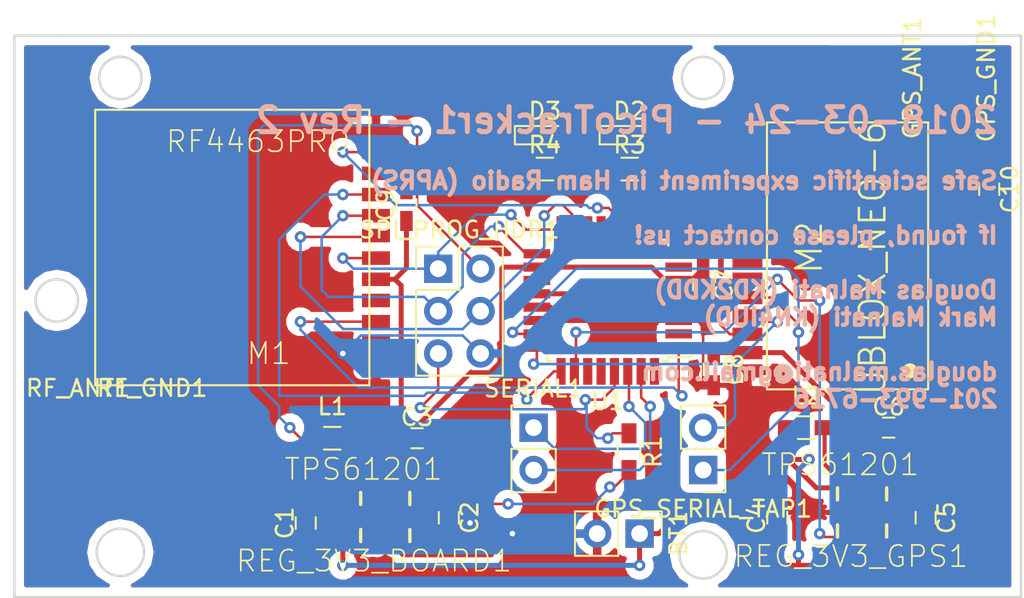
<source format=kicad_pcb>
(kicad_pcb (version 4) (host pcbnew 4.0.7)

  (general
    (links 93)
    (no_connects 0)
    (area 172.009999 164.389999 232.485001 198.195001)
    (thickness 1.6)
    (drawings 13)
    (tracks 348)
    (zones 0)
    (modules 30)
    (nets 27)
  )

  (page A3)
  (layers
    (0 F.Cu signal)
    (31 B.Cu signal)
    (32 B.Adhes user)
    (33 F.Adhes user)
    (34 B.Paste user)
    (35 F.Paste user)
    (36 B.SilkS user)
    (37 F.SilkS user)
    (38 B.Mask user)
    (39 F.Mask user)
    (40 Dwgs.User user)
    (41 Cmts.User user)
    (42 Eco1.User user)
    (43 Eco2.User user)
    (44 Edge.Cuts user)
    (45 Margin user)
    (46 B.CrtYd user)
    (47 F.CrtYd user)
    (48 B.Fab user)
    (49 F.Fab user)
  )

  (setup
    (last_trace_width 0.1524)
    (user_trace_width 0.3)
    (trace_clearance 0.1524)
    (zone_clearance 0.508)
    (zone_45_only no)
    (trace_min 0.1524)
    (segment_width 0.2)
    (edge_width 0.15)
    (via_size 0.6858)
    (via_drill 0.3302)
    (via_min_size 0.6858)
    (via_min_drill 0.3302)
    (uvia_size 0.6858)
    (uvia_drill 0.3302)
    (uvias_allowed no)
    (uvia_min_size 0)
    (uvia_min_drill 0)
    (pcb_text_width 0.3)
    (pcb_text_size 1.5 1.5)
    (mod_edge_width 0.15)
    (mod_text_size 1 1)
    (mod_text_width 0.15)
    (pad_size 1.524 1.524)
    (pad_drill 0.762)
    (pad_to_mask_clearance 0.0508)
    (aux_axis_origin 0 0)
    (visible_elements 7FFFEFFF)
    (pcbplotparams
      (layerselection 0x00030_80000001)
      (usegerberextensions false)
      (excludeedgelayer true)
      (linewidth 0.100000)
      (plotframeref false)
      (viasonmask false)
      (mode 1)
      (useauxorigin false)
      (hpglpennumber 1)
      (hpglpenspeed 20)
      (hpglpendiameter 15)
      (hpglpenoverlay 2)
      (psnegative false)
      (psa4output false)
      (plotreference true)
      (plotvalue true)
      (plotinvisibletext false)
      (padsonsilk false)
      (subtractmaskfromsilk false)
      (outputformat 1)
      (mirror false)
      (drillshape 1)
      (scaleselection 1)
      (outputdirectory ""))
  )

  (net 0 "")
  (net 1 VBATT)
  (net 2 GND)
  (net 3 "Net-(C2-Pad1)")
  (net 4 VCC)
  (net 5 "Net-(C5-Pad1)")
  (net 6 GPS_ENABLE)
  (net 7 GPS_VCC)
  (net 8 "Net-(M1-Pad13)")
  (net 9 SPI_MISO)
  (net 10 SPI_SCK)
  (net 11 RF_SIGNAL)
  (net 12 SPI_SS_RF)
  (net 13 SPI_MOSI)
  (net 14 RF_SHUTDOWN)
  (net 15 GPS_SER_OUT)
  (net 16 GPS_SER_IN)
  (net 17 SPI_RESET)
  (net 18 "Net-(D2-Pad2)")
  (net 19 "Net-(D3-Pad2)")
  (net 20 "Net-(R3-Pad2)")
  (net 21 "Net-(R4-Pad2)")
  (net 22 "Net-(GPS_ANT1-Pad1)")
  (net 23 "Net-(SERIAL1-Pad1)")
  (net 24 "Net-(SERIAL1-Pad2)")
  (net 25 "Net-(L1-Pad2)")
  (net 26 "Net-(L2-Pad2)")

  (net_class Default "This is the default net class."
    (clearance 0.1524)
    (trace_width 0.1524)
    (via_dia 0.6858)
    (via_drill 0.3302)
    (uvia_dia 0.6858)
    (uvia_drill 0.3302)
    (add_net GND)
    (add_net GPS_ENABLE)
    (add_net GPS_SER_IN)
    (add_net GPS_SER_OUT)
    (add_net GPS_VCC)
    (add_net "Net-(C2-Pad1)")
    (add_net "Net-(C5-Pad1)")
    (add_net "Net-(D2-Pad2)")
    (add_net "Net-(D3-Pad2)")
    (add_net "Net-(GPS_ANT1-Pad1)")
    (add_net "Net-(L1-Pad2)")
    (add_net "Net-(L2-Pad2)")
    (add_net "Net-(M1-Pad13)")
    (add_net "Net-(R3-Pad2)")
    (add_net "Net-(R4-Pad2)")
    (add_net "Net-(SERIAL1-Pad1)")
    (add_net "Net-(SERIAL1-Pad2)")
    (add_net RF_SHUTDOWN)
    (add_net RF_SIGNAL)
    (add_net SPI_MISO)
    (add_net SPI_MOSI)
    (add_net SPI_RESET)
    (add_net SPI_SCK)
    (add_net SPI_SS_RF)
    (add_net VBATT)
    (add_net VCC)
  )

  (module CustomFootprintLibrary:UBLOX_NEO-6 (layer F.Cu) (tedit 5A6D448F) (tstamp 5A6E3D06)
    (at 221.615 177.165)
    (descr "NEO-6 SERIES - U-BLOX 6 NEO SERIES GALILEO-READY GPS MODULES")
    (tags "NEO-6 SERIES - U-BLOX 6 NEO SERIES GALILEO-READY GPS MODULES")
    (path /5A6CBF4A)
    (attr smd)
    (fp_text reference M2 (at -1.905 0 90) (layer F.SilkS)
      (effects (font (thickness 0.15)))
    )
    (fp_text value UBLOX_NEO-6 (at 1.905 0.635 90) (layer F.SilkS)
      (effects (font (thickness 0.15)))
    )
    (fp_line (start -4.42976 -7.49808) (end 5.22986 -7.49808) (layer F.SilkS) (width 0.127))
    (fp_line (start -4.42976 -7.49808) (end -4.42976 8.49884) (layer F.SilkS) (width 0.127))
    (fp_line (start -4.42976 8.49884) (end 5.22986 8.49884) (layer F.SilkS) (width 0.127))
    (fp_line (start 5.22986 8.49884) (end 5.22986 -7.49808) (layer F.SilkS) (width 0.127))
    (fp_circle (center 4.13766 7.38886) (end 4.13766 7.13994) (layer F.SilkS) (width 0.39878))
    (pad 1_RE smd rect (at 6.39826 7.39902 90) (size 0.79756 1.79832) (layers F.Cu F.Paste F.Mask))
    (pad 2_SS smd rect (at 6.39826 6.2992 90) (size 0.79756 1.79832) (layers F.Cu F.Paste F.Mask))
    (pad 3_TI smd rect (at 6.39826 5.19938 90) (size 0.79756 1.79832) (layers F.Cu F.Paste F.Mask))
    (pad 4_EX smd rect (at 6.39826 4.09956 90) (size 0.79756 1.79832) (layers F.Cu F.Paste F.Mask))
    (pad 5_US smd rect (at 6.39826 2.99974 90) (size 0.79756 1.79832) (layers F.Cu F.Paste F.Mask))
    (pad 6_US smd rect (at 6.39826 1.89992 90) (size 0.79756 1.79832) (layers F.Cu F.Paste F.Mask))
    (pad 7_VD smd rect (at 6.39826 0.79756 90) (size 0.79756 1.79832) (layers F.Cu F.Paste F.Mask)
      (net 7 GPS_VCC))
    (pad 8_RE smd rect (at 6.39826 -2.19964 90) (size 0.79756 1.79832) (layers F.Cu F.Paste F.Mask))
    (pad 9_VC smd rect (at 6.39826 -3.29946 90) (size 0.79756 1.79832) (layers F.Cu F.Paste F.Mask)
      (net 7 GPS_VCC))
    (pad 10_G smd rect (at 6.39826 -4.39928 90) (size 0.79756 1.79832) (layers F.Cu F.Paste F.Mask)
      (net 2 GND))
    (pad 11_R smd rect (at 6.39826 -5.4991 90) (size 0.79756 1.79832) (layers F.Cu F.Paste F.Mask)
      (net 22 "Net-(GPS_ANT1-Pad1)"))
    (pad 12_G smd rect (at 6.39826 -6.59892 90) (size 0.79756 1.79832) (layers F.Cu F.Paste F.Mask)
      (net 2 GND))
    (pad 13_G smd rect (at -5.59816 -6.59892 90) (size 0.79756 1.79832) (layers F.Cu F.Paste F.Mask)
      (net 2 GND))
    (pad 14_M smd rect (at -5.59816 -5.4991 90) (size 0.79756 1.79832) (layers F.Cu F.Paste F.Mask))
    (pad 15_M smd rect (at -5.59816 -4.39928 90) (size 0.79756 1.79832) (layers F.Cu F.Paste F.Mask))
    (pad 16_C smd rect (at -5.59816 -3.29946 90) (size 0.79756 1.79832) (layers F.Cu F.Paste F.Mask))
    (pad 17_R smd rect (at -5.59816 -2.19964 90) (size 0.79756 1.79832) (layers F.Cu F.Paste F.Mask))
    (pad 18_S smd rect (at -5.59816 0.79756 90) (size 0.79756 1.79832) (layers F.Cu F.Paste F.Mask))
    (pad 19_S smd rect (at -5.59816 1.89992 90) (size 0.79756 1.79832) (layers F.Cu F.Paste F.Mask))
    (pad 20_T smd rect (at -5.59816 2.99974 90) (size 0.79756 1.79832) (layers F.Cu F.Paste F.Mask)
      (net 15 GPS_SER_OUT))
    (pad 21_R smd rect (at -5.59816 4.09956 90) (size 0.79756 1.79832) (layers F.Cu F.Paste F.Mask)
      (net 16 GPS_SER_IN))
    (pad 22_V smd rect (at -5.59816 5.19938 90) (size 0.79756 1.79832) (layers F.Cu F.Paste F.Mask)
      (net 4 VCC))
    (pad 23_V smd rect (at -5.59816 6.2992 90) (size 0.79756 1.79832) (layers F.Cu F.Paste F.Mask)
      (net 7 GPS_VCC))
    (pad 24_G smd rect (at -5.59816 7.39902 90) (size 0.79756 1.79832) (layers F.Cu F.Paste F.Mask)
      (net 2 GND))
  )

  (module CustomFootprintLibrary:texas-S-PDSO-N10 (layer F.Cu) (tedit 200000) (tstamp 5A6E3C99)
    (at 222.885 193.04 180)
    (descr "QFN 10 3 X 3 MM")
    (tags "QFN 10 3 X 3 MM")
    (path /5A6D4159)
    (attr smd)
    (fp_text reference REG_3V3_GPS1 (at 0.6731 -2.63398 180) (layer F.SilkS)
      (effects (font (size 1.27 1.27) (thickness 0.1016)))
    )
    (fp_text value TPS61201 (at 1.3081 2.86258 180) (layer F.SilkS)
      (effects (font (size 1.27 1.27) (thickness 0.1016)))
    )
    (fp_line (start -1.92278 -0.12446) (end -1.32334 -0.12446) (layer F.Mask) (width 0.06604))
    (fp_line (start -1.32334 -0.12446) (end -1.32334 -0.42418) (layer F.Mask) (width 0.06604))
    (fp_line (start -1.92278 -0.42418) (end -1.32334 -0.42418) (layer F.Mask) (width 0.06604))
    (fp_line (start -1.92278 -0.12446) (end -1.92278 -0.42418) (layer F.Mask) (width 0.06604))
    (fp_line (start -1.92278 0.42418) (end -1.32334 0.42418) (layer F.Mask) (width 0.06604))
    (fp_line (start -1.32334 0.42418) (end -1.32334 0.12446) (layer F.Mask) (width 0.06604))
    (fp_line (start -1.92278 0.12446) (end -1.32334 0.12446) (layer F.Mask) (width 0.06604))
    (fp_line (start -1.92278 0.42418) (end -1.92278 0.12446) (layer F.Mask) (width 0.06604))
    (fp_line (start -1.22428 0.84836) (end 1.22428 0.84836) (layer F.Mask) (width 0.06604))
    (fp_line (start 1.22428 0.84836) (end 1.22428 -0.84836) (layer F.Mask) (width 0.06604))
    (fp_line (start -1.22428 -0.84836) (end 1.22428 -0.84836) (layer F.Mask) (width 0.06604))
    (fp_line (start -1.22428 0.84836) (end -1.22428 -0.84836) (layer F.Mask) (width 0.06604))
    (fp_line (start -1.89992 -0.14986) (end -1.32334 -0.14986) (layer F.Paste) (width 0.06604))
    (fp_line (start -1.32334 -0.14986) (end -1.32334 -0.39878) (layer F.Paste) (width 0.06604))
    (fp_line (start -1.89992 -0.39878) (end -1.32334 -0.39878) (layer F.Paste) (width 0.06604))
    (fp_line (start -1.89992 -0.14986) (end -1.89992 -0.39878) (layer F.Paste) (width 0.06604))
    (fp_line (start -1.89992 0.39878) (end -1.32334 0.39878) (layer F.Paste) (width 0.06604))
    (fp_line (start -1.32334 0.39878) (end -1.32334 0.14986) (layer F.Paste) (width 0.06604))
    (fp_line (start -1.89992 0.14986) (end -1.32334 0.14986) (layer F.Paste) (width 0.06604))
    (fp_line (start -1.89992 0.39878) (end -1.89992 0.14986) (layer F.Paste) (width 0.06604))
    (fp_line (start -1.17348 -0.14986) (end -0.14986 -0.14986) (layer F.Paste) (width 0.06604))
    (fp_line (start -0.14986 -0.14986) (end -0.14986 -0.79756) (layer F.Paste) (width 0.06604))
    (fp_line (start -1.17348 -0.79756) (end -0.14986 -0.79756) (layer F.Paste) (width 0.06604))
    (fp_line (start -1.17348 -0.14986) (end -1.17348 -0.79756) (layer F.Paste) (width 0.06604))
    (fp_line (start -1.17348 0.79756) (end -0.14986 0.79756) (layer F.Paste) (width 0.06604))
    (fp_line (start -0.14986 0.79756) (end -0.14986 0.14986) (layer F.Paste) (width 0.06604))
    (fp_line (start -1.17348 0.14986) (end -0.14986 0.14986) (layer F.Paste) (width 0.06604))
    (fp_line (start -1.17348 0.79756) (end -1.17348 0.14986) (layer F.Paste) (width 0.06604))
    (fp_line (start 0.14986 0.79756) (end 1.17348 0.79756) (layer F.Paste) (width 0.06604))
    (fp_line (start 1.17348 0.79756) (end 1.17348 0.14986) (layer F.Paste) (width 0.06604))
    (fp_line (start 0.14986 0.14986) (end 1.17348 0.14986) (layer F.Paste) (width 0.06604))
    (fp_line (start 0.14986 0.79756) (end 0.14986 0.14986) (layer F.Paste) (width 0.06604))
    (fp_line (start 0.14986 -0.14986) (end 1.17348 -0.14986) (layer F.Paste) (width 0.06604))
    (fp_line (start 1.17348 -0.14986) (end 1.17348 -0.79756) (layer F.Paste) (width 0.06604))
    (fp_line (start 0.14986 -0.79756) (end 1.17348 -0.79756) (layer F.Paste) (width 0.06604))
    (fp_line (start 0.14986 -0.14986) (end 0.14986 -0.79756) (layer F.Paste) (width 0.06604))
    (fp_line (start -1.5748 1.5748) (end 0 1.5748) (layer Dwgs.User) (width 0.06604))
    (fp_line (start 0 1.5748) (end 0 0) (layer Dwgs.User) (width 0.06604))
    (fp_line (start -1.5748 0) (end 0 0) (layer Dwgs.User) (width 0.06604))
    (fp_line (start -1.5748 1.5748) (end -1.5748 0) (layer Dwgs.User) (width 0.06604))
    (fp_line (start -1.17348 1.92278) (end -0.82296 1.92278) (layer F.Mask) (width 0.06604))
    (fp_line (start -0.82296 1.92278) (end -0.82296 1.16332) (layer F.Mask) (width 0.06604))
    (fp_line (start -1.17348 1.16332) (end -0.82296 1.16332) (layer F.Mask) (width 0.06604))
    (fp_line (start -1.17348 1.92278) (end -1.17348 1.16332) (layer F.Mask) (width 0.06604))
    (fp_line (start -1.34112 1.62052) (end -0.65532 1.62052) (layer F.Paste) (width 0.06604))
    (fp_line (start -0.65532 1.62052) (end -0.65532 1.39192) (layer F.Paste) (width 0.06604))
    (fp_line (start -1.34112 1.39192) (end -0.65532 1.39192) (layer F.Paste) (width 0.06604))
    (fp_line (start -1.34112 1.62052) (end -1.34112 1.39192) (layer F.Paste) (width 0.06604))
    (fp_line (start -0.84074 1.62052) (end -0.15748 1.62052) (layer F.Paste) (width 0.06604))
    (fp_line (start -0.15748 1.62052) (end -0.15748 1.39192) (layer F.Paste) (width 0.06604))
    (fp_line (start -0.84074 1.39192) (end -0.15748 1.39192) (layer F.Paste) (width 0.06604))
    (fp_line (start -0.84074 1.62052) (end -0.84074 1.39192) (layer F.Paste) (width 0.06604))
    (fp_line (start -0.34036 1.62052) (end 0.34036 1.62052) (layer F.Paste) (width 0.06604))
    (fp_line (start 0.34036 1.62052) (end 0.34036 1.39192) (layer F.Paste) (width 0.06604))
    (fp_line (start -0.34036 1.39192) (end 0.34036 1.39192) (layer F.Paste) (width 0.06604))
    (fp_line (start -0.34036 1.62052) (end -0.34036 1.39192) (layer F.Paste) (width 0.06604))
    (fp_line (start 0.15748 1.62052) (end 0.84074 1.62052) (layer F.Paste) (width 0.06604))
    (fp_line (start 0.84074 1.62052) (end 0.84074 1.39192) (layer F.Paste) (width 0.06604))
    (fp_line (start 0.15748 1.39192) (end 0.84074 1.39192) (layer F.Paste) (width 0.06604))
    (fp_line (start 0.15748 1.62052) (end 0.15748 1.39192) (layer F.Paste) (width 0.06604))
    (fp_line (start 0.65532 1.62052) (end 1.34112 1.62052) (layer F.Paste) (width 0.06604))
    (fp_line (start 1.34112 1.62052) (end 1.34112 1.39192) (layer F.Paste) (width 0.06604))
    (fp_line (start 0.65532 1.39192) (end 1.34112 1.39192) (layer F.Paste) (width 0.06604))
    (fp_line (start 0.65532 1.62052) (end 0.65532 1.39192) (layer F.Paste) (width 0.06604))
    (fp_line (start 0.65532 -1.39192) (end 1.34112 -1.39192) (layer F.Paste) (width 0.06604))
    (fp_line (start 1.34112 -1.39192) (end 1.34112 -1.62052) (layer F.Paste) (width 0.06604))
    (fp_line (start 0.65532 -1.62052) (end 1.34112 -1.62052) (layer F.Paste) (width 0.06604))
    (fp_line (start 0.65532 -1.39192) (end 0.65532 -1.62052) (layer F.Paste) (width 0.06604))
    (fp_line (start 0.15748 -1.39192) (end 0.84074 -1.39192) (layer F.Paste) (width 0.06604))
    (fp_line (start 0.84074 -1.39192) (end 0.84074 -1.62052) (layer F.Paste) (width 0.06604))
    (fp_line (start 0.15748 -1.62052) (end 0.84074 -1.62052) (layer F.Paste) (width 0.06604))
    (fp_line (start 0.15748 -1.39192) (end 0.15748 -1.62052) (layer F.Paste) (width 0.06604))
    (fp_line (start -0.34036 -1.39192) (end 0.34036 -1.39192) (layer F.Paste) (width 0.06604))
    (fp_line (start 0.34036 -1.39192) (end 0.34036 -1.62052) (layer F.Paste) (width 0.06604))
    (fp_line (start -0.34036 -1.62052) (end 0.34036 -1.62052) (layer F.Paste) (width 0.06604))
    (fp_line (start -0.34036 -1.39192) (end -0.34036 -1.62052) (layer F.Paste) (width 0.06604))
    (fp_line (start -0.84074 -1.39192) (end -0.15748 -1.39192) (layer F.Paste) (width 0.06604))
    (fp_line (start -0.15748 -1.39192) (end -0.15748 -1.62052) (layer F.Paste) (width 0.06604))
    (fp_line (start -0.84074 -1.62052) (end -0.15748 -1.62052) (layer F.Paste) (width 0.06604))
    (fp_line (start -0.84074 -1.39192) (end -0.84074 -1.62052) (layer F.Paste) (width 0.06604))
    (fp_line (start -1.34112 -1.39192) (end -0.65532 -1.39192) (layer F.Paste) (width 0.06604))
    (fp_line (start -0.65532 -1.39192) (end -0.65532 -1.62052) (layer F.Paste) (width 0.06604))
    (fp_line (start -1.34112 -1.62052) (end -0.65532 -1.62052) (layer F.Paste) (width 0.06604))
    (fp_line (start -1.34112 -1.39192) (end -1.34112 -1.62052) (layer F.Paste) (width 0.06604))
    (fp_line (start -0.6731 1.92278) (end -0.32258 1.92278) (layer F.Mask) (width 0.06604))
    (fp_line (start -0.32258 1.92278) (end -0.32258 1.16332) (layer F.Mask) (width 0.06604))
    (fp_line (start -0.6731 1.16332) (end -0.32258 1.16332) (layer F.Mask) (width 0.06604))
    (fp_line (start -0.6731 1.92278) (end -0.6731 1.16332) (layer F.Mask) (width 0.06604))
    (fp_line (start -0.17272 1.92278) (end 0.17272 1.92278) (layer F.Mask) (width 0.06604))
    (fp_line (start 0.17272 1.92278) (end 0.17272 1.16332) (layer F.Mask) (width 0.06604))
    (fp_line (start -0.17272 1.16332) (end 0.17272 1.16332) (layer F.Mask) (width 0.06604))
    (fp_line (start -0.17272 1.92278) (end -0.17272 1.16332) (layer F.Mask) (width 0.06604))
    (fp_line (start 0.32258 1.92278) (end 0.6731 1.92278) (layer F.Mask) (width 0.06604))
    (fp_line (start 0.6731 1.92278) (end 0.6731 1.16332) (layer F.Mask) (width 0.06604))
    (fp_line (start 0.32258 1.16332) (end 0.6731 1.16332) (layer F.Mask) (width 0.06604))
    (fp_line (start 0.32258 1.92278) (end 0.32258 1.16332) (layer F.Mask) (width 0.06604))
    (fp_line (start 0.82296 1.92278) (end 1.17348 1.92278) (layer F.Mask) (width 0.06604))
    (fp_line (start 1.17348 1.92278) (end 1.17348 1.16332) (layer F.Mask) (width 0.06604))
    (fp_line (start 0.82296 1.16332) (end 1.17348 1.16332) (layer F.Mask) (width 0.06604))
    (fp_line (start 0.82296 1.92278) (end 0.82296 1.16332) (layer F.Mask) (width 0.06604))
    (fp_line (start 0.82296 -1.16332) (end 1.17348 -1.16332) (layer F.Mask) (width 0.06604))
    (fp_line (start 1.17348 -1.16332) (end 1.17348 -1.92278) (layer F.Mask) (width 0.06604))
    (fp_line (start 0.82296 -1.92278) (end 1.17348 -1.92278) (layer F.Mask) (width 0.06604))
    (fp_line (start 0.82296 -1.16332) (end 0.82296 -1.92278) (layer F.Mask) (width 0.06604))
    (fp_line (start 0.32258 -1.16332) (end 0.6731 -1.16332) (layer F.Mask) (width 0.06604))
    (fp_line (start 0.6731 -1.16332) (end 0.6731 -1.92278) (layer F.Mask) (width 0.06604))
    (fp_line (start 0.32258 -1.92278) (end 0.6731 -1.92278) (layer F.Mask) (width 0.06604))
    (fp_line (start 0.32258 -1.16332) (end 0.32258 -1.92278) (layer F.Mask) (width 0.06604))
    (fp_line (start -0.17272 -1.16332) (end 0.17272 -1.16332) (layer F.Mask) (width 0.06604))
    (fp_line (start 0.17272 -1.16332) (end 0.17272 -1.92278) (layer F.Mask) (width 0.06604))
    (fp_line (start -0.17272 -1.92278) (end 0.17272 -1.92278) (layer F.Mask) (width 0.06604))
    (fp_line (start -0.17272 -1.16332) (end -0.17272 -1.92278) (layer F.Mask) (width 0.06604))
    (fp_line (start -0.6731 -1.16332) (end -0.32258 -1.16332) (layer F.Mask) (width 0.06604))
    (fp_line (start -0.32258 -1.16332) (end -0.32258 -1.92278) (layer F.Mask) (width 0.06604))
    (fp_line (start -0.6731 -1.92278) (end -0.32258 -1.92278) (layer F.Mask) (width 0.06604))
    (fp_line (start -0.6731 -1.16332) (end -0.6731 -1.92278) (layer F.Mask) (width 0.06604))
    (fp_line (start -1.17348 -1.16332) (end -0.82296 -1.16332) (layer F.Mask) (width 0.06604))
    (fp_line (start -0.82296 -1.16332) (end -0.82296 -1.92278) (layer F.Mask) (width 0.06604))
    (fp_line (start -1.17348 -1.92278) (end -0.82296 -1.92278) (layer F.Mask) (width 0.06604))
    (fp_line (start -1.17348 -1.16332) (end -1.17348 -1.92278) (layer F.Mask) (width 0.06604))
    (fp_line (start 1.32334 0.42418) (end 1.92278 0.42418) (layer F.Mask) (width 0.06604))
    (fp_line (start 1.92278 0.42418) (end 1.92278 0.12446) (layer F.Mask) (width 0.06604))
    (fp_line (start 1.32334 0.12446) (end 1.92278 0.12446) (layer F.Mask) (width 0.06604))
    (fp_line (start 1.32334 0.42418) (end 1.32334 0.12446) (layer F.Mask) (width 0.06604))
    (fp_line (start 1.32334 -0.12446) (end 1.92278 -0.12446) (layer F.Mask) (width 0.06604))
    (fp_line (start 1.92278 -0.12446) (end 1.92278 -0.42418) (layer F.Mask) (width 0.06604))
    (fp_line (start 1.32334 -0.42418) (end 1.92278 -0.42418) (layer F.Mask) (width 0.06604))
    (fp_line (start 1.32334 -0.12446) (end 1.32334 -0.42418) (layer F.Mask) (width 0.06604))
    (fp_line (start 1.32334 0.39878) (end 1.89992 0.39878) (layer F.Paste) (width 0.06604))
    (fp_line (start 1.89992 0.39878) (end 1.89992 0.14986) (layer F.Paste) (width 0.06604))
    (fp_line (start 1.32334 0.14986) (end 1.89992 0.14986) (layer F.Paste) (width 0.06604))
    (fp_line (start 1.32334 0.39878) (end 1.32334 0.14986) (layer F.Paste) (width 0.06604))
    (fp_line (start 1.32334 -0.14986) (end 1.89992 -0.14986) (layer F.Paste) (width 0.06604))
    (fp_line (start 1.89992 -0.14986) (end 1.89992 -0.39878) (layer F.Paste) (width 0.06604))
    (fp_line (start 1.32334 -0.39878) (end 1.89992 -0.39878) (layer F.Paste) (width 0.06604))
    (fp_line (start 1.32334 -0.14986) (end 1.32334 -0.39878) (layer F.Paste) (width 0.06604))
    (fp_line (start -1.4732 -1.4732) (end 1.4732 -1.4732) (layer Dwgs.User) (width 0.2032))
    (fp_line (start 1.4732 -1.4732) (end 1.4732 1.4732) (layer Dwgs.User) (width 0.2032))
    (fp_line (start 1.4732 1.4732) (end -1.4732 1.4732) (layer Dwgs.User) (width 0.2032))
    (fp_line (start -1.4732 1.4732) (end -1.4732 -1.4732) (layer Dwgs.User) (width 0.2032))
    (fp_line (start -1.4732 -0.74676) (end -1.4732 -1.4732) (layer F.SilkS) (width 0.2032))
    (fp_line (start 1.4732 0.74676) (end 1.4732 1.4732) (layer F.SilkS) (width 0.2032))
    (fp_line (start -1.4732 1.4732) (end -1.4732 0.74676) (layer F.SilkS) (width 0.2032))
    (fp_line (start 1.4732 -1.4732) (end 1.4732 -0.74676) (layer F.SilkS) (width 0.2032))
    (fp_circle (center -0.99822 1.16332) (end -0.99822 0.9906) (layer F.Mask) (width 0))
    (fp_circle (center -0.99822 1.16332) (end -0.99822 1.04902) (layer F.Paste) (width 0))
    (fp_circle (center -0.49784 1.16332) (end -0.49784 1.04902) (layer F.Paste) (width 0))
    (fp_circle (center 0 1.16332) (end 0 1.04902) (layer F.Paste) (width 0))
    (fp_circle (center 0.49784 1.16332) (end 0.49784 1.04902) (layer F.Paste) (width 0))
    (fp_circle (center 0.99822 1.16332) (end 0.99822 1.04902) (layer F.Paste) (width 0))
    (fp_circle (center 0.99822 -1.16332) (end 0.99822 -1.27762) (layer F.Paste) (width 0))
    (fp_circle (center 0.49784 -1.16332) (end 0.49784 -1.27762) (layer F.Paste) (width 0))
    (fp_circle (center 0 -1.16332) (end 0 -1.27762) (layer F.Paste) (width 0))
    (fp_circle (center -0.49784 -1.16332) (end -0.49784 -1.27762) (layer F.Paste) (width 0))
    (fp_circle (center -0.99822 -1.16332) (end -0.99822 -1.27762) (layer F.Paste) (width 0))
    (fp_circle (center -0.49784 1.16332) (end -0.49784 0.9906) (layer F.Mask) (width 0))
    (fp_circle (center 0 1.16332) (end 0 0.9906) (layer F.Mask) (width 0))
    (fp_circle (center 0.49784 1.16332) (end 0.49784 0.9906) (layer F.Mask) (width 0))
    (fp_circle (center 0.99822 1.16332) (end 0.99822 0.9906) (layer F.Mask) (width 0))
    (fp_circle (center 0.99822 -1.16332) (end 0.99822 -1.33604) (layer F.Mask) (width 0))
    (fp_circle (center 0.49784 -1.16332) (end 0.49784 -1.33604) (layer F.Mask) (width 0))
    (fp_circle (center 0 -1.16332) (end 0 -1.33604) (layer F.Mask) (width 0))
    (fp_circle (center -0.49784 -1.16332) (end -0.49784 -1.33604) (layer F.Mask) (width 0))
    (fp_circle (center -0.99822 -1.16332) (end -0.99822 -1.33604) (layer F.Mask) (width 0))
    (pad 1 smd oval (at -0.99822 1.4732 270) (size 0.84836 0.2794) (layers F.Cu F.Paste F.Mask)
      (net 5 "Net-(C5-Pad1)"))
    (pad 2 smd oval (at -0.49784 1.4732 270) (size 0.84836 0.2794) (layers F.Cu F.Paste F.Mask)
      (net 7 GPS_VCC))
    (pad 3 smd oval (at 0 1.4732 270) (size 0.84836 0.2794) (layers F.Cu F.Paste F.Mask)
      (net 26 "Net-(L2-Pad2)"))
    (pad 4 smd oval (at 0.49784 1.4732 270) (size 0.84836 0.2794) (layers F.Cu F.Paste F.Mask)
      (net 2 GND))
    (pad 5 smd oval (at 0.99822 1.4732 270) (size 0.84836 0.2794) (layers F.Cu F.Paste F.Mask)
      (net 1 VBATT))
    (pad 6 smd oval (at 0.99822 -1.4732 90) (size 0.84836 0.2794) (layers F.Cu F.Paste F.Mask)
      (net 6 GPS_ENABLE))
    (pad 7 smd oval (at 0.49784 -1.4732 90) (size 0.84836 0.2794) (layers F.Cu F.Paste F.Mask)
      (net 1 VBATT))
    (pad 8 smd oval (at 0 -1.4732 90) (size 0.84836 0.2794) (layers F.Cu F.Paste F.Mask)
      (net 1 VBATT))
    (pad 9 smd oval (at -0.49784 -1.4732 90) (size 0.84836 0.2794) (layers F.Cu F.Paste F.Mask)
      (net 2 GND))
    (pad 10 smd oval (at -0.99822 -1.4732 90) (size 0.84836 0.2794) (layers F.Cu F.Paste F.Mask)
      (net 7 GPS_VCC))
    (pad PP smd oval (at 0 0 180) (size 2.39776 1.64846) (layers F.Cu F.Paste F.Mask)
      (net 2 GND))
    (pad PP@1 smd oval (at 0 -0.27432 180) (size 3.79984 0.2794) (layers F.Cu F.Paste F.Mask)
      (net 2 GND))
    (pad PP@2 smd oval (at 0 0.27432 180) (size 3.79984 0.2794) (layers F.Cu F.Paste F.Mask)
      (net 2 GND))
  )

  (module CustomFootprintLibrary:texas-S-PDSO-N10 (layer F.Cu) (tedit 200000) (tstamp 5A6E3BE4)
    (at 194.31 193.31432 180)
    (descr "QFN 10 3 X 3 MM")
    (tags "QFN 10 3 X 3 MM")
    (path /5A6CCC7B)
    (attr smd)
    (fp_text reference REG_3V3_BOARD1 (at 0.6731 -2.63398 180) (layer F.SilkS)
      (effects (font (size 1.27 1.27) (thickness 0.1016)))
    )
    (fp_text value TPS61201 (at 1.3081 2.86258 180) (layer F.SilkS)
      (effects (font (size 1.27 1.27) (thickness 0.1016)))
    )
    (fp_line (start -1.92278 -0.12446) (end -1.32334 -0.12446) (layer F.Mask) (width 0.06604))
    (fp_line (start -1.32334 -0.12446) (end -1.32334 -0.42418) (layer F.Mask) (width 0.06604))
    (fp_line (start -1.92278 -0.42418) (end -1.32334 -0.42418) (layer F.Mask) (width 0.06604))
    (fp_line (start -1.92278 -0.12446) (end -1.92278 -0.42418) (layer F.Mask) (width 0.06604))
    (fp_line (start -1.92278 0.42418) (end -1.32334 0.42418) (layer F.Mask) (width 0.06604))
    (fp_line (start -1.32334 0.42418) (end -1.32334 0.12446) (layer F.Mask) (width 0.06604))
    (fp_line (start -1.92278 0.12446) (end -1.32334 0.12446) (layer F.Mask) (width 0.06604))
    (fp_line (start -1.92278 0.42418) (end -1.92278 0.12446) (layer F.Mask) (width 0.06604))
    (fp_line (start -1.22428 0.84836) (end 1.22428 0.84836) (layer F.Mask) (width 0.06604))
    (fp_line (start 1.22428 0.84836) (end 1.22428 -0.84836) (layer F.Mask) (width 0.06604))
    (fp_line (start -1.22428 -0.84836) (end 1.22428 -0.84836) (layer F.Mask) (width 0.06604))
    (fp_line (start -1.22428 0.84836) (end -1.22428 -0.84836) (layer F.Mask) (width 0.06604))
    (fp_line (start -1.89992 -0.14986) (end -1.32334 -0.14986) (layer F.Paste) (width 0.06604))
    (fp_line (start -1.32334 -0.14986) (end -1.32334 -0.39878) (layer F.Paste) (width 0.06604))
    (fp_line (start -1.89992 -0.39878) (end -1.32334 -0.39878) (layer F.Paste) (width 0.06604))
    (fp_line (start -1.89992 -0.14986) (end -1.89992 -0.39878) (layer F.Paste) (width 0.06604))
    (fp_line (start -1.89992 0.39878) (end -1.32334 0.39878) (layer F.Paste) (width 0.06604))
    (fp_line (start -1.32334 0.39878) (end -1.32334 0.14986) (layer F.Paste) (width 0.06604))
    (fp_line (start -1.89992 0.14986) (end -1.32334 0.14986) (layer F.Paste) (width 0.06604))
    (fp_line (start -1.89992 0.39878) (end -1.89992 0.14986) (layer F.Paste) (width 0.06604))
    (fp_line (start -1.17348 -0.14986) (end -0.14986 -0.14986) (layer F.Paste) (width 0.06604))
    (fp_line (start -0.14986 -0.14986) (end -0.14986 -0.79756) (layer F.Paste) (width 0.06604))
    (fp_line (start -1.17348 -0.79756) (end -0.14986 -0.79756) (layer F.Paste) (width 0.06604))
    (fp_line (start -1.17348 -0.14986) (end -1.17348 -0.79756) (layer F.Paste) (width 0.06604))
    (fp_line (start -1.17348 0.79756) (end -0.14986 0.79756) (layer F.Paste) (width 0.06604))
    (fp_line (start -0.14986 0.79756) (end -0.14986 0.14986) (layer F.Paste) (width 0.06604))
    (fp_line (start -1.17348 0.14986) (end -0.14986 0.14986) (layer F.Paste) (width 0.06604))
    (fp_line (start -1.17348 0.79756) (end -1.17348 0.14986) (layer F.Paste) (width 0.06604))
    (fp_line (start 0.14986 0.79756) (end 1.17348 0.79756) (layer F.Paste) (width 0.06604))
    (fp_line (start 1.17348 0.79756) (end 1.17348 0.14986) (layer F.Paste) (width 0.06604))
    (fp_line (start 0.14986 0.14986) (end 1.17348 0.14986) (layer F.Paste) (width 0.06604))
    (fp_line (start 0.14986 0.79756) (end 0.14986 0.14986) (layer F.Paste) (width 0.06604))
    (fp_line (start 0.14986 -0.14986) (end 1.17348 -0.14986) (layer F.Paste) (width 0.06604))
    (fp_line (start 1.17348 -0.14986) (end 1.17348 -0.79756) (layer F.Paste) (width 0.06604))
    (fp_line (start 0.14986 -0.79756) (end 1.17348 -0.79756) (layer F.Paste) (width 0.06604))
    (fp_line (start 0.14986 -0.14986) (end 0.14986 -0.79756) (layer F.Paste) (width 0.06604))
    (fp_line (start -1.5748 1.5748) (end 0 1.5748) (layer Dwgs.User) (width 0.06604))
    (fp_line (start 0 1.5748) (end 0 0) (layer Dwgs.User) (width 0.06604))
    (fp_line (start -1.5748 0) (end 0 0) (layer Dwgs.User) (width 0.06604))
    (fp_line (start -1.5748 1.5748) (end -1.5748 0) (layer Dwgs.User) (width 0.06604))
    (fp_line (start -1.17348 1.92278) (end -0.82296 1.92278) (layer F.Mask) (width 0.06604))
    (fp_line (start -0.82296 1.92278) (end -0.82296 1.16332) (layer F.Mask) (width 0.06604))
    (fp_line (start -1.17348 1.16332) (end -0.82296 1.16332) (layer F.Mask) (width 0.06604))
    (fp_line (start -1.17348 1.92278) (end -1.17348 1.16332) (layer F.Mask) (width 0.06604))
    (fp_line (start -1.34112 1.62052) (end -0.65532 1.62052) (layer F.Paste) (width 0.06604))
    (fp_line (start -0.65532 1.62052) (end -0.65532 1.39192) (layer F.Paste) (width 0.06604))
    (fp_line (start -1.34112 1.39192) (end -0.65532 1.39192) (layer F.Paste) (width 0.06604))
    (fp_line (start -1.34112 1.62052) (end -1.34112 1.39192) (layer F.Paste) (width 0.06604))
    (fp_line (start -0.84074 1.62052) (end -0.15748 1.62052) (layer F.Paste) (width 0.06604))
    (fp_line (start -0.15748 1.62052) (end -0.15748 1.39192) (layer F.Paste) (width 0.06604))
    (fp_line (start -0.84074 1.39192) (end -0.15748 1.39192) (layer F.Paste) (width 0.06604))
    (fp_line (start -0.84074 1.62052) (end -0.84074 1.39192) (layer F.Paste) (width 0.06604))
    (fp_line (start -0.34036 1.62052) (end 0.34036 1.62052) (layer F.Paste) (width 0.06604))
    (fp_line (start 0.34036 1.62052) (end 0.34036 1.39192) (layer F.Paste) (width 0.06604))
    (fp_line (start -0.34036 1.39192) (end 0.34036 1.39192) (layer F.Paste) (width 0.06604))
    (fp_line (start -0.34036 1.62052) (end -0.34036 1.39192) (layer F.Paste) (width 0.06604))
    (fp_line (start 0.15748 1.62052) (end 0.84074 1.62052) (layer F.Paste) (width 0.06604))
    (fp_line (start 0.84074 1.62052) (end 0.84074 1.39192) (layer F.Paste) (width 0.06604))
    (fp_line (start 0.15748 1.39192) (end 0.84074 1.39192) (layer F.Paste) (width 0.06604))
    (fp_line (start 0.15748 1.62052) (end 0.15748 1.39192) (layer F.Paste) (width 0.06604))
    (fp_line (start 0.65532 1.62052) (end 1.34112 1.62052) (layer F.Paste) (width 0.06604))
    (fp_line (start 1.34112 1.62052) (end 1.34112 1.39192) (layer F.Paste) (width 0.06604))
    (fp_line (start 0.65532 1.39192) (end 1.34112 1.39192) (layer F.Paste) (width 0.06604))
    (fp_line (start 0.65532 1.62052) (end 0.65532 1.39192) (layer F.Paste) (width 0.06604))
    (fp_line (start 0.65532 -1.39192) (end 1.34112 -1.39192) (layer F.Paste) (width 0.06604))
    (fp_line (start 1.34112 -1.39192) (end 1.34112 -1.62052) (layer F.Paste) (width 0.06604))
    (fp_line (start 0.65532 -1.62052) (end 1.34112 -1.62052) (layer F.Paste) (width 0.06604))
    (fp_line (start 0.65532 -1.39192) (end 0.65532 -1.62052) (layer F.Paste) (width 0.06604))
    (fp_line (start 0.15748 -1.39192) (end 0.84074 -1.39192) (layer F.Paste) (width 0.06604))
    (fp_line (start 0.84074 -1.39192) (end 0.84074 -1.62052) (layer F.Paste) (width 0.06604))
    (fp_line (start 0.15748 -1.62052) (end 0.84074 -1.62052) (layer F.Paste) (width 0.06604))
    (fp_line (start 0.15748 -1.39192) (end 0.15748 -1.62052) (layer F.Paste) (width 0.06604))
    (fp_line (start -0.34036 -1.39192) (end 0.34036 -1.39192) (layer F.Paste) (width 0.06604))
    (fp_line (start 0.34036 -1.39192) (end 0.34036 -1.62052) (layer F.Paste) (width 0.06604))
    (fp_line (start -0.34036 -1.62052) (end 0.34036 -1.62052) (layer F.Paste) (width 0.06604))
    (fp_line (start -0.34036 -1.39192) (end -0.34036 -1.62052) (layer F.Paste) (width 0.06604))
    (fp_line (start -0.84074 -1.39192) (end -0.15748 -1.39192) (layer F.Paste) (width 0.06604))
    (fp_line (start -0.15748 -1.39192) (end -0.15748 -1.62052) (layer F.Paste) (width 0.06604))
    (fp_line (start -0.84074 -1.62052) (end -0.15748 -1.62052) (layer F.Paste) (width 0.06604))
    (fp_line (start -0.84074 -1.39192) (end -0.84074 -1.62052) (layer F.Paste) (width 0.06604))
    (fp_line (start -1.34112 -1.39192) (end -0.65532 -1.39192) (layer F.Paste) (width 0.06604))
    (fp_line (start -0.65532 -1.39192) (end -0.65532 -1.62052) (layer F.Paste) (width 0.06604))
    (fp_line (start -1.34112 -1.62052) (end -0.65532 -1.62052) (layer F.Paste) (width 0.06604))
    (fp_line (start -1.34112 -1.39192) (end -1.34112 -1.62052) (layer F.Paste) (width 0.06604))
    (fp_line (start -0.6731 1.92278) (end -0.32258 1.92278) (layer F.Mask) (width 0.06604))
    (fp_line (start -0.32258 1.92278) (end -0.32258 1.16332) (layer F.Mask) (width 0.06604))
    (fp_line (start -0.6731 1.16332) (end -0.32258 1.16332) (layer F.Mask) (width 0.06604))
    (fp_line (start -0.6731 1.92278) (end -0.6731 1.16332) (layer F.Mask) (width 0.06604))
    (fp_line (start -0.17272 1.92278) (end 0.17272 1.92278) (layer F.Mask) (width 0.06604))
    (fp_line (start 0.17272 1.92278) (end 0.17272 1.16332) (layer F.Mask) (width 0.06604))
    (fp_line (start -0.17272 1.16332) (end 0.17272 1.16332) (layer F.Mask) (width 0.06604))
    (fp_line (start -0.17272 1.92278) (end -0.17272 1.16332) (layer F.Mask) (width 0.06604))
    (fp_line (start 0.32258 1.92278) (end 0.6731 1.92278) (layer F.Mask) (width 0.06604))
    (fp_line (start 0.6731 1.92278) (end 0.6731 1.16332) (layer F.Mask) (width 0.06604))
    (fp_line (start 0.32258 1.16332) (end 0.6731 1.16332) (layer F.Mask) (width 0.06604))
    (fp_line (start 0.32258 1.92278) (end 0.32258 1.16332) (layer F.Mask) (width 0.06604))
    (fp_line (start 0.82296 1.92278) (end 1.17348 1.92278) (layer F.Mask) (width 0.06604))
    (fp_line (start 1.17348 1.92278) (end 1.17348 1.16332) (layer F.Mask) (width 0.06604))
    (fp_line (start 0.82296 1.16332) (end 1.17348 1.16332) (layer F.Mask) (width 0.06604))
    (fp_line (start 0.82296 1.92278) (end 0.82296 1.16332) (layer F.Mask) (width 0.06604))
    (fp_line (start 0.82296 -1.16332) (end 1.17348 -1.16332) (layer F.Mask) (width 0.06604))
    (fp_line (start 1.17348 -1.16332) (end 1.17348 -1.92278) (layer F.Mask) (width 0.06604))
    (fp_line (start 0.82296 -1.92278) (end 1.17348 -1.92278) (layer F.Mask) (width 0.06604))
    (fp_line (start 0.82296 -1.16332) (end 0.82296 -1.92278) (layer F.Mask) (width 0.06604))
    (fp_line (start 0.32258 -1.16332) (end 0.6731 -1.16332) (layer F.Mask) (width 0.06604))
    (fp_line (start 0.6731 -1.16332) (end 0.6731 -1.92278) (layer F.Mask) (width 0.06604))
    (fp_line (start 0.32258 -1.92278) (end 0.6731 -1.92278) (layer F.Mask) (width 0.06604))
    (fp_line (start 0.32258 -1.16332) (end 0.32258 -1.92278) (layer F.Mask) (width 0.06604))
    (fp_line (start -0.17272 -1.16332) (end 0.17272 -1.16332) (layer F.Mask) (width 0.06604))
    (fp_line (start 0.17272 -1.16332) (end 0.17272 -1.92278) (layer F.Mask) (width 0.06604))
    (fp_line (start -0.17272 -1.92278) (end 0.17272 -1.92278) (layer F.Mask) (width 0.06604))
    (fp_line (start -0.17272 -1.16332) (end -0.17272 -1.92278) (layer F.Mask) (width 0.06604))
    (fp_line (start -0.6731 -1.16332) (end -0.32258 -1.16332) (layer F.Mask) (width 0.06604))
    (fp_line (start -0.32258 -1.16332) (end -0.32258 -1.92278) (layer F.Mask) (width 0.06604))
    (fp_line (start -0.6731 -1.92278) (end -0.32258 -1.92278) (layer F.Mask) (width 0.06604))
    (fp_line (start -0.6731 -1.16332) (end -0.6731 -1.92278) (layer F.Mask) (width 0.06604))
    (fp_line (start -1.17348 -1.16332) (end -0.82296 -1.16332) (layer F.Mask) (width 0.06604))
    (fp_line (start -0.82296 -1.16332) (end -0.82296 -1.92278) (layer F.Mask) (width 0.06604))
    (fp_line (start -1.17348 -1.92278) (end -0.82296 -1.92278) (layer F.Mask) (width 0.06604))
    (fp_line (start -1.17348 -1.16332) (end -1.17348 -1.92278) (layer F.Mask) (width 0.06604))
    (fp_line (start 1.32334 0.42418) (end 1.92278 0.42418) (layer F.Mask) (width 0.06604))
    (fp_line (start 1.92278 0.42418) (end 1.92278 0.12446) (layer F.Mask) (width 0.06604))
    (fp_line (start 1.32334 0.12446) (end 1.92278 0.12446) (layer F.Mask) (width 0.06604))
    (fp_line (start 1.32334 0.42418) (end 1.32334 0.12446) (layer F.Mask) (width 0.06604))
    (fp_line (start 1.32334 -0.12446) (end 1.92278 -0.12446) (layer F.Mask) (width 0.06604))
    (fp_line (start 1.92278 -0.12446) (end 1.92278 -0.42418) (layer F.Mask) (width 0.06604))
    (fp_line (start 1.32334 -0.42418) (end 1.92278 -0.42418) (layer F.Mask) (width 0.06604))
    (fp_line (start 1.32334 -0.12446) (end 1.32334 -0.42418) (layer F.Mask) (width 0.06604))
    (fp_line (start 1.32334 0.39878) (end 1.89992 0.39878) (layer F.Paste) (width 0.06604))
    (fp_line (start 1.89992 0.39878) (end 1.89992 0.14986) (layer F.Paste) (width 0.06604))
    (fp_line (start 1.32334 0.14986) (end 1.89992 0.14986) (layer F.Paste) (width 0.06604))
    (fp_line (start 1.32334 0.39878) (end 1.32334 0.14986) (layer F.Paste) (width 0.06604))
    (fp_line (start 1.32334 -0.14986) (end 1.89992 -0.14986) (layer F.Paste) (width 0.06604))
    (fp_line (start 1.89992 -0.14986) (end 1.89992 -0.39878) (layer F.Paste) (width 0.06604))
    (fp_line (start 1.32334 -0.39878) (end 1.89992 -0.39878) (layer F.Paste) (width 0.06604))
    (fp_line (start 1.32334 -0.14986) (end 1.32334 -0.39878) (layer F.Paste) (width 0.06604))
    (fp_line (start -1.4732 -1.4732) (end 1.4732 -1.4732) (layer Dwgs.User) (width 0.2032))
    (fp_line (start 1.4732 -1.4732) (end 1.4732 1.4732) (layer Dwgs.User) (width 0.2032))
    (fp_line (start 1.4732 1.4732) (end -1.4732 1.4732) (layer Dwgs.User) (width 0.2032))
    (fp_line (start -1.4732 1.4732) (end -1.4732 -1.4732) (layer Dwgs.User) (width 0.2032))
    (fp_line (start -1.4732 -0.74676) (end -1.4732 -1.4732) (layer F.SilkS) (width 0.2032))
    (fp_line (start 1.4732 0.74676) (end 1.4732 1.4732) (layer F.SilkS) (width 0.2032))
    (fp_line (start -1.4732 1.4732) (end -1.4732 0.74676) (layer F.SilkS) (width 0.2032))
    (fp_line (start 1.4732 -1.4732) (end 1.4732 -0.74676) (layer F.SilkS) (width 0.2032))
    (fp_circle (center -0.99822 1.16332) (end -0.99822 0.9906) (layer F.Mask) (width 0))
    (fp_circle (center -0.99822 1.16332) (end -0.99822 1.04902) (layer F.Paste) (width 0))
    (fp_circle (center -0.49784 1.16332) (end -0.49784 1.04902) (layer F.Paste) (width 0))
    (fp_circle (center 0 1.16332) (end 0 1.04902) (layer F.Paste) (width 0))
    (fp_circle (center 0.49784 1.16332) (end 0.49784 1.04902) (layer F.Paste) (width 0))
    (fp_circle (center 0.99822 1.16332) (end 0.99822 1.04902) (layer F.Paste) (width 0))
    (fp_circle (center 0.99822 -1.16332) (end 0.99822 -1.27762) (layer F.Paste) (width 0))
    (fp_circle (center 0.49784 -1.16332) (end 0.49784 -1.27762) (layer F.Paste) (width 0))
    (fp_circle (center 0 -1.16332) (end 0 -1.27762) (layer F.Paste) (width 0))
    (fp_circle (center -0.49784 -1.16332) (end -0.49784 -1.27762) (layer F.Paste) (width 0))
    (fp_circle (center -0.99822 -1.16332) (end -0.99822 -1.27762) (layer F.Paste) (width 0))
    (fp_circle (center -0.49784 1.16332) (end -0.49784 0.9906) (layer F.Mask) (width 0))
    (fp_circle (center 0 1.16332) (end 0 0.9906) (layer F.Mask) (width 0))
    (fp_circle (center 0.49784 1.16332) (end 0.49784 0.9906) (layer F.Mask) (width 0))
    (fp_circle (center 0.99822 1.16332) (end 0.99822 0.9906) (layer F.Mask) (width 0))
    (fp_circle (center 0.99822 -1.16332) (end 0.99822 -1.33604) (layer F.Mask) (width 0))
    (fp_circle (center 0.49784 -1.16332) (end 0.49784 -1.33604) (layer F.Mask) (width 0))
    (fp_circle (center 0 -1.16332) (end 0 -1.33604) (layer F.Mask) (width 0))
    (fp_circle (center -0.49784 -1.16332) (end -0.49784 -1.33604) (layer F.Mask) (width 0))
    (fp_circle (center -0.99822 -1.16332) (end -0.99822 -1.33604) (layer F.Mask) (width 0))
    (pad 1 smd oval (at -0.99822 1.4732 270) (size 0.84836 0.2794) (layers F.Cu F.Paste F.Mask)
      (net 3 "Net-(C2-Pad1)"))
    (pad 2 smd oval (at -0.49784 1.4732 270) (size 0.84836 0.2794) (layers F.Cu F.Paste F.Mask)
      (net 4 VCC))
    (pad 3 smd oval (at 0 1.4732 270) (size 0.84836 0.2794) (layers F.Cu F.Paste F.Mask)
      (net 25 "Net-(L1-Pad2)"))
    (pad 4 smd oval (at 0.49784 1.4732 270) (size 0.84836 0.2794) (layers F.Cu F.Paste F.Mask)
      (net 2 GND))
    (pad 5 smd oval (at 0.99822 1.4732 270) (size 0.84836 0.2794) (layers F.Cu F.Paste F.Mask)
      (net 1 VBATT))
    (pad 6 smd oval (at 0.99822 -1.4732 90) (size 0.84836 0.2794) (layers F.Cu F.Paste F.Mask)
      (net 1 VBATT))
    (pad 7 smd oval (at 0.49784 -1.4732 90) (size 0.84836 0.2794) (layers F.Cu F.Paste F.Mask)
      (net 1 VBATT))
    (pad 8 smd oval (at 0 -1.4732 90) (size 0.84836 0.2794) (layers F.Cu F.Paste F.Mask)
      (net 2 GND))
    (pad 9 smd oval (at -0.49784 -1.4732 90) (size 0.84836 0.2794) (layers F.Cu F.Paste F.Mask)
      (net 2 GND))
    (pad 10 smd oval (at -0.99822 -1.4732 90) (size 0.84836 0.2794) (layers F.Cu F.Paste F.Mask)
      (net 4 VCC))
    (pad PP smd oval (at 0 0 180) (size 2.39776 1.64846) (layers F.Cu F.Paste F.Mask)
      (net 2 GND))
    (pad PP@1 smd oval (at 0 -0.27432 180) (size 3.79984 0.2794) (layers F.Cu F.Paste F.Mask)
      (net 2 GND))
    (pad PP@2 smd oval (at 0 0.27432 180) (size 3.79984 0.2794) (layers F.Cu F.Paste F.Mask)
      (net 2 GND))
  )

  (module Pin_Headers:Pin_Header_Straight_1x02_Pitch2.54mm (layer F.Cu) (tedit 59650532) (tstamp 5A6E3AE1)
    (at 209.55 194.31 270)
    (descr "Through hole straight pin header, 1x02, 2.54mm pitch, single row")
    (tags "Through hole pin header THT 1x02 2.54mm single row")
    (path /5A6EDD2C)
    (fp_text reference BT1 (at 0 -2.33 270) (layer F.SilkS)
      (effects (font (size 1 1) (thickness 0.15)))
    )
    (fp_text value Battery (at 0 4.87 270) (layer F.Fab)
      (effects (font (size 1 1) (thickness 0.15)))
    )
    (fp_line (start -0.635 -1.27) (end 1.27 -1.27) (layer F.Fab) (width 0.1))
    (fp_line (start 1.27 -1.27) (end 1.27 3.81) (layer F.Fab) (width 0.1))
    (fp_line (start 1.27 3.81) (end -1.27 3.81) (layer F.Fab) (width 0.1))
    (fp_line (start -1.27 3.81) (end -1.27 -0.635) (layer F.Fab) (width 0.1))
    (fp_line (start -1.27 -0.635) (end -0.635 -1.27) (layer F.Fab) (width 0.1))
    (fp_line (start -1.33 3.87) (end 1.33 3.87) (layer F.SilkS) (width 0.12))
    (fp_line (start -1.33 1.27) (end -1.33 3.87) (layer F.SilkS) (width 0.12))
    (fp_line (start 1.33 1.27) (end 1.33 3.87) (layer F.SilkS) (width 0.12))
    (fp_line (start -1.33 1.27) (end 1.33 1.27) (layer F.SilkS) (width 0.12))
    (fp_line (start -1.33 0) (end -1.33 -1.33) (layer F.SilkS) (width 0.12))
    (fp_line (start -1.33 -1.33) (end 0 -1.33) (layer F.SilkS) (width 0.12))
    (fp_line (start -1.8 -1.8) (end -1.8 4.35) (layer F.CrtYd) (width 0.05))
    (fp_line (start -1.8 4.35) (end 1.8 4.35) (layer F.CrtYd) (width 0.05))
    (fp_line (start 1.8 4.35) (end 1.8 -1.8) (layer F.CrtYd) (width 0.05))
    (fp_line (start 1.8 -1.8) (end -1.8 -1.8) (layer F.CrtYd) (width 0.05))
    (fp_text user %R (at 0 1.27 360) (layer F.Fab)
      (effects (font (size 1 1) (thickness 0.15)))
    )
    (pad 1 thru_hole rect (at 0 0 270) (size 1.7 1.7) (drill 1) (layers *.Cu *.Mask)
      (net 1 VBATT))
    (pad 2 thru_hole oval (at 0 2.54 270) (size 1.7 1.7) (drill 1) (layers *.Cu *.Mask)
      (net 2 GND))
    (model ${KISYS3DMOD}/Pin_Headers.3dshapes/Pin_Header_Straight_1x02_Pitch2.54mm.wrl
      (at (xyz 0 0 0))
      (scale (xyz 1 1 1))
      (rotate (xyz 0 0 0))
    )
  )

  (module Capacitors_SMD:C_0603_HandSoldering (layer F.Cu) (tedit 58AA848B) (tstamp 5A6E3AE7)
    (at 189.545 193.675 90)
    (descr "Capacitor SMD 0603, hand soldering")
    (tags "capacitor 0603")
    (path /5A6CFD77)
    (attr smd)
    (fp_text reference C1 (at 0 -1.25 90) (layer F.SilkS)
      (effects (font (size 1 1) (thickness 0.15)))
    )
    (fp_text value 10uF (at 0 1.5 90) (layer F.Fab)
      (effects (font (size 1 1) (thickness 0.15)))
    )
    (fp_text user %R (at 0 -1.25 90) (layer F.Fab)
      (effects (font (size 1 1) (thickness 0.15)))
    )
    (fp_line (start -0.8 0.4) (end -0.8 -0.4) (layer F.Fab) (width 0.1))
    (fp_line (start 0.8 0.4) (end -0.8 0.4) (layer F.Fab) (width 0.1))
    (fp_line (start 0.8 -0.4) (end 0.8 0.4) (layer F.Fab) (width 0.1))
    (fp_line (start -0.8 -0.4) (end 0.8 -0.4) (layer F.Fab) (width 0.1))
    (fp_line (start -0.35 -0.6) (end 0.35 -0.6) (layer F.SilkS) (width 0.12))
    (fp_line (start 0.35 0.6) (end -0.35 0.6) (layer F.SilkS) (width 0.12))
    (fp_line (start -1.8 -0.65) (end 1.8 -0.65) (layer F.CrtYd) (width 0.05))
    (fp_line (start -1.8 -0.65) (end -1.8 0.65) (layer F.CrtYd) (width 0.05))
    (fp_line (start 1.8 0.65) (end 1.8 -0.65) (layer F.CrtYd) (width 0.05))
    (fp_line (start 1.8 0.65) (end -1.8 0.65) (layer F.CrtYd) (width 0.05))
    (pad 1 smd rect (at -0.95 0 90) (size 1.2 0.75) (layers F.Cu F.Paste F.Mask)
      (net 1 VBATT))
    (pad 2 smd rect (at 0.95 0 90) (size 1.2 0.75) (layers F.Cu F.Paste F.Mask)
      (net 2 GND))
    (model Capacitors_SMD.3dshapes/C_0603.wrl
      (at (xyz 0 0 0))
      (scale (xyz 1 1 1))
      (rotate (xyz 0 0 0))
    )
  )

  (module Capacitors_SMD:C_0603_HandSoldering (layer F.Cu) (tedit 58AA848B) (tstamp 5A6E3AED)
    (at 198.12 193.36 270)
    (descr "Capacitor SMD 0603, hand soldering")
    (tags "capacitor 0603")
    (path /5A6D02A3)
    (attr smd)
    (fp_text reference C2 (at 0 -1.25 270) (layer F.SilkS)
      (effects (font (size 1 1) (thickness 0.15)))
    )
    (fp_text value 10uF (at 0 1.5 270) (layer F.Fab)
      (effects (font (size 1 1) (thickness 0.15)))
    )
    (fp_text user %R (at 0 -1.25 270) (layer F.Fab)
      (effects (font (size 1 1) (thickness 0.15)))
    )
    (fp_line (start -0.8 0.4) (end -0.8 -0.4) (layer F.Fab) (width 0.1))
    (fp_line (start 0.8 0.4) (end -0.8 0.4) (layer F.Fab) (width 0.1))
    (fp_line (start 0.8 -0.4) (end 0.8 0.4) (layer F.Fab) (width 0.1))
    (fp_line (start -0.8 -0.4) (end 0.8 -0.4) (layer F.Fab) (width 0.1))
    (fp_line (start -0.35 -0.6) (end 0.35 -0.6) (layer F.SilkS) (width 0.12))
    (fp_line (start 0.35 0.6) (end -0.35 0.6) (layer F.SilkS) (width 0.12))
    (fp_line (start -1.8 -0.65) (end 1.8 -0.65) (layer F.CrtYd) (width 0.05))
    (fp_line (start -1.8 -0.65) (end -1.8 0.65) (layer F.CrtYd) (width 0.05))
    (fp_line (start 1.8 0.65) (end 1.8 -0.65) (layer F.CrtYd) (width 0.05))
    (fp_line (start 1.8 0.65) (end -1.8 0.65) (layer F.CrtYd) (width 0.05))
    (pad 1 smd rect (at -0.95 0 270) (size 1.2 0.75) (layers F.Cu F.Paste F.Mask)
      (net 3 "Net-(C2-Pad1)"))
    (pad 2 smd rect (at 0.95 0 270) (size 1.2 0.75) (layers F.Cu F.Paste F.Mask)
      (net 2 GND))
    (model Capacitors_SMD.3dshapes/C_0603.wrl
      (at (xyz 0 0 0))
      (scale (xyz 1 1 1))
      (rotate (xyz 0 0 0))
    )
  )

  (module Capacitors_SMD:C_0603_HandSoldering (layer F.Cu) (tedit 58AA848B) (tstamp 5A6E3AF3)
    (at 196.215 188.595)
    (descr "Capacitor SMD 0603, hand soldering")
    (tags "capacitor 0603")
    (path /5A6D031D)
    (attr smd)
    (fp_text reference C3 (at 0 -1.25) (layer F.SilkS)
      (effects (font (size 1 1) (thickness 0.15)))
    )
    (fp_text value 10uF (at 0 1.5) (layer F.Fab)
      (effects (font (size 1 1) (thickness 0.15)))
    )
    (fp_text user %R (at 0 -1.25) (layer F.Fab)
      (effects (font (size 1 1) (thickness 0.15)))
    )
    (fp_line (start -0.8 0.4) (end -0.8 -0.4) (layer F.Fab) (width 0.1))
    (fp_line (start 0.8 0.4) (end -0.8 0.4) (layer F.Fab) (width 0.1))
    (fp_line (start 0.8 -0.4) (end 0.8 0.4) (layer F.Fab) (width 0.1))
    (fp_line (start -0.8 -0.4) (end 0.8 -0.4) (layer F.Fab) (width 0.1))
    (fp_line (start -0.35 -0.6) (end 0.35 -0.6) (layer F.SilkS) (width 0.12))
    (fp_line (start 0.35 0.6) (end -0.35 0.6) (layer F.SilkS) (width 0.12))
    (fp_line (start -1.8 -0.65) (end 1.8 -0.65) (layer F.CrtYd) (width 0.05))
    (fp_line (start -1.8 -0.65) (end -1.8 0.65) (layer F.CrtYd) (width 0.05))
    (fp_line (start 1.8 0.65) (end 1.8 -0.65) (layer F.CrtYd) (width 0.05))
    (fp_line (start 1.8 0.65) (end -1.8 0.65) (layer F.CrtYd) (width 0.05))
    (pad 1 smd rect (at -0.95 0) (size 1.2 0.75) (layers F.Cu F.Paste F.Mask)
      (net 4 VCC))
    (pad 2 smd rect (at 0.95 0) (size 1.2 0.75) (layers F.Cu F.Paste F.Mask)
      (net 2 GND))
    (model Capacitors_SMD.3dshapes/C_0603.wrl
      (at (xyz 0 0 0))
      (scale (xyz 1 1 1))
      (rotate (xyz 0 0 0))
    )
  )

  (module Capacitors_SMD:C_0603_HandSoldering (layer F.Cu) (tedit 58AA848B) (tstamp 5A6E3AF9)
    (at 217.805 193.355 90)
    (descr "Capacitor SMD 0603, hand soldering")
    (tags "capacitor 0603")
    (path /5A6D416B)
    (attr smd)
    (fp_text reference C4 (at 0 -1.25 90) (layer F.SilkS)
      (effects (font (size 1 1) (thickness 0.15)))
    )
    (fp_text value 10uF (at 0 1.5 90) (layer F.Fab)
      (effects (font (size 1 1) (thickness 0.15)))
    )
    (fp_text user %R (at 0 -1.25 90) (layer F.Fab)
      (effects (font (size 1 1) (thickness 0.15)))
    )
    (fp_line (start -0.8 0.4) (end -0.8 -0.4) (layer F.Fab) (width 0.1))
    (fp_line (start 0.8 0.4) (end -0.8 0.4) (layer F.Fab) (width 0.1))
    (fp_line (start 0.8 -0.4) (end 0.8 0.4) (layer F.Fab) (width 0.1))
    (fp_line (start -0.8 -0.4) (end 0.8 -0.4) (layer F.Fab) (width 0.1))
    (fp_line (start -0.35 -0.6) (end 0.35 -0.6) (layer F.SilkS) (width 0.12))
    (fp_line (start 0.35 0.6) (end -0.35 0.6) (layer F.SilkS) (width 0.12))
    (fp_line (start -1.8 -0.65) (end 1.8 -0.65) (layer F.CrtYd) (width 0.05))
    (fp_line (start -1.8 -0.65) (end -1.8 0.65) (layer F.CrtYd) (width 0.05))
    (fp_line (start 1.8 0.65) (end 1.8 -0.65) (layer F.CrtYd) (width 0.05))
    (fp_line (start 1.8 0.65) (end -1.8 0.65) (layer F.CrtYd) (width 0.05))
    (pad 1 smd rect (at -0.95 0 90) (size 1.2 0.75) (layers F.Cu F.Paste F.Mask)
      (net 1 VBATT))
    (pad 2 smd rect (at 0.95 0 90) (size 1.2 0.75) (layers F.Cu F.Paste F.Mask)
      (net 2 GND))
    (model Capacitors_SMD.3dshapes/C_0603.wrl
      (at (xyz 0 0 0))
      (scale (xyz 1 1 1))
      (rotate (xyz 0 0 0))
    )
  )

  (module Capacitors_SMD:C_0603_HandSoldering (layer F.Cu) (tedit 58AA848B) (tstamp 5A6E3AFF)
    (at 226.695 193.36 270)
    (descr "Capacitor SMD 0603, hand soldering")
    (tags "capacitor 0603")
    (path /5A6D4195)
    (attr smd)
    (fp_text reference C5 (at 0 -1.25 270) (layer F.SilkS)
      (effects (font (size 1 1) (thickness 0.15)))
    )
    (fp_text value 10uF (at 0 1.5 270) (layer F.Fab)
      (effects (font (size 1 1) (thickness 0.15)))
    )
    (fp_text user %R (at 0 -1.25 270) (layer F.Fab)
      (effects (font (size 1 1) (thickness 0.15)))
    )
    (fp_line (start -0.8 0.4) (end -0.8 -0.4) (layer F.Fab) (width 0.1))
    (fp_line (start 0.8 0.4) (end -0.8 0.4) (layer F.Fab) (width 0.1))
    (fp_line (start 0.8 -0.4) (end 0.8 0.4) (layer F.Fab) (width 0.1))
    (fp_line (start -0.8 -0.4) (end 0.8 -0.4) (layer F.Fab) (width 0.1))
    (fp_line (start -0.35 -0.6) (end 0.35 -0.6) (layer F.SilkS) (width 0.12))
    (fp_line (start 0.35 0.6) (end -0.35 0.6) (layer F.SilkS) (width 0.12))
    (fp_line (start -1.8 -0.65) (end 1.8 -0.65) (layer F.CrtYd) (width 0.05))
    (fp_line (start -1.8 -0.65) (end -1.8 0.65) (layer F.CrtYd) (width 0.05))
    (fp_line (start 1.8 0.65) (end 1.8 -0.65) (layer F.CrtYd) (width 0.05))
    (fp_line (start 1.8 0.65) (end -1.8 0.65) (layer F.CrtYd) (width 0.05))
    (pad 1 smd rect (at -0.95 0 270) (size 1.2 0.75) (layers F.Cu F.Paste F.Mask)
      (net 5 "Net-(C5-Pad1)"))
    (pad 2 smd rect (at 0.95 0 270) (size 1.2 0.75) (layers F.Cu F.Paste F.Mask)
      (net 2 GND))
    (model Capacitors_SMD.3dshapes/C_0603.wrl
      (at (xyz 0 0 0))
      (scale (xyz 1 1 1))
      (rotate (xyz 0 0 0))
    )
  )

  (module Capacitors_SMD:C_0603_HandSoldering (layer F.Cu) (tedit 58AA848B) (tstamp 5A6E3B05)
    (at 224.475 187.96)
    (descr "Capacitor SMD 0603, hand soldering")
    (tags "capacitor 0603")
    (path /5A6D419B)
    (attr smd)
    (fp_text reference C6 (at 0 -1.25) (layer F.SilkS)
      (effects (font (size 1 1) (thickness 0.15)))
    )
    (fp_text value 10uF (at 0 1.5) (layer F.Fab)
      (effects (font (size 1 1) (thickness 0.15)))
    )
    (fp_text user %R (at 0 -1.25) (layer F.Fab)
      (effects (font (size 1 1) (thickness 0.15)))
    )
    (fp_line (start -0.8 0.4) (end -0.8 -0.4) (layer F.Fab) (width 0.1))
    (fp_line (start 0.8 0.4) (end -0.8 0.4) (layer F.Fab) (width 0.1))
    (fp_line (start 0.8 -0.4) (end 0.8 0.4) (layer F.Fab) (width 0.1))
    (fp_line (start -0.8 -0.4) (end 0.8 -0.4) (layer F.Fab) (width 0.1))
    (fp_line (start -0.35 -0.6) (end 0.35 -0.6) (layer F.SilkS) (width 0.12))
    (fp_line (start 0.35 0.6) (end -0.35 0.6) (layer F.SilkS) (width 0.12))
    (fp_line (start -1.8 -0.65) (end 1.8 -0.65) (layer F.CrtYd) (width 0.05))
    (fp_line (start -1.8 -0.65) (end -1.8 0.65) (layer F.CrtYd) (width 0.05))
    (fp_line (start 1.8 0.65) (end 1.8 -0.65) (layer F.CrtYd) (width 0.05))
    (fp_line (start 1.8 0.65) (end -1.8 0.65) (layer F.CrtYd) (width 0.05))
    (pad 1 smd rect (at -0.95 0) (size 1.2 0.75) (layers F.Cu F.Paste F.Mask)
      (net 7 GPS_VCC))
    (pad 2 smd rect (at 0.95 0) (size 1.2 0.75) (layers F.Cu F.Paste F.Mask)
      (net 2 GND))
    (model Capacitors_SMD.3dshapes/C_0603.wrl
      (at (xyz 0 0 0))
      (scale (xyz 1 1 1))
      (rotate (xyz 0 0 0))
    )
  )

  (module Capacitors_SMD:C_0603_HandSoldering (layer F.Cu) (tedit 58AA848B) (tstamp 5A6E3B0B)
    (at 213.36 179.39 270)
    (descr "Capacitor SMD 0603, hand soldering")
    (tags "capacitor 0603")
    (path /5A6E095C)
    (attr smd)
    (fp_text reference C7 (at 0 -1.25 270) (layer F.SilkS)
      (effects (font (size 1 1) (thickness 0.15)))
    )
    (fp_text value 10uF (at 0 1.5 270) (layer F.Fab)
      (effects (font (size 1 1) (thickness 0.15)))
    )
    (fp_text user %R (at 0 -1.25 270) (layer F.Fab)
      (effects (font (size 1 1) (thickness 0.15)))
    )
    (fp_line (start -0.8 0.4) (end -0.8 -0.4) (layer F.Fab) (width 0.1))
    (fp_line (start 0.8 0.4) (end -0.8 0.4) (layer F.Fab) (width 0.1))
    (fp_line (start 0.8 -0.4) (end 0.8 0.4) (layer F.Fab) (width 0.1))
    (fp_line (start -0.8 -0.4) (end 0.8 -0.4) (layer F.Fab) (width 0.1))
    (fp_line (start -0.35 -0.6) (end 0.35 -0.6) (layer F.SilkS) (width 0.12))
    (fp_line (start 0.35 0.6) (end -0.35 0.6) (layer F.SilkS) (width 0.12))
    (fp_line (start -1.8 -0.65) (end 1.8 -0.65) (layer F.CrtYd) (width 0.05))
    (fp_line (start -1.8 -0.65) (end -1.8 0.65) (layer F.CrtYd) (width 0.05))
    (fp_line (start 1.8 0.65) (end 1.8 -0.65) (layer F.CrtYd) (width 0.05))
    (fp_line (start 1.8 0.65) (end -1.8 0.65) (layer F.CrtYd) (width 0.05))
    (pad 1 smd rect (at -0.95 0 270) (size 1.2 0.75) (layers F.Cu F.Paste F.Mask)
      (net 4 VCC))
    (pad 2 smd rect (at 0.95 0 270) (size 1.2 0.75) (layers F.Cu F.Paste F.Mask)
      (net 2 GND))
    (model Capacitors_SMD.3dshapes/C_0603.wrl
      (at (xyz 0 0 0))
      (scale (xyz 1 1 1))
      (rotate (xyz 0 0 0))
    )
  )

  (module Capacitors_SMD:C_0603_HandSoldering (layer F.Cu) (tedit 58AA848B) (tstamp 5A6E3B11)
    (at 213.995 184.47 270)
    (descr "Capacitor SMD 0603, hand soldering")
    (tags "capacitor 0603")
    (path /5A6E92CE)
    (attr smd)
    (fp_text reference C8 (at 0 -1.25 270) (layer F.SilkS)
      (effects (font (size 1 1) (thickness 0.15)))
    )
    (fp_text value 10uF (at 0 1.5 270) (layer F.Fab)
      (effects (font (size 1 1) (thickness 0.15)))
    )
    (fp_text user %R (at 0 -1.25 270) (layer F.Fab)
      (effects (font (size 1 1) (thickness 0.15)))
    )
    (fp_line (start -0.8 0.4) (end -0.8 -0.4) (layer F.Fab) (width 0.1))
    (fp_line (start 0.8 0.4) (end -0.8 0.4) (layer F.Fab) (width 0.1))
    (fp_line (start 0.8 -0.4) (end 0.8 0.4) (layer F.Fab) (width 0.1))
    (fp_line (start -0.8 -0.4) (end 0.8 -0.4) (layer F.Fab) (width 0.1))
    (fp_line (start -0.35 -0.6) (end 0.35 -0.6) (layer F.SilkS) (width 0.12))
    (fp_line (start 0.35 0.6) (end -0.35 0.6) (layer F.SilkS) (width 0.12))
    (fp_line (start -1.8 -0.65) (end 1.8 -0.65) (layer F.CrtYd) (width 0.05))
    (fp_line (start -1.8 -0.65) (end -1.8 0.65) (layer F.CrtYd) (width 0.05))
    (fp_line (start 1.8 0.65) (end 1.8 -0.65) (layer F.CrtYd) (width 0.05))
    (fp_line (start 1.8 0.65) (end -1.8 0.65) (layer F.CrtYd) (width 0.05))
    (pad 1 smd rect (at -0.95 0 270) (size 1.2 0.75) (layers F.Cu F.Paste F.Mask)
      (net 7 GPS_VCC))
    (pad 2 smd rect (at 0.95 0 270) (size 1.2 0.75) (layers F.Cu F.Paste F.Mask)
      (net 2 GND))
    (model Capacitors_SMD.3dshapes/C_0603.wrl
      (at (xyz 0 0 0))
      (scale (xyz 1 1 1))
      (rotate (xyz 0 0 0))
    )
  )

  (module Capacitors_SMD:C_0603_HandSoldering (layer F.Cu) (tedit 58AA848B) (tstamp 5A6E3B17)
    (at 195.58 174.625 90)
    (descr "Capacitor SMD 0603, hand soldering")
    (tags "capacitor 0603")
    (path /5A6E3B8F)
    (attr smd)
    (fp_text reference C9 (at 0 -1.25 90) (layer F.SilkS)
      (effects (font (size 1 1) (thickness 0.15)))
    )
    (fp_text value 10uF (at 0 1.5 90) (layer F.Fab)
      (effects (font (size 1 1) (thickness 0.15)))
    )
    (fp_text user %R (at 0 -1.25 90) (layer F.Fab)
      (effects (font (size 1 1) (thickness 0.15)))
    )
    (fp_line (start -0.8 0.4) (end -0.8 -0.4) (layer F.Fab) (width 0.1))
    (fp_line (start 0.8 0.4) (end -0.8 0.4) (layer F.Fab) (width 0.1))
    (fp_line (start 0.8 -0.4) (end 0.8 0.4) (layer F.Fab) (width 0.1))
    (fp_line (start -0.8 -0.4) (end 0.8 -0.4) (layer F.Fab) (width 0.1))
    (fp_line (start -0.35 -0.6) (end 0.35 -0.6) (layer F.SilkS) (width 0.12))
    (fp_line (start 0.35 0.6) (end -0.35 0.6) (layer F.SilkS) (width 0.12))
    (fp_line (start -1.8 -0.65) (end 1.8 -0.65) (layer F.CrtYd) (width 0.05))
    (fp_line (start -1.8 -0.65) (end -1.8 0.65) (layer F.CrtYd) (width 0.05))
    (fp_line (start 1.8 0.65) (end 1.8 -0.65) (layer F.CrtYd) (width 0.05))
    (fp_line (start 1.8 0.65) (end -1.8 0.65) (layer F.CrtYd) (width 0.05))
    (pad 1 smd rect (at -0.95 0 90) (size 1.2 0.75) (layers F.Cu F.Paste F.Mask)
      (net 4 VCC))
    (pad 2 smd rect (at 0.95 0 90) (size 1.2 0.75) (layers F.Cu F.Paste F.Mask)
      (net 2 GND))
    (model Capacitors_SMD.3dshapes/C_0603.wrl
      (at (xyz 0 0 0))
      (scale (xyz 1 1 1))
      (rotate (xyz 0 0 0))
    )
  )

  (module Capacitors_SMD:C_0603_HandSoldering (layer F.Cu) (tedit 58AA848B) (tstamp 5A6E3B1D)
    (at 230.505 173.67 270)
    (descr "Capacitor SMD 0603, hand soldering")
    (tags "capacitor 0603")
    (path /5A6EB557)
    (attr smd)
    (fp_text reference C10 (at 0 -1.25 270) (layer F.SilkS)
      (effects (font (size 1 1) (thickness 0.15)))
    )
    (fp_text value 10uF (at 0 1.5 270) (layer F.Fab)
      (effects (font (size 1 1) (thickness 0.15)))
    )
    (fp_text user %R (at 0 -1.25 270) (layer F.Fab)
      (effects (font (size 1 1) (thickness 0.15)))
    )
    (fp_line (start -0.8 0.4) (end -0.8 -0.4) (layer F.Fab) (width 0.1))
    (fp_line (start 0.8 0.4) (end -0.8 0.4) (layer F.Fab) (width 0.1))
    (fp_line (start 0.8 -0.4) (end 0.8 0.4) (layer F.Fab) (width 0.1))
    (fp_line (start -0.8 -0.4) (end 0.8 -0.4) (layer F.Fab) (width 0.1))
    (fp_line (start -0.35 -0.6) (end 0.35 -0.6) (layer F.SilkS) (width 0.12))
    (fp_line (start 0.35 0.6) (end -0.35 0.6) (layer F.SilkS) (width 0.12))
    (fp_line (start -1.8 -0.65) (end 1.8 -0.65) (layer F.CrtYd) (width 0.05))
    (fp_line (start -1.8 -0.65) (end -1.8 0.65) (layer F.CrtYd) (width 0.05))
    (fp_line (start 1.8 0.65) (end 1.8 -0.65) (layer F.CrtYd) (width 0.05))
    (fp_line (start 1.8 0.65) (end -1.8 0.65) (layer F.CrtYd) (width 0.05))
    (pad 1 smd rect (at -0.95 0 270) (size 1.2 0.75) (layers F.Cu F.Paste F.Mask)
      (net 2 GND))
    (pad 2 smd rect (at 0.95 0 270) (size 1.2 0.75) (layers F.Cu F.Paste F.Mask)
      (net 7 GPS_VCC))
    (model Capacitors_SMD.3dshapes/C_0603.wrl
      (at (xyz 0 0 0))
      (scale (xyz 1 1 1))
      (rotate (xyz 0 0 0))
    )
  )

  (module LEDs:LED_0603_HandSoldering (layer F.Cu) (tedit 595FC9C0) (tstamp 5A6E3B29)
    (at 208.958 170.434)
    (descr "LED SMD 0603, hand soldering")
    (tags "LED 0603")
    (path /5A708B65)
    (attr smd)
    (fp_text reference D2 (at 0 -1.45) (layer F.SilkS)
      (effects (font (size 1 1) (thickness 0.15)))
    )
    (fp_text value LED_Small (at 0 1.55) (layer F.Fab)
      (effects (font (size 1 1) (thickness 0.15)))
    )
    (fp_line (start -1.8 -0.55) (end -1.8 0.55) (layer F.SilkS) (width 0.12))
    (fp_line (start -0.2 -0.2) (end -0.2 0.2) (layer F.Fab) (width 0.1))
    (fp_line (start -0.15 0) (end 0.15 -0.2) (layer F.Fab) (width 0.1))
    (fp_line (start 0.15 0.2) (end -0.15 0) (layer F.Fab) (width 0.1))
    (fp_line (start 0.15 -0.2) (end 0.15 0.2) (layer F.Fab) (width 0.1))
    (fp_line (start 0.8 0.4) (end -0.8 0.4) (layer F.Fab) (width 0.1))
    (fp_line (start 0.8 -0.4) (end 0.8 0.4) (layer F.Fab) (width 0.1))
    (fp_line (start -0.8 -0.4) (end 0.8 -0.4) (layer F.Fab) (width 0.1))
    (fp_line (start -1.8 0.55) (end 0.8 0.55) (layer F.SilkS) (width 0.12))
    (fp_line (start -1.8 -0.55) (end 0.8 -0.55) (layer F.SilkS) (width 0.12))
    (fp_line (start -1.96 -0.7) (end 1.95 -0.7) (layer F.CrtYd) (width 0.05))
    (fp_line (start -1.96 -0.7) (end -1.96 0.7) (layer F.CrtYd) (width 0.05))
    (fp_line (start 1.95 0.7) (end 1.95 -0.7) (layer F.CrtYd) (width 0.05))
    (fp_line (start 1.95 0.7) (end -1.96 0.7) (layer F.CrtYd) (width 0.05))
    (fp_line (start -0.8 -0.4) (end -0.8 0.4) (layer F.Fab) (width 0.1))
    (pad 1 smd rect (at -1.1 0) (size 1.2 0.9) (layers F.Cu F.Paste F.Mask)
      (net 2 GND))
    (pad 2 smd rect (at 1.1 0) (size 1.2 0.9) (layers F.Cu F.Paste F.Mask)
      (net 18 "Net-(D2-Pad2)"))
    (model ${KISYS3DMOD}/LEDs.3dshapes/LED_0603.wrl
      (at (xyz 0 0 0))
      (scale (xyz 1 1 1))
      (rotate (xyz 0 0 180))
    )
  )

  (module LEDs:LED_0603_HandSoldering (layer F.Cu) (tedit 595FC9C0) (tstamp 5A6E3B2F)
    (at 203.878 170.434)
    (descr "LED SMD 0603, hand soldering")
    (tags "LED 0603")
    (path /5A70896B)
    (attr smd)
    (fp_text reference D3 (at 0 -1.45) (layer F.SilkS)
      (effects (font (size 1 1) (thickness 0.15)))
    )
    (fp_text value LED_Small (at 0 1.55) (layer F.Fab)
      (effects (font (size 1 1) (thickness 0.15)))
    )
    (fp_line (start -1.8 -0.55) (end -1.8 0.55) (layer F.SilkS) (width 0.12))
    (fp_line (start -0.2 -0.2) (end -0.2 0.2) (layer F.Fab) (width 0.1))
    (fp_line (start -0.15 0) (end 0.15 -0.2) (layer F.Fab) (width 0.1))
    (fp_line (start 0.15 0.2) (end -0.15 0) (layer F.Fab) (width 0.1))
    (fp_line (start 0.15 -0.2) (end 0.15 0.2) (layer F.Fab) (width 0.1))
    (fp_line (start 0.8 0.4) (end -0.8 0.4) (layer F.Fab) (width 0.1))
    (fp_line (start 0.8 -0.4) (end 0.8 0.4) (layer F.Fab) (width 0.1))
    (fp_line (start -0.8 -0.4) (end 0.8 -0.4) (layer F.Fab) (width 0.1))
    (fp_line (start -1.8 0.55) (end 0.8 0.55) (layer F.SilkS) (width 0.12))
    (fp_line (start -1.8 -0.55) (end 0.8 -0.55) (layer F.SilkS) (width 0.12))
    (fp_line (start -1.96 -0.7) (end 1.95 -0.7) (layer F.CrtYd) (width 0.05))
    (fp_line (start -1.96 -0.7) (end -1.96 0.7) (layer F.CrtYd) (width 0.05))
    (fp_line (start 1.95 0.7) (end 1.95 -0.7) (layer F.CrtYd) (width 0.05))
    (fp_line (start 1.95 0.7) (end -1.96 0.7) (layer F.CrtYd) (width 0.05))
    (fp_line (start -0.8 -0.4) (end -0.8 0.4) (layer F.Fab) (width 0.1))
    (pad 1 smd rect (at -1.1 0) (size 1.2 0.9) (layers F.Cu F.Paste F.Mask)
      (net 2 GND))
    (pad 2 smd rect (at 1.1 0) (size 1.2 0.9) (layers F.Cu F.Paste F.Mask)
      (net 19 "Net-(D3-Pad2)"))
    (model ${KISYS3DMOD}/LEDs.3dshapes/LED_0603.wrl
      (at (xyz 0 0 0))
      (scale (xyz 1 1 1))
      (rotate (xyz 0 0 180))
    )
  )

  (module Measurement_Points:Measurement_Point_Square-SMD-Pad_Big (layer F.Cu) (tedit 56C35FC6) (tstamp 5A6E3CA8)
    (at 180.34 188.595)
    (descr "Mesurement Point, Square, SMD Pad,  3mm x 3mm,")
    (tags "Mesurement Point Square SMD Pad 3x3mm")
    (path /5A6FFD3C)
    (attr virtual)
    (fp_text reference RF_GND1 (at 0 -3) (layer F.SilkS)
      (effects (font (size 1 1) (thickness 0.15)))
    )
    (fp_text value Conn_01x01 (at 0 3) (layer F.Fab)
      (effects (font (size 1 1) (thickness 0.15)))
    )
    (fp_line (start -1.75 -1.75) (end 1.75 -1.75) (layer F.CrtYd) (width 0.05))
    (fp_line (start 1.75 -1.75) (end 1.75 1.75) (layer F.CrtYd) (width 0.05))
    (fp_line (start 1.75 1.75) (end -1.75 1.75) (layer F.CrtYd) (width 0.05))
    (fp_line (start -1.75 1.75) (end -1.75 -1.75) (layer F.CrtYd) (width 0.05))
    (pad 1 smd rect (at 0 0) (size 3 3) (layers F.Cu F.Mask)
      (net 2 GND))
  )

  (module Measurement_Points:Measurement_Point_Square-SMD-Pad_Big (layer F.Cu) (tedit 56C35FC6) (tstamp 5A6E3CAD)
    (at 175.895 188.595)
    (descr "Mesurement Point, Square, SMD Pad,  3mm x 3mm,")
    (tags "Mesurement Point Square SMD Pad 3x3mm")
    (path /5A6FFE67)
    (attr virtual)
    (fp_text reference RF_ANT1 (at 0 -3) (layer F.SilkS)
      (effects (font (size 1 1) (thickness 0.15)))
    )
    (fp_text value Conn_01x01 (at 0 3) (layer F.Fab)
      (effects (font (size 1 1) (thickness 0.15)))
    )
    (fp_line (start -1.75 -1.75) (end 1.75 -1.75) (layer F.CrtYd) (width 0.05))
    (fp_line (start 1.75 -1.75) (end 1.75 1.75) (layer F.CrtYd) (width 0.05))
    (fp_line (start 1.75 1.75) (end -1.75 1.75) (layer F.CrtYd) (width 0.05))
    (fp_line (start -1.75 1.75) (end -1.75 -1.75) (layer F.CrtYd) (width 0.05))
    (pad 1 smd rect (at 0 0) (size 3 3) (layers F.Cu F.Mask)
      (net 8 "Net-(M1-Pad13)"))
  )

  (module Measurement_Points:Measurement_Point_Square-SMD-Pad_Big (layer F.Cu) (tedit 56C35FC6) (tstamp 5A6E3CB2)
    (at 227.33 167.005 270)
    (descr "Mesurement Point, Square, SMD Pad,  3mm x 3mm,")
    (tags "Mesurement Point Square SMD Pad 3x3mm")
    (path /5A700192)
    (attr virtual)
    (fp_text reference GPS_GND1 (at 0 -3 270) (layer F.SilkS)
      (effects (font (size 1 1) (thickness 0.15)))
    )
    (fp_text value Conn_01x01 (at 0 3 270) (layer F.Fab)
      (effects (font (size 1 1) (thickness 0.15)))
    )
    (fp_line (start -1.75 -1.75) (end 1.75 -1.75) (layer F.CrtYd) (width 0.05))
    (fp_line (start 1.75 -1.75) (end 1.75 1.75) (layer F.CrtYd) (width 0.05))
    (fp_line (start 1.75 1.75) (end -1.75 1.75) (layer F.CrtYd) (width 0.05))
    (fp_line (start -1.75 1.75) (end -1.75 -1.75) (layer F.CrtYd) (width 0.05))
    (pad 1 smd rect (at 0 0 270) (size 3 3) (layers F.Cu F.Mask)
      (net 2 GND))
  )

  (module Measurement_Points:Measurement_Point_Square-SMD-Pad_Big (layer F.Cu) (tedit 56C35FC6) (tstamp 5A6E3CB7)
    (at 222.885 167.005 270)
    (descr "Mesurement Point, Square, SMD Pad,  3mm x 3mm,")
    (tags "Mesurement Point Square SMD Pad 3x3mm")
    (path /5A70037C)
    (attr virtual)
    (fp_text reference GPS_ANT1 (at 0 -3 270) (layer F.SilkS)
      (effects (font (size 1 1) (thickness 0.15)))
    )
    (fp_text value Conn_01x01 (at 0 3 270) (layer F.Fab)
      (effects (font (size 1 1) (thickness 0.15)))
    )
    (fp_line (start -1.75 -1.75) (end 1.75 -1.75) (layer F.CrtYd) (width 0.05))
    (fp_line (start 1.75 -1.75) (end 1.75 1.75) (layer F.CrtYd) (width 0.05))
    (fp_line (start 1.75 1.75) (end -1.75 1.75) (layer F.CrtYd) (width 0.05))
    (fp_line (start -1.75 1.75) (end -1.75 -1.75) (layer F.CrtYd) (width 0.05))
    (pad 1 smd rect (at 0 0 270) (size 3 3) (layers F.Cu F.Mask)
      (net 22 "Net-(GPS_ANT1-Pad1)"))
  )

  (module Pin_Headers:Pin_Header_Straight_1x02_Pitch2.54mm (layer F.Cu) (tedit 59650532) (tstamp 5A6E3CC3)
    (at 213.36 190.5 180)
    (descr "Through hole straight pin header, 1x02, 2.54mm pitch, single row")
    (tags "Through hole pin header THT 1x02 2.54mm single row")
    (path /5A7078A9)
    (fp_text reference GPS_SERIAL_TAP1 (at 0 -2.33 180) (layer F.SilkS)
      (effects (font (size 1 1) (thickness 0.15)))
    )
    (fp_text value Conn_01x02 (at 0 4.87 180) (layer F.Fab)
      (effects (font (size 1 1) (thickness 0.15)))
    )
    (fp_line (start -0.635 -1.27) (end 1.27 -1.27) (layer F.Fab) (width 0.1))
    (fp_line (start 1.27 -1.27) (end 1.27 3.81) (layer F.Fab) (width 0.1))
    (fp_line (start 1.27 3.81) (end -1.27 3.81) (layer F.Fab) (width 0.1))
    (fp_line (start -1.27 3.81) (end -1.27 -0.635) (layer F.Fab) (width 0.1))
    (fp_line (start -1.27 -0.635) (end -0.635 -1.27) (layer F.Fab) (width 0.1))
    (fp_line (start -1.33 3.87) (end 1.33 3.87) (layer F.SilkS) (width 0.12))
    (fp_line (start -1.33 1.27) (end -1.33 3.87) (layer F.SilkS) (width 0.12))
    (fp_line (start 1.33 1.27) (end 1.33 3.87) (layer F.SilkS) (width 0.12))
    (fp_line (start -1.33 1.27) (end 1.33 1.27) (layer F.SilkS) (width 0.12))
    (fp_line (start -1.33 0) (end -1.33 -1.33) (layer F.SilkS) (width 0.12))
    (fp_line (start -1.33 -1.33) (end 0 -1.33) (layer F.SilkS) (width 0.12))
    (fp_line (start -1.8 -1.8) (end -1.8 4.35) (layer F.CrtYd) (width 0.05))
    (fp_line (start -1.8 4.35) (end 1.8 4.35) (layer F.CrtYd) (width 0.05))
    (fp_line (start 1.8 4.35) (end 1.8 -1.8) (layer F.CrtYd) (width 0.05))
    (fp_line (start 1.8 -1.8) (end -1.8 -1.8) (layer F.CrtYd) (width 0.05))
    (fp_text user %R (at 0 1.27 270) (layer F.Fab)
      (effects (font (size 1 1) (thickness 0.15)))
    )
    (pad 1 thru_hole rect (at 0 0 180) (size 1.7 1.7) (drill 1) (layers *.Cu *.Mask)
      (net 15 GPS_SER_OUT))
    (pad 2 thru_hole oval (at 0 2.54 180) (size 1.7 1.7) (drill 1) (layers *.Cu *.Mask)
      (net 16 GPS_SER_IN))
    (model ${KISYS3DMOD}/Pin_Headers.3dshapes/Pin_Header_Straight_1x02_Pitch2.54mm.wrl
      (at (xyz 0 0 0))
      (scale (xyz 1 1 1))
      (rotate (xyz 0 0 0))
    )
  )

  (module Inductors_SMD:L_0603_HandSoldering (layer F.Cu) (tedit 58307AEF) (tstamp 5A6E3CC9)
    (at 191.135 188.595)
    (descr "Resistor SMD 0603, hand soldering")
    (tags "resistor 0603")
    (path /5A6CFED1)
    (attr smd)
    (fp_text reference L1 (at 0 -1.9) (layer F.SilkS)
      (effects (font (size 1 1) (thickness 0.15)))
    )
    (fp_text value 2.2uH (at 0 1.9) (layer F.Fab)
      (effects (font (size 1 1) (thickness 0.15)))
    )
    (fp_text user %R (at 0 0) (layer F.Fab)
      (effects (font (size 0.4 0.4) (thickness 0.075)))
    )
    (fp_line (start -0.8 0.4) (end -0.8 -0.4) (layer F.Fab) (width 0.1))
    (fp_line (start 0.8 0.4) (end -0.8 0.4) (layer F.Fab) (width 0.1))
    (fp_line (start 0.8 -0.4) (end 0.8 0.4) (layer F.Fab) (width 0.1))
    (fp_line (start -0.8 -0.4) (end 0.8 -0.4) (layer F.Fab) (width 0.1))
    (fp_line (start -2 -0.8) (end 2 -0.8) (layer F.CrtYd) (width 0.05))
    (fp_line (start -2 0.8) (end 2 0.8) (layer F.CrtYd) (width 0.05))
    (fp_line (start -2 -0.8) (end -2 0.8) (layer F.CrtYd) (width 0.05))
    (fp_line (start 2 -0.8) (end 2 0.8) (layer F.CrtYd) (width 0.05))
    (fp_line (start 0.5 0.68) (end -0.5 0.68) (layer F.SilkS) (width 0.12))
    (fp_line (start -0.5 -0.68) (end 0.5 -0.68) (layer F.SilkS) (width 0.12))
    (pad 1 smd rect (at -1.1 0) (size 1.2 0.9) (layers F.Cu F.Paste F.Mask)
      (net 1 VBATT))
    (pad 2 smd rect (at 1.1 0) (size 1.2 0.9) (layers F.Cu F.Paste F.Mask)
      (net 25 "Net-(L1-Pad2)"))
    (model ${KISYS3DMOD}/Inductors_SMD.3dshapes/L_0603.wrl
      (at (xyz 0 0 0))
      (scale (xyz 1 1 1))
      (rotate (xyz 0 0 0))
    )
  )

  (module Inductors_SMD:L_0603_HandSoldering (layer F.Cu) (tedit 58307AEF) (tstamp 5A6E3CCF)
    (at 219.54 187.96)
    (descr "Resistor SMD 0603, hand soldering")
    (tags "resistor 0603")
    (path /5A6D4171)
    (attr smd)
    (fp_text reference L2 (at 0 -1.9) (layer F.SilkS)
      (effects (font (size 1 1) (thickness 0.15)))
    )
    (fp_text value 2.2uH (at 0 1.9) (layer F.Fab)
      (effects (font (size 1 1) (thickness 0.15)))
    )
    (fp_text user %R (at 0 0) (layer F.Fab)
      (effects (font (size 0.4 0.4) (thickness 0.075)))
    )
    (fp_line (start -0.8 0.4) (end -0.8 -0.4) (layer F.Fab) (width 0.1))
    (fp_line (start 0.8 0.4) (end -0.8 0.4) (layer F.Fab) (width 0.1))
    (fp_line (start 0.8 -0.4) (end 0.8 0.4) (layer F.Fab) (width 0.1))
    (fp_line (start -0.8 -0.4) (end 0.8 -0.4) (layer F.Fab) (width 0.1))
    (fp_line (start -2 -0.8) (end 2 -0.8) (layer F.CrtYd) (width 0.05))
    (fp_line (start -2 0.8) (end 2 0.8) (layer F.CrtYd) (width 0.05))
    (fp_line (start -2 -0.8) (end -2 0.8) (layer F.CrtYd) (width 0.05))
    (fp_line (start 2 -0.8) (end 2 0.8) (layer F.CrtYd) (width 0.05))
    (fp_line (start 0.5 0.68) (end -0.5 0.68) (layer F.SilkS) (width 0.12))
    (fp_line (start -0.5 -0.68) (end 0.5 -0.68) (layer F.SilkS) (width 0.12))
    (pad 1 smd rect (at -1.1 0) (size 1.2 0.9) (layers F.Cu F.Paste F.Mask)
      (net 1 VBATT))
    (pad 2 smd rect (at 1.1 0) (size 1.2 0.9) (layers F.Cu F.Paste F.Mask)
      (net 26 "Net-(L2-Pad2)"))
    (model ${KISYS3DMOD}/Inductors_SMD.3dshapes/L_0603.wrl
      (at (xyz 0 0 0))
      (scale (xyz 1 1 1))
      (rotate (xyz 0 0 0))
    )
  )

  (module CustomFootprintLibrary:RF4436PRO-STD_BOARD (layer F.Cu) (tedit 5A6D4104) (tstamp 5A6E3CE5)
    (at 185.42 177.8 180)
    (path /5A6D4984)
    (attr smd)
    (fp_text reference M1 (at -1.905 -5.715 180) (layer F.SilkS)
      (effects (font (size 1.27 1.27) (thickness 0.1016)))
    )
    (fp_text value RF4463PRO (at -1.27 6.985 180) (layer F.SilkS)
      (effects (font (size 1.27 1.27) (thickness 0.1016)))
    )
    (fp_line (start 8.49122 -7.62) (end 8.49122 8.89) (layer F.SilkS) (width 0.127))
    (fp_line (start 8.49122 8.89) (end -7.9375 8.89) (layer F.SilkS) (width 0.127))
    (fp_line (start -7.9375 8.89) (end -7.9375 -7.62) (layer F.SilkS) (width 0.127))
    (fp_line (start -7.9375 -7.62) (end 8.49122 -7.62) (layer F.SilkS) (width 0.127))
    (pad 13 smd rect (at 8.80872 -6.35 180) (size 1.6764 0.8128) (layers F.Cu F.Paste F.Mask)
      (net 8 "Net-(M1-Pad13)"))
    (pad 14 smd rect (at 8.80872 -5.15874 180) (size 1.6764 0.8128) (layers F.Cu F.Paste F.Mask)
      (net 2 GND))
    (pad 1 smd rect (at -8.33374 -6.35 180) (size 1.6764 0.8128) (layers F.Cu F.Paste F.Mask)
      (net 2 GND))
    (pad 12 smd rect (at -8.33374 7.62 180) (size 1.6764 0.8128) (layers F.Cu F.Paste F.Mask)
      (net 2 GND))
    (pad 3 smd rect (at -8.33374 -3.81 180) (size 1.6764 0.8128) (layers F.Cu F.Paste F.Mask)
      (net 11 RF_SIGNAL))
    (pad 4 smd rect (at -8.33374 -2.54 180) (size 1.6764 0.8128) (layers F.Cu F.Paste F.Mask))
    (pad 2 smd rect (at -8.33374 -5.08 180) (size 1.6764 0.8128) (layers F.Cu F.Paste F.Mask))
    (pad 10 smd rect (at -8.33374 5.08 180) (size 1.6764 0.8128) (layers F.Cu F.Paste F.Mask))
    (pad 9 smd rect (at -8.33374 3.81 180) (size 1.6764 0.8128) (layers F.Cu F.Paste F.Mask)
      (net 12 SPI_SS_RF))
    (pad 8 smd rect (at -8.33374 2.54 180) (size 1.6764 0.8128) (layers F.Cu F.Paste F.Mask)
      (net 10 SPI_SCK))
    (pad 7 smd rect (at -8.33374 1.34874 180) (size 1.6764 0.8128) (layers F.Cu F.Paste F.Mask)
      (net 13 SPI_MOSI))
    (pad 11 smd rect (at -8.33374 6.35 180) (size 1.6764 0.8128) (layers F.Cu F.Paste F.Mask)
      (net 14 RF_SHUTDOWN))
    (pad 6 smd rect (at -8.33374 0 180) (size 1.6764 0.8128) (layers F.Cu F.Paste F.Mask)
      (net 9 SPI_MISO))
    (pad 5 smd rect (at -8.33374 -1.27 180) (size 1.6764 0.8128) (layers F.Cu F.Paste F.Mask)
      (net 4 VCC))
  )

  (module Resistors_SMD:R_0603_HandSoldering (layer F.Cu) (tedit 58E0A804) (tstamp 5A6E3D0C)
    (at 208.915 189.4 270)
    (descr "Resistor SMD 0603, hand soldering")
    (tags "resistor 0603")
    (path /5A6E177B)
    (attr smd)
    (fp_text reference R1 (at 0 -1.45 270) (layer F.SilkS)
      (effects (font (size 1 1) (thickness 0.15)))
    )
    (fp_text value 10k (at 0 1.55 270) (layer F.Fab)
      (effects (font (size 1 1) (thickness 0.15)))
    )
    (fp_text user %R (at 0 0 270) (layer F.Fab)
      (effects (font (size 0.4 0.4) (thickness 0.075)))
    )
    (fp_line (start -0.8 0.4) (end -0.8 -0.4) (layer F.Fab) (width 0.1))
    (fp_line (start 0.8 0.4) (end -0.8 0.4) (layer F.Fab) (width 0.1))
    (fp_line (start 0.8 -0.4) (end 0.8 0.4) (layer F.Fab) (width 0.1))
    (fp_line (start -0.8 -0.4) (end 0.8 -0.4) (layer F.Fab) (width 0.1))
    (fp_line (start 0.5 0.68) (end -0.5 0.68) (layer F.SilkS) (width 0.12))
    (fp_line (start -0.5 -0.68) (end 0.5 -0.68) (layer F.SilkS) (width 0.12))
    (fp_line (start -1.96 -0.7) (end 1.95 -0.7) (layer F.CrtYd) (width 0.05))
    (fp_line (start -1.96 -0.7) (end -1.96 0.7) (layer F.CrtYd) (width 0.05))
    (fp_line (start 1.95 0.7) (end 1.95 -0.7) (layer F.CrtYd) (width 0.05))
    (fp_line (start 1.95 0.7) (end -1.96 0.7) (layer F.CrtYd) (width 0.05))
    (pad 1 smd rect (at -1.1 0 270) (size 1.2 0.9) (layers F.Cu F.Paste F.Mask)
      (net 17 SPI_RESET))
    (pad 2 smd rect (at 1.1 0 270) (size 1.2 0.9) (layers F.Cu F.Paste F.Mask)
      (net 4 VCC))
    (model ${KISYS3DMOD}/Resistors_SMD.3dshapes/R_0603.wrl
      (at (xyz 0 0 0))
      (scale (xyz 1 1 1))
      (rotate (xyz 0 0 0))
    )
  )

  (module Resistors_SMD:R_0603_HandSoldering (layer F.Cu) (tedit 58E0A804) (tstamp 5A6E3D18)
    (at 208.958 172.466)
    (descr "Resistor SMD 0603, hand soldering")
    (tags "resistor 0603")
    (path /5A70888C)
    (attr smd)
    (fp_text reference R3 (at 0 -1.45) (layer F.SilkS)
      (effects (font (size 1 1) (thickness 0.15)))
    )
    (fp_text value 220 (at 0 1.55) (layer F.Fab)
      (effects (font (size 1 1) (thickness 0.15)))
    )
    (fp_text user %R (at 0 0) (layer F.Fab)
      (effects (font (size 0.4 0.4) (thickness 0.075)))
    )
    (fp_line (start -0.8 0.4) (end -0.8 -0.4) (layer F.Fab) (width 0.1))
    (fp_line (start 0.8 0.4) (end -0.8 0.4) (layer F.Fab) (width 0.1))
    (fp_line (start 0.8 -0.4) (end 0.8 0.4) (layer F.Fab) (width 0.1))
    (fp_line (start -0.8 -0.4) (end 0.8 -0.4) (layer F.Fab) (width 0.1))
    (fp_line (start 0.5 0.68) (end -0.5 0.68) (layer F.SilkS) (width 0.12))
    (fp_line (start -0.5 -0.68) (end 0.5 -0.68) (layer F.SilkS) (width 0.12))
    (fp_line (start -1.96 -0.7) (end 1.95 -0.7) (layer F.CrtYd) (width 0.05))
    (fp_line (start -1.96 -0.7) (end -1.96 0.7) (layer F.CrtYd) (width 0.05))
    (fp_line (start 1.95 0.7) (end 1.95 -0.7) (layer F.CrtYd) (width 0.05))
    (fp_line (start 1.95 0.7) (end -1.96 0.7) (layer F.CrtYd) (width 0.05))
    (pad 1 smd rect (at -1.1 0) (size 1.2 0.9) (layers F.Cu F.Paste F.Mask)
      (net 18 "Net-(D2-Pad2)"))
    (pad 2 smd rect (at 1.1 0) (size 1.2 0.9) (layers F.Cu F.Paste F.Mask)
      (net 20 "Net-(R3-Pad2)"))
    (model ${KISYS3DMOD}/Resistors_SMD.3dshapes/R_0603.wrl
      (at (xyz 0 0 0))
      (scale (xyz 1 1 1))
      (rotate (xyz 0 0 0))
    )
  )

  (module Resistors_SMD:R_0603_HandSoldering (layer F.Cu) (tedit 58E0A804) (tstamp 5A6E3D1E)
    (at 203.878 172.466)
    (descr "Resistor SMD 0603, hand soldering")
    (tags "resistor 0603")
    (path /5A708620)
    (attr smd)
    (fp_text reference R4 (at 0 -1.45) (layer F.SilkS)
      (effects (font (size 1 1) (thickness 0.15)))
    )
    (fp_text value 220 (at 0 1.55) (layer F.Fab)
      (effects (font (size 1 1) (thickness 0.15)))
    )
    (fp_text user %R (at 0 0) (layer F.Fab)
      (effects (font (size 0.4 0.4) (thickness 0.075)))
    )
    (fp_line (start -0.8 0.4) (end -0.8 -0.4) (layer F.Fab) (width 0.1))
    (fp_line (start 0.8 0.4) (end -0.8 0.4) (layer F.Fab) (width 0.1))
    (fp_line (start 0.8 -0.4) (end 0.8 0.4) (layer F.Fab) (width 0.1))
    (fp_line (start -0.8 -0.4) (end 0.8 -0.4) (layer F.Fab) (width 0.1))
    (fp_line (start 0.5 0.68) (end -0.5 0.68) (layer F.SilkS) (width 0.12))
    (fp_line (start -0.5 -0.68) (end 0.5 -0.68) (layer F.SilkS) (width 0.12))
    (fp_line (start -1.96 -0.7) (end 1.95 -0.7) (layer F.CrtYd) (width 0.05))
    (fp_line (start -1.96 -0.7) (end -1.96 0.7) (layer F.CrtYd) (width 0.05))
    (fp_line (start 1.95 0.7) (end 1.95 -0.7) (layer F.CrtYd) (width 0.05))
    (fp_line (start 1.95 0.7) (end -1.96 0.7) (layer F.CrtYd) (width 0.05))
    (pad 1 smd rect (at -1.1 0) (size 1.2 0.9) (layers F.Cu F.Paste F.Mask)
      (net 19 "Net-(D3-Pad2)"))
    (pad 2 smd rect (at 1.1 0) (size 1.2 0.9) (layers F.Cu F.Paste F.Mask)
      (net 21 "Net-(R4-Pad2)"))
    (model ${KISYS3DMOD}/Resistors_SMD.3dshapes/R_0603.wrl
      (at (xyz 0 0 0))
      (scale (xyz 1 1 1))
      (rotate (xyz 0 0 0))
    )
  )

  (module Housings_QFP:TQFP-32_7x7mm_Pitch0.8mm (layer F.Cu) (tedit 58CC9A48) (tstamp 5A6E3D42)
    (at 207.645 180.34 180)
    (descr "32-Lead Plastic Thin Quad Flatpack (PT) - 7x7x1.0 mm Body, 2.00 mm [TQFP] (see Microchip Packaging Specification 00000049BS.pdf)")
    (tags "QFP 0.8")
    (path /5A6ABE8A)
    (attr smd)
    (fp_text reference U1 (at 0 -6.05 180) (layer F.SilkS)
      (effects (font (size 1 1) (thickness 0.15)))
    )
    (fp_text value ATMEGA328-AU (at 0 6.05 180) (layer F.Fab)
      (effects (font (size 1 1) (thickness 0.15)))
    )
    (fp_text user %R (at 0 0 180) (layer F.Fab)
      (effects (font (size 1 1) (thickness 0.15)))
    )
    (fp_line (start -2.5 -3.5) (end 3.5 -3.5) (layer F.Fab) (width 0.15))
    (fp_line (start 3.5 -3.5) (end 3.5 3.5) (layer F.Fab) (width 0.15))
    (fp_line (start 3.5 3.5) (end -3.5 3.5) (layer F.Fab) (width 0.15))
    (fp_line (start -3.5 3.5) (end -3.5 -2.5) (layer F.Fab) (width 0.15))
    (fp_line (start -3.5 -2.5) (end -2.5 -3.5) (layer F.Fab) (width 0.15))
    (fp_line (start -5.3 -5.3) (end -5.3 5.3) (layer F.CrtYd) (width 0.05))
    (fp_line (start 5.3 -5.3) (end 5.3 5.3) (layer F.CrtYd) (width 0.05))
    (fp_line (start -5.3 -5.3) (end 5.3 -5.3) (layer F.CrtYd) (width 0.05))
    (fp_line (start -5.3 5.3) (end 5.3 5.3) (layer F.CrtYd) (width 0.05))
    (fp_line (start -3.625 -3.625) (end -3.625 -3.4) (layer F.SilkS) (width 0.15))
    (fp_line (start 3.625 -3.625) (end 3.625 -3.3) (layer F.SilkS) (width 0.15))
    (fp_line (start 3.625 3.625) (end 3.625 3.3) (layer F.SilkS) (width 0.15))
    (fp_line (start -3.625 3.625) (end -3.625 3.3) (layer F.SilkS) (width 0.15))
    (fp_line (start -3.625 -3.625) (end -3.3 -3.625) (layer F.SilkS) (width 0.15))
    (fp_line (start -3.625 3.625) (end -3.3 3.625) (layer F.SilkS) (width 0.15))
    (fp_line (start 3.625 3.625) (end 3.3 3.625) (layer F.SilkS) (width 0.15))
    (fp_line (start 3.625 -3.625) (end 3.3 -3.625) (layer F.SilkS) (width 0.15))
    (fp_line (start -3.625 -3.4) (end -5.05 -3.4) (layer F.SilkS) (width 0.15))
    (pad 1 smd rect (at -4.25 -2.8 180) (size 1.6 0.55) (layers F.Cu F.Paste F.Mask)
      (net 11 RF_SIGNAL))
    (pad 2 smd rect (at -4.25 -2 180) (size 1.6 0.55) (layers F.Cu F.Paste F.Mask))
    (pad 3 smd rect (at -4.25 -1.2 180) (size 1.6 0.55) (layers F.Cu F.Paste F.Mask)
      (net 2 GND))
    (pad 4 smd rect (at -4.25 -0.4 180) (size 1.6 0.55) (layers F.Cu F.Paste F.Mask)
      (net 4 VCC))
    (pad 5 smd rect (at -4.25 0.4 180) (size 1.6 0.55) (layers F.Cu F.Paste F.Mask)
      (net 2 GND))
    (pad 6 smd rect (at -4.25 1.2 180) (size 1.6 0.55) (layers F.Cu F.Paste F.Mask)
      (net 4 VCC))
    (pad 7 smd rect (at -4.25 2 180) (size 1.6 0.55) (layers F.Cu F.Paste F.Mask))
    (pad 8 smd rect (at -4.25 2.8 180) (size 1.6 0.55) (layers F.Cu F.Paste F.Mask))
    (pad 9 smd rect (at -2.8 4.25 270) (size 1.6 0.55) (layers F.Cu F.Paste F.Mask))
    (pad 10 smd rect (at -2 4.25 270) (size 1.6 0.55) (layers F.Cu F.Paste F.Mask)
      (net 20 "Net-(R3-Pad2)"))
    (pad 11 smd rect (at -1.2 4.25 270) (size 1.6 0.55) (layers F.Cu F.Paste F.Mask)
      (net 21 "Net-(R4-Pad2)"))
    (pad 12 smd rect (at -0.4 4.25 270) (size 1.6 0.55) (layers F.Cu F.Paste F.Mask)
      (net 14 RF_SHUTDOWN))
    (pad 13 smd rect (at 0.4 4.25 270) (size 1.6 0.55) (layers F.Cu F.Paste F.Mask))
    (pad 14 smd rect (at 1.2 4.25 270) (size 1.6 0.55) (layers F.Cu F.Paste F.Mask))
    (pad 15 smd rect (at 2 4.25 270) (size 1.6 0.55) (layers F.Cu F.Paste F.Mask)
      (net 13 SPI_MOSI))
    (pad 16 smd rect (at 2.8 4.25 270) (size 1.6 0.55) (layers F.Cu F.Paste F.Mask)
      (net 9 SPI_MISO))
    (pad 17 smd rect (at 4.25 2.8 180) (size 1.6 0.55) (layers F.Cu F.Paste F.Mask)
      (net 10 SPI_SCK))
    (pad 18 smd rect (at 4.25 2 180) (size 1.6 0.55) (layers F.Cu F.Paste F.Mask)
      (net 4 VCC))
    (pad 19 smd rect (at 4.25 1.2 180) (size 1.6 0.55) (layers F.Cu F.Paste F.Mask))
    (pad 20 smd rect (at 4.25 0.4 180) (size 1.6 0.55) (layers F.Cu F.Paste F.Mask)
      (net 4 VCC))
    (pad 21 smd rect (at 4.25 -0.4 180) (size 1.6 0.55) (layers F.Cu F.Paste F.Mask)
      (net 2 GND))
    (pad 22 smd rect (at 4.25 -1.2 180) (size 1.6 0.55) (layers F.Cu F.Paste F.Mask))
    (pad 23 smd rect (at 4.25 -2 180) (size 1.6 0.55) (layers F.Cu F.Paste F.Mask)
      (net 15 GPS_SER_OUT))
    (pad 24 smd rect (at 4.25 -2.8 180) (size 1.6 0.55) (layers F.Cu F.Paste F.Mask)
      (net 16 GPS_SER_IN))
    (pad 25 smd rect (at 2.8 -4.25 270) (size 1.6 0.55) (layers F.Cu F.Paste F.Mask)
      (net 12 SPI_SS_RF))
    (pad 26 smd rect (at 2 -4.25 270) (size 1.6 0.55) (layers F.Cu F.Paste F.Mask)
      (net 6 GPS_ENABLE))
    (pad 27 smd rect (at 1.2 -4.25 270) (size 1.6 0.55) (layers F.Cu F.Paste F.Mask))
    (pad 28 smd rect (at 0.4 -4.25 270) (size 1.6 0.55) (layers F.Cu F.Paste F.Mask))
    (pad 29 smd rect (at -0.4 -4.25 270) (size 1.6 0.55) (layers F.Cu F.Paste F.Mask)
      (net 17 SPI_RESET))
    (pad 30 smd rect (at -1.2 -4.25 270) (size 1.6 0.55) (layers F.Cu F.Paste F.Mask)
      (net 23 "Net-(SERIAL1-Pad1)"))
    (pad 31 smd rect (at -2 -4.25 270) (size 1.6 0.55) (layers F.Cu F.Paste F.Mask)
      (net 24 "Net-(SERIAL1-Pad2)"))
    (pad 32 smd rect (at -2.8 -4.25 270) (size 1.6 0.55) (layers F.Cu F.Paste F.Mask))
    (model ${KISYS3DMOD}/Housings_QFP.3dshapes/TQFP-32_7x7mm_Pitch0.8mm.wrl
      (at (xyz 0 0 0))
      (scale (xyz 1 1 1))
      (rotate (xyz 0 0 0))
    )
  )

  (module Pin_Headers:Pin_Header_Straight_2x03_Pitch2.54mm (layer F.Cu) (tedit 59650532) (tstamp 5A6E4685)
    (at 197.485 178.435)
    (descr "Through hole straight pin header, 2x03, 2.54mm pitch, double rows")
    (tags "Through hole pin header THT 2x03 2.54mm double row")
    (path /5A702B88)
    (fp_text reference SPI_PROG_HDR1 (at 1.27 -2.33) (layer F.SilkS)
      (effects (font (size 1 1) (thickness 0.15)))
    )
    (fp_text value Conn_02x03_Odd_Even (at 1.27 7.41) (layer F.Fab)
      (effects (font (size 1 1) (thickness 0.15)))
    )
    (fp_line (start 0 -1.27) (end 3.81 -1.27) (layer F.Fab) (width 0.1))
    (fp_line (start 3.81 -1.27) (end 3.81 6.35) (layer F.Fab) (width 0.1))
    (fp_line (start 3.81 6.35) (end -1.27 6.35) (layer F.Fab) (width 0.1))
    (fp_line (start -1.27 6.35) (end -1.27 0) (layer F.Fab) (width 0.1))
    (fp_line (start -1.27 0) (end 0 -1.27) (layer F.Fab) (width 0.1))
    (fp_line (start -1.33 6.41) (end 3.87 6.41) (layer F.SilkS) (width 0.12))
    (fp_line (start -1.33 1.27) (end -1.33 6.41) (layer F.SilkS) (width 0.12))
    (fp_line (start 3.87 -1.33) (end 3.87 6.41) (layer F.SilkS) (width 0.12))
    (fp_line (start -1.33 1.27) (end 1.27 1.27) (layer F.SilkS) (width 0.12))
    (fp_line (start 1.27 1.27) (end 1.27 -1.33) (layer F.SilkS) (width 0.12))
    (fp_line (start 1.27 -1.33) (end 3.87 -1.33) (layer F.SilkS) (width 0.12))
    (fp_line (start -1.33 0) (end -1.33 -1.33) (layer F.SilkS) (width 0.12))
    (fp_line (start -1.33 -1.33) (end 0 -1.33) (layer F.SilkS) (width 0.12))
    (fp_line (start -1.8 -1.8) (end -1.8 6.85) (layer F.CrtYd) (width 0.05))
    (fp_line (start -1.8 6.85) (end 4.35 6.85) (layer F.CrtYd) (width 0.05))
    (fp_line (start 4.35 6.85) (end 4.35 -1.8) (layer F.CrtYd) (width 0.05))
    (fp_line (start 4.35 -1.8) (end -1.8 -1.8) (layer F.CrtYd) (width 0.05))
    (fp_text user %R (at 1.27 2.54 90) (layer F.Fab)
      (effects (font (size 1 1) (thickness 0.15)))
    )
    (pad 1 thru_hole rect (at 0 0) (size 1.7 1.7) (drill 1) (layers *.Cu *.Mask)
      (net 9 SPI_MISO))
    (pad 2 thru_hole oval (at 2.54 0) (size 1.7 1.7) (drill 1) (layers *.Cu *.Mask)
      (net 1 VBATT))
    (pad 3 thru_hole oval (at 0 2.54) (size 1.7 1.7) (drill 1) (layers *.Cu *.Mask)
      (net 10 SPI_SCK))
    (pad 4 thru_hole oval (at 2.54 2.54) (size 1.7 1.7) (drill 1) (layers *.Cu *.Mask)
      (net 13 SPI_MOSI))
    (pad 5 thru_hole oval (at 0 5.08) (size 1.7 1.7) (drill 1) (layers *.Cu *.Mask)
      (net 17 SPI_RESET))
    (pad 6 thru_hole oval (at 2.54 5.08) (size 1.7 1.7) (drill 1) (layers *.Cu *.Mask)
      (net 2 GND))
    (model ${KISYS3DMOD}/Pin_Headers.3dshapes/Pin_Header_Straight_2x03_Pitch2.54mm.wrl
      (at (xyz 0 0 0))
      (scale (xyz 1 1 1))
      (rotate (xyz 0 0 0))
    )
  )

  (module Pin_Headers:Pin_Header_Straight_1x02_Pitch2.54mm (layer F.Cu) (tedit 59650532) (tstamp 5A6E4CDF)
    (at 203.2 187.96)
    (descr "Through hole straight pin header, 1x02, 2.54mm pitch, single row")
    (tags "Through hole pin header THT 1x02 2.54mm single row")
    (path /5A7074CA)
    (fp_text reference SERIAL1 (at 0 -2.33) (layer F.SilkS)
      (effects (font (size 1 1) (thickness 0.15)))
    )
    (fp_text value Conn_01x02 (at 0 4.87) (layer F.Fab)
      (effects (font (size 1 1) (thickness 0.15)))
    )
    (fp_line (start -0.635 -1.27) (end 1.27 -1.27) (layer F.Fab) (width 0.1))
    (fp_line (start 1.27 -1.27) (end 1.27 3.81) (layer F.Fab) (width 0.1))
    (fp_line (start 1.27 3.81) (end -1.27 3.81) (layer F.Fab) (width 0.1))
    (fp_line (start -1.27 3.81) (end -1.27 -0.635) (layer F.Fab) (width 0.1))
    (fp_line (start -1.27 -0.635) (end -0.635 -1.27) (layer F.Fab) (width 0.1))
    (fp_line (start -1.33 3.87) (end 1.33 3.87) (layer F.SilkS) (width 0.12))
    (fp_line (start -1.33 1.27) (end -1.33 3.87) (layer F.SilkS) (width 0.12))
    (fp_line (start 1.33 1.27) (end 1.33 3.87) (layer F.SilkS) (width 0.12))
    (fp_line (start -1.33 1.27) (end 1.33 1.27) (layer F.SilkS) (width 0.12))
    (fp_line (start -1.33 0) (end -1.33 -1.33) (layer F.SilkS) (width 0.12))
    (fp_line (start -1.33 -1.33) (end 0 -1.33) (layer F.SilkS) (width 0.12))
    (fp_line (start -1.8 -1.8) (end -1.8 4.35) (layer F.CrtYd) (width 0.05))
    (fp_line (start -1.8 4.35) (end 1.8 4.35) (layer F.CrtYd) (width 0.05))
    (fp_line (start 1.8 4.35) (end 1.8 -1.8) (layer F.CrtYd) (width 0.05))
    (fp_line (start 1.8 -1.8) (end -1.8 -1.8) (layer F.CrtYd) (width 0.05))
    (fp_text user %R (at 0 1.27 90) (layer F.Fab)
      (effects (font (size 1 1) (thickness 0.15)))
    )
    (pad 1 thru_hole rect (at 0 0) (size 1.7 1.7) (drill 1) (layers *.Cu *.Mask)
      (net 23 "Net-(SERIAL1-Pad1)"))
    (pad 2 thru_hole oval (at 0 2.54) (size 1.7 1.7) (drill 1) (layers *.Cu *.Mask)
      (net 24 "Net-(SERIAL1-Pad2)"))
    (model ${KISYS3DMOD}/Pin_Headers.3dshapes/Pin_Header_Straight_1x02_Pitch2.54mm.wrl
      (at (xyz 0 0 0))
      (scale (xyz 1 1 1))
      (rotate (xyz 0 0 0))
    )
  )

  (gr_text "Safe scientific experiment in Ham Radio (APRS)\n\nIf found, please contact us!\n\nDouglas Malnati (KD2KDD)\nMark Malnati (KN4IUD)\n\ndouglas.malnati@gmail.com\n201-993-6716" (at 231.14 179.705) (layer B.SilkS)
    (effects (font (size 1.016 1.016) (thickness 0.254)) (justify left mirror))
  )
  (gr_text "2018-03-24 - PicoTracker1 - Rev 2" (at 231.14 169.545) (layer B.SilkS)
    (effects (font (size 1.5 1.5) (thickness 0.3)) (justify left mirror))
  )
  (gr_circle (center 213.36 195.58) (end 214.63 196.215) (layer Edge.Cuts) (width 0.15))
  (gr_circle (center 174.625 180.34) (end 175.895 180.34) (layer Edge.Cuts) (width 0.15))
  (gr_line (start 172.085 164.465) (end 174.625 164.465) (layer Edge.Cuts) (width 0.15))
  (gr_line (start 172.085 198.12) (end 172.085 164.465) (layer Edge.Cuts) (width 0.15))
  (gr_line (start 174.625 198.12) (end 172.085 198.12) (layer Edge.Cuts) (width 0.15))
  (gr_circle (center 213.36 167.005) (end 214.63 167.005) (layer Edge.Cuts) (width 0.15))
  (gr_circle (center 178.435 167.005) (end 179.705 167.005) (layer Edge.Cuts) (width 0.15))
  (gr_circle (center 178.435 195.430097) (end 179.705 196.065097) (layer Edge.Cuts) (width 0.15))
  (gr_line (start 232.41 198.12) (end 232.41 164.465) (layer Edge.Cuts) (width 0.15))
  (gr_line (start 232.41 164.465) (end 174.625 164.465) (layer Edge.Cuts) (width 0.15))
  (gr_line (start 174.625 198.12) (end 232.41 198.12) (layer Edge.Cuts) (width 0.15))

  (segment (start 216.535 194.31) (end 216.54 194.305) (width 0.3) (layer F.Cu) (net 1))
  (segment (start 216.54 194.305) (end 217.805 194.305) (width 0.3) (layer F.Cu) (net 1) (status 20))
  (segment (start 215.9 193.675) (end 216.535 194.31) (width 0.3) (layer F.Cu) (net 1))
  (segment (start 215.9 193.04) (end 215.9 193.675) (width 0.3) (layer F.Cu) (net 1))
  (segment (start 211.455 193.04) (end 215.9 193.04) (width 0.3) (layer F.Cu) (net 1))
  (segment (start 211.455 193.555) (end 211.455 193.04) (width 0.3) (layer F.Cu) (net 1))
  (segment (start 209.55 194.31) (end 210.7 194.31) (width 0.3) (layer F.Cu) (net 1) (status 10))
  (segment (start 210.7 194.31) (end 211.455 193.555) (width 0.3) (layer F.Cu) (net 1))
  (via (at 191.77 196.215) (size 0.6858) (drill 0.3302) (layers F.Cu B.Cu) (net 1))
  (segment (start 209.55 194.31) (end 209.55 196.215) (width 0.3) (layer F.Cu) (net 1) (status 10))
  (segment (start 191.77 196.215) (end 191.77 194.78752) (width 0.3) (layer F.Cu) (net 1))
  (via (at 209.55 196.215) (size 0.6858) (drill 0.3302) (layers F.Cu B.Cu) (net 1))
  (segment (start 191.77 196.215) (end 209.55 196.215) (width 0.3) (layer B.Cu) (net 1) (tstamp 5A6FE13C))
  (segment (start 191.074698 192.536422) (end 191.77 191.84112) (width 0.4) (layer F.Cu) (net 1))
  (segment (start 191.77 194.78752) (end 191.074698 194.092218) (width 0.4) (layer F.Cu) (net 1))
  (segment (start 191.074698 194.092218) (end 191.074698 192.536422) (width 0.4) (layer F.Cu) (net 1))
  (segment (start 219.71 189.865) (end 218.44 189.865) (width 0.3) (layer F.Cu) (net 1))
  (segment (start 219.075 195.58) (end 219.075 190.5) (width 0.3) (layer B.Cu) (net 1))
  (segment (start 219.075 190.5) (end 219.71 189.865) (width 0.3) (layer B.Cu) (net 1))
  (via (at 219.71 189.865) (size 0.6858) (drill 0.3302) (layers F.Cu B.Cu) (net 1))
  (segment (start 219.075 196.215) (end 222.885 196.215) (width 0.3) (layer F.Cu) (net 1))
  (segment (start 217.805 196.215) (end 219.075 196.215) (width 0.3) (layer F.Cu) (net 1))
  (segment (start 219.075 196.215) (end 219.075 195.58) (width 0.3) (layer F.Cu) (net 1))
  (via (at 219.075 195.58) (size 0.6858) (drill 0.3302) (layers F.Cu B.Cu) (net 1))
  (segment (start 221.88678 191.5668) (end 220.1418 191.5668) (width 0.3) (layer F.Cu) (net 1) (status 10))
  (segment (start 220.1418 191.5668) (end 218.44 189.865) (width 0.3) (layer F.Cu) (net 1))
  (segment (start 218.44 189.865) (end 218.44 187.96) (width 0.3) (layer F.Cu) (net 1) (status 20))
  (segment (start 222.38716 194.5132) (end 222.885 194.5132) (width 0.1524) (layer F.Cu) (net 1) (status 30))
  (segment (start 196.215 170.18) (end 195.872101 169.837101) (width 0.1524) (layer B.Cu) (net 1))
  (segment (start 195.872101 169.837101) (end 187.032899 169.837101) (width 0.1524) (layer B.Cu) (net 1))
  (segment (start 187.032899 169.837101) (end 186.69 170.18) (width 0.1524) (layer B.Cu) (net 1))
  (segment (start 186.69 170.18) (end 186.69 185.42) (width 0.1524) (layer B.Cu) (net 1))
  (segment (start 186.69 185.42) (end 187.96 186.69) (width 0.1524) (layer B.Cu) (net 1))
  (segment (start 187.96 186.69) (end 187.96 187.325) (width 0.1524) (layer B.Cu) (net 1))
  (segment (start 187.96 187.325) (end 188.595 187.96) (width 0.1524) (layer B.Cu) (net 1))
  (segment (start 189.23 188.595) (end 188.595 187.96) (width 0.1524) (layer F.Cu) (net 1))
  (segment (start 190.035 188.595) (end 189.23 188.595) (width 0.1524) (layer F.Cu) (net 1) (status 10))
  (via (at 188.595 187.96) (size 0.6858) (drill 0.3302) (layers F.Cu B.Cu) (net 1))
  (segment (start 200.025 178.435) (end 196.215 174.625) (width 0.1524) (layer F.Cu) (net 1) (status 10))
  (segment (start 196.215 174.625) (end 196.215 170.18) (width 0.1524) (layer F.Cu) (net 1))
  (via (at 196.215 170.18) (size 0.6858) (drill 0.3302) (layers F.Cu B.Cu) (net 1))
  (segment (start 209.555 194.305) (end 209.55 194.31) (width 0.3) (layer F.Cu) (net 1) (status 30))
  (segment (start 217.805 194.305) (end 217.805 196.215) (width 0.3) (layer F.Cu) (net 1) (status 10))
  (segment (start 222.885 196.215) (end 222.885 194.5132) (width 0.3) (layer F.Cu) (net 1) (status 20))
  (segment (start 193.31178 194.78752) (end 189.70752 194.78752) (width 0.4) (layer F.Cu) (net 1) (status 30))
  (segment (start 189.70752 194.78752) (end 189.545 194.625) (width 0.4) (layer F.Cu) (net 1) (status 30))
  (segment (start 191.77 191.84112) (end 193.27245 191.84112) (width 0.4) (layer F.Cu) (net 1) (status 20))
  (segment (start 191.77 191.84112) (end 190.035 190.10612) (width 0.4) (layer F.Cu) (net 1))
  (segment (start 190.035 190.10612) (end 190.035 188.595) (width 0.4) (layer F.Cu) (net 1) (status 20))
  (segment (start 191.77 194.78752) (end 193.31178 194.78752) (width 0.25) (layer F.Cu) (net 1) (status 20))
  (segment (start 190.30678 188.86678) (end 190.035 188.595) (width 0.25) (layer F.Cu) (net 1) (status 30))
  (segment (start 193.31178 194.78752) (end 193.81216 194.78752) (width 0.25) (layer F.Cu) (net 1) (status 30))
  (segment (start 213.36 180.34) (end 213.36 185.3124) (width 0.1524) (layer F.Cu) (net 2) (status 10))
  (segment (start 213.4676 185.42) (end 213.995 185.42) (width 0.1524) (layer F.Cu) (net 2) (status 20))
  (segment (start 213.36 185.3124) (end 213.4676 185.42) (width 0.1524) (layer F.Cu) (net 2))
  (segment (start 194.31 193.31432) (end 194.31 194.43391) (width 0.1524) (layer F.Cu) (net 2) (status 30))
  (segment (start 194.31 193.58864) (end 194.31 193.88074) (width 0.1524) (layer F.Cu) (net 2) (status 30))
  (segment (start 194.31 193.58864) (end 194.31 193.31432) (width 0.1524) (layer F.Cu) (net 2) (status 30))
  (segment (start 213.995 185.42) (end 215.9 185.42) (width 0.3) (layer F.Cu) (net 2) (status 10))
  (segment (start 215.9 185.42) (end 216.01684 185.30316) (width 0.3) (layer F.Cu) (net 2))
  (segment (start 216.01684 185.30316) (end 216.01684 184.56402) (width 0.3) (layer F.Cu) (net 2) (status 20))
  (segment (start 201.93 194.31) (end 207.01 194.31) (width 0.3) (layer F.Cu) (net 2) (status 20))
  (segment (start 199.39 193.675) (end 201.295 193.675) (width 0.3) (layer B.Cu) (net 2))
  (segment (start 201.295 193.675) (end 201.93 194.31) (width 0.3) (layer B.Cu) (net 2))
  (via (at 201.93 194.31) (size 0.6858) (drill 0.3302) (layers F.Cu B.Cu) (net 2))
  (segment (start 198.12 194.31) (end 198.755 194.31) (width 0.3) (layer F.Cu) (net 2) (status 10))
  (segment (start 198.755 194.31) (end 199.39 193.675) (width 0.3) (layer F.Cu) (net 2))
  (via (at 199.39 193.675) (size 0.6858) (drill 0.3302) (layers F.Cu B.Cu) (net 2))
  (segment (start 191.77 183.515) (end 192.405 184.15) (width 0.1524) (layer F.Cu) (net 2))
  (segment (start 192.405 184.15) (end 193.75374 184.15) (width 0.1524) (layer F.Cu) (net 2) (status 20))
  (segment (start 200.025 183.515) (end 198.946399 182.436399) (width 0.1524) (layer B.Cu) (net 2) (status 10))
  (via (at 191.77 183.515) (size 0.6858) (drill 0.3302) (layers F.Cu B.Cu) (net 2))
  (segment (start 198.946399 182.436399) (end 192.848601 182.436399) (width 0.1524) (layer B.Cu) (net 2))
  (segment (start 192.848601 182.436399) (end 191.77 183.515) (width 0.1524) (layer B.Cu) (net 2))
  (segment (start 195.58 173.675) (end 195.58 170.86806) (width 0.3) (layer F.Cu) (net 2) (status 10))
  (segment (start 195.58 170.86806) (end 194.89194 170.18) (width 0.3) (layer F.Cu) (net 2))
  (segment (start 194.89194 170.18) (end 193.75374 170.18) (width 0.3) (layer F.Cu) (net 2) (status 20))
  (segment (start 211.895 181.54) (end 205.014322 181.54) (width 0.3) (layer F.Cu) (net 2) (status 10))
  (segment (start 205.014322 181.54) (end 204.214322 180.74) (width 0.3) (layer F.Cu) (net 2))
  (segment (start 204.214322 180.74) (end 203.395 180.74) (width 0.3) (layer F.Cu) (net 2) (status 20))
  (segment (start 211.895 181.54) (end 213.06 181.54) (width 0.3) (layer F.Cu) (net 2) (status 10))
  (segment (start 213.06 181.54) (end 213.36 181.24) (width 0.3) (layer F.Cu) (net 2))
  (segment (start 213.36 181.24) (end 213.36 180.34) (width 0.3) (layer F.Cu) (net 2) (status 20))
  (segment (start 213.36 180.34) (end 212.96 179.94) (width 0.3) (layer F.Cu) (net 2) (status 10))
  (segment (start 212.96 179.94) (end 211.895 179.94) (width 0.3) (layer F.Cu) (net 2) (status 20))
  (segment (start 194.31 193.31432) (end 197.34932 193.31432) (width 0.3) (layer F.Cu) (net 2) (status 10))
  (segment (start 197.34932 193.31432) (end 198.12 194.085) (width 0.3) (layer F.Cu) (net 2) (status 20))
  (segment (start 198.12 194.085) (end 198.12 194.31) (width 0.3) (layer F.Cu) (net 2) (status 30))
  (segment (start 222.885 193.04) (end 218.44 193.04) (width 0.3) (layer F.Cu) (net 2) (status 10))
  (segment (start 218.44 193.04) (end 217.805 192.405) (width 0.3) (layer F.Cu) (net 2) (status 20))
  (segment (start 222.885 193.04) (end 225.65 193.04) (width 0.3) (layer F.Cu) (net 2) (status 10))
  (segment (start 225.65 193.04) (end 226.695 194.085) (width 0.3) (layer F.Cu) (net 2) (status 20))
  (segment (start 226.695 194.085) (end 226.695 194.31) (width 0.3) (layer F.Cu) (net 2) (status 30))
  (segment (start 222.885 193.04) (end 223.38284 193.53784) (width 0.3) (layer F.Cu) (net 2) (status 30))
  (segment (start 223.38284 193.53784) (end 223.38284 194.5132) (width 0.3) (layer F.Cu) (net 2) (status 30))
  (segment (start 222.38716 191.5668) (end 222.38716 192.26784) (width 0.3) (layer F.Cu) (net 2) (status 30))
  (segment (start 222.38716 192.26784) (end 222.885 192.76568) (width 0.3) (layer F.Cu) (net 2) (status 30))
  (segment (start 193.81216 191.84112) (end 193.81216 192.54216) (width 0.3) (layer F.Cu) (net 2) (status 30))
  (segment (start 193.81216 192.54216) (end 194.31 193.04) (width 0.3) (layer F.Cu) (net 2) (status 30))
  (segment (start 194.80784 194.78752) (end 194.80784 194.08648) (width 0.3) (layer F.Cu) (net 2) (status 30))
  (segment (start 194.80784 194.08648) (end 194.31 193.58864) (width 0.3) (layer F.Cu) (net 2) (status 30))
  (segment (start 198.12 192.41) (end 198.12 192.185) (width 0.25) (layer F.Cu) (net 3) (status 30))
  (segment (start 198.12 192.185) (end 197.77612 191.84112) (width 0.25) (layer F.Cu) (net 3) (status 30))
  (segment (start 197.77612 191.84112) (end 195.30822 191.84112) (width 0.25) (layer F.Cu) (net 3) (status 30))
  (segment (start 216.01684 182.36438) (end 214.96528 182.36438) (width 0.1524) (layer F.Cu) (net 4) (status 10))
  (segment (start 214.404018 181.803118) (end 214.404018 179.709018) (width 0.1524) (layer F.Cu) (net 4))
  (segment (start 214.404018 179.709018) (end 213.36 178.665) (width 0.1524) (layer F.Cu) (net 4) (status 20))
  (segment (start 214.96528 182.36438) (end 214.404018 181.803118) (width 0.1524) (layer F.Cu) (net 4))
  (segment (start 213.36 178.665) (end 213.36 178.44) (width 0.1524) (layer F.Cu) (net 4) (status 30))
  (segment (start 200.578153 184.667401) (end 201.177401 184.068153) (width 0.3) (layer F.Cu) (net 4))
  (segment (start 195.49 188.595) (end 199.444723 184.640277) (width 0.3) (layer F.Cu) (net 4) (status 10))
  (segment (start 195.265 188.595) (end 195.49 188.595) (width 0.3) (layer F.Cu) (net 4) (status 30))
  (segment (start 201.177401 182.961847) (end 201.150277 182.934723) (width 0.3) (layer F.Cu) (net 4))
  (segment (start 199.444723 184.640277) (end 199.471847 184.667401) (width 0.3) (layer F.Cu) (net 4))
  (segment (start 199.471847 184.667401) (end 200.578153 184.667401) (width 0.3) (layer F.Cu) (net 4))
  (segment (start 201.177401 184.068153) (end 201.177401 182.961847) (width 0.3) (layer F.Cu) (net 4))
  (segment (start 201.150277 182.934723) (end 201.295 182.79) (width 0.3) (layer F.Cu) (net 4))
  (segment (start 201.295 182.79) (end 201.295 180.94) (width 0.3) (layer F.Cu) (net 4))
  (segment (start 200.66 190.5) (end 200.66 192.532) (width 0.3) (layer F.Cu) (net 4))
  (segment (start 200.66 192.532) (end 200.66 195.58) (width 0.3) (layer F.Cu) (net 4))
  (segment (start 201.676 192.532) (end 200.66 192.532) (width 0.1524) (layer F.Cu) (net 4))
  (segment (start 207.772 191.516) (end 206.756 192.532) (width 0.1524) (layer B.Cu) (net 4))
  (segment (start 206.756 192.532) (end 201.676 192.532) (width 0.1524) (layer B.Cu) (net 4))
  (via (at 201.676 192.532) (size 0.6858) (drill 0.3302) (layers F.Cu B.Cu) (net 4))
  (segment (start 208.915 190.5) (end 208.915 190.65) (width 0.1524) (layer F.Cu) (net 4) (status 30))
  (segment (start 208.915 190.65) (end 208.049 191.516) (width 0.1524) (layer F.Cu) (net 4) (status 10))
  (segment (start 208.049 191.516) (end 207.772 191.516) (width 0.1524) (layer F.Cu) (net 4))
  (via (at 207.772 191.516) (size 0.6858) (drill 0.3302) (layers F.Cu B.Cu) (net 4))
  (segment (start 194.80784 190.5) (end 200.66 190.5) (width 0.3) (layer F.Cu) (net 4))
  (segment (start 200.66 195.58) (end 195.37652 195.58) (width 0.3) (layer F.Cu) (net 4))
  (segment (start 195.37652 195.58) (end 195.30822 195.5117) (width 0.3) (layer F.Cu) (net 4))
  (segment (start 195.30822 195.5117) (end 195.30822 194.78752) (width 0.3) (layer F.Cu) (net 4) (status 20))
  (segment (start 195.58 175.575) (end 195.58 178.38194) (width 0.3) (layer F.Cu) (net 4) (status 10))
  (segment (start 195.58 178.38194) (end 194.89194 179.07) (width 0.3) (layer F.Cu) (net 4))
  (segment (start 211.895 180.74) (end 210.795 180.74) (width 0.3) (layer F.Cu) (net 4) (status 10))
  (segment (start 210.795 180.74) (end 209.995 179.94) (width 0.3) (layer F.Cu) (net 4))
  (segment (start 209.995 179.94) (end 203.395 179.94) (width 0.3) (layer F.Cu) (net 4) (status 20))
  (segment (start 211.895 179.14) (end 212.66 179.14) (width 0.3) (layer F.Cu) (net 4) (status 30))
  (segment (start 212.66 179.14) (end 213.36 178.44) (width 0.3) (layer F.Cu) (net 4) (status 30))
  (segment (start 203.395 178.34) (end 210.275678 178.34) (width 0.3) (layer F.Cu) (net 4) (status 10))
  (segment (start 210.275678 178.34) (end 211.075678 179.14) (width 0.3) (layer F.Cu) (net 4))
  (segment (start 211.075678 179.14) (end 211.895 179.14) (width 0.3) (layer F.Cu) (net 4) (status 20))
  (segment (start 201.295 178.435) (end 201.39 178.34) (width 0.3) (layer F.Cu) (net 4))
  (segment (start 201.39 178.34) (end 203.395 178.34) (width 0.3) (layer F.Cu) (net 4) (status 20))
  (segment (start 201.295 180.94) (end 201.295 178.435) (width 0.3) (layer F.Cu) (net 4))
  (segment (start 201.295 180.94) (end 202.295 179.94) (width 0.3) (layer F.Cu) (net 4))
  (segment (start 202.295 179.94) (end 203.395 179.94) (width 0.3) (layer F.Cu) (net 4) (status 20))
  (segment (start 194.89194 179.07) (end 193.75374 179.07) (width 0.3) (layer F.Cu) (net 4) (status 20))
  (segment (start 195.265 188.595) (end 195.265 179.44306) (width 0.3) (layer F.Cu) (net 4) (status 10))
  (segment (start 195.265 179.44306) (end 194.89194 179.07) (width 0.3) (layer F.Cu) (net 4))
  (segment (start 194.80784 190.5) (end 194.80784 189.05216) (width 0.3) (layer F.Cu) (net 4))
  (segment (start 194.80784 191.84112) (end 194.80784 190.5) (width 0.3) (layer F.Cu) (net 4) (status 10))
  (segment (start 194.80784 189.05216) (end 195.265 188.595) (width 0.3) (layer F.Cu) (net 4) (status 20))
  (segment (start 223.88322 191.5668) (end 225.8518 191.5668) (width 0.25) (layer F.Cu) (net 5) (status 10))
  (segment (start 225.8518 191.5668) (end 225.8586 191.56) (width 0.25) (layer F.Cu) (net 5))
  (segment (start 225.8586 191.56) (end 226.07 191.56) (width 0.25) (layer F.Cu) (net 5))
  (segment (start 226.07 191.56) (end 226.695 192.185) (width 0.25) (layer F.Cu) (net 5) (status 20))
  (segment (start 226.695 192.185) (end 226.695 192.41) (width 0.25) (layer F.Cu) (net 5) (status 30))
  (segment (start 205.74 182.245) (end 205.74 184.495) (width 0.1524) (layer F.Cu) (net 6) (status 20))
  (segment (start 205.74 184.495) (end 205.645 184.59) (width 0.1524) (layer F.Cu) (net 6) (status 30))
  (segment (start 217.805 179.07) (end 214.63 182.245) (width 0.1524) (layer B.Cu) (net 6))
  (via (at 205.74 182.245) (size 0.6858) (drill 0.3302) (layers F.Cu B.Cu) (net 6))
  (segment (start 214.63 182.245) (end 205.74 182.245) (width 0.1524) (layer B.Cu) (net 6))
  (segment (start 220.345 180.34) (end 219.075 180.34) (width 0.1524) (layer F.Cu) (net 6))
  (segment (start 219.075 180.34) (end 217.805 179.07) (width 0.1524) (layer F.Cu) (net 6))
  (via (at 217.805 179.07) (size 0.6858) (drill 0.3302) (layers F.Cu B.Cu) (net 6))
  (via (at 220.345 180.34) (size 0.6858) (drill 0.3302) (layers F.Cu B.Cu) (net 6))
  (segment (start 220.345 194.31) (end 220.345 180.34) (width 0.1524) (layer B.Cu) (net 6))
  (segment (start 221.88678 194.5132) (end 220.5482 194.5132) (width 0.1524) (layer F.Cu) (net 6) (status 10))
  (segment (start 220.5482 194.5132) (end 220.345 194.31) (width 0.1524) (layer F.Cu) (net 6))
  (via (at 220.345 194.31) (size 0.6858) (drill 0.3302) (layers F.Cu B.Cu) (net 6))
  (segment (start 218.1292 183.4642) (end 216.01684 183.4642) (width 0.3) (layer F.Cu) (net 7) (status 20))
  (segment (start 223.525 187.96) (end 222.625 187.96) (width 0.3) (layer F.Cu) (net 7) (status 10))
  (segment (start 222.625 187.96) (end 218.1292 183.4642) (width 0.3) (layer F.Cu) (net 7))
  (segment (start 228.01326 173.86554) (end 229.75054 173.86554) (width 0.3) (layer F.Cu) (net 7) (status 10))
  (segment (start 229.75054 173.86554) (end 230.505 174.62) (width 0.3) (layer F.Cu) (net 7) (status 20))
  (segment (start 223.525 173.995) (end 223.65446 173.86554) (width 0.3) (layer F.Cu) (net 7))
  (segment (start 223.65446 173.86554) (end 228.01326 173.86554) (width 0.3) (layer F.Cu) (net 7) (status 20))
  (segment (start 223.525 187.96) (end 223.525 173.995) (width 0.3) (layer F.Cu) (net 7) (status 10))
  (segment (start 223.525 187.96) (end 225.425 186.06) (width 0.3) (layer F.Cu) (net 7) (status 10))
  (segment (start 225.425 186.06) (end 225.425 182.245) (width 0.3) (layer F.Cu) (net 7))
  (segment (start 225.425 182.245) (end 226.06 181.61) (width 0.3) (layer F.Cu) (net 7))
  (segment (start 226.06 181.61) (end 226.06 178.71666) (width 0.3) (layer F.Cu) (net 7))
  (segment (start 226.06 178.71666) (end 226.8141 177.96256) (width 0.3) (layer F.Cu) (net 7))
  (segment (start 226.8141 177.96256) (end 228.01326 177.96256) (width 0.3) (layer F.Cu) (net 7) (status 20))
  (segment (start 216.01684 183.4642) (end 214.0508 183.4642) (width 0.3) (layer F.Cu) (net 7) (status 30))
  (segment (start 214.0508 183.4642) (end 213.995 183.52) (width 0.3) (layer F.Cu) (net 7) (status 30))
  (segment (start 227.965 190.5) (end 223.38284 190.5) (width 0.3) (layer F.Cu) (net 7))
  (segment (start 223.38284 191.5668) (end 223.38284 190.5) (width 0.3) (layer F.Cu) (net 7) (status 10))
  (segment (start 223.38284 190.5) (end 223.38284 188.10216) (width 0.3) (layer F.Cu) (net 7) (status 20))
  (segment (start 223.88322 194.5132) (end 223.88322 195.94322) (width 0.3) (layer F.Cu) (net 7) (status 10))
  (segment (start 223.88322 195.94322) (end 224.155 196.215) (width 0.3) (layer F.Cu) (net 7))
  (segment (start 224.155 196.215) (end 227.965 196.215) (width 0.3) (layer F.Cu) (net 7))
  (segment (start 227.965 196.215) (end 227.965 190.5) (width 0.3) (layer F.Cu) (net 7))
  (segment (start 223.38284 188.10216) (end 223.525 187.96) (width 0.3) (layer F.Cu) (net 7) (status 30))
  (segment (start 175.895 188.595) (end 175.895 184.86628) (width 0.3) (layer F.Cu) (net 8) (status 10))
  (segment (start 175.895 184.86628) (end 176.61128 184.15) (width 0.3) (layer F.Cu) (net 8) (status 20))
  (segment (start 176.61128 184.15) (end 176.61128 184.23128) (width 0.3) (layer F.Cu) (net 8) (status 30))
  (segment (start 199.72109 175.19651) (end 201.843381 175.19651) (width 0.1524) (layer B.Cu) (net 9))
  (segment (start 197.485 177.4326) (end 199.72109 175.19651) (width 0.1524) (layer B.Cu) (net 9))
  (segment (start 197.485 178.435) (end 197.485 177.4326) (width 0.1524) (layer B.Cu) (net 9) (status 10))
  (segment (start 202.736871 176.09) (end 201.843381 175.19651) (width 0.1524) (layer F.Cu) (net 9))
  (via (at 201.843381 175.19651) (size 0.6858) (drill 0.3302) (layers F.Cu B.Cu) (net 9))
  (segment (start 204.845 176.09) (end 202.736871 176.09) (width 0.1524) (layer F.Cu) (net 9) (status 10))
  (segment (start 191.77 177.8) (end 193.75374 177.8) (width 0.1524) (layer F.Cu) (net 9) (status 20))
  (segment (start 197.485 178.435) (end 192.405 178.435) (width 0.1524) (layer B.Cu) (net 9) (status 10))
  (segment (start 192.405 178.435) (end 191.77 177.8) (width 0.1524) (layer B.Cu) (net 9))
  (via (at 191.77 177.8) (size 0.6858) (drill 0.3302) (layers F.Cu B.Cu) (net 9))
  (segment (start 200.621842 175.909987) (end 201.106775 175.909987) (width 0.1524) (layer B.Cu) (net 10))
  (segment (start 198.946399 179.513601) (end 198.946399 177.58543) (width 0.1524) (layer B.Cu) (net 10))
  (segment (start 197.485 180.975) (end 198.946399 179.513601) (width 0.1524) (layer B.Cu) (net 10) (status 10))
  (segment (start 198.946399 177.58543) (end 200.621842 175.909987) (width 0.1524) (layer B.Cu) (net 10))
  (segment (start 190.5 176.53) (end 191.77 175.26) (width 0.1524) (layer B.Cu) (net 10))
  (segment (start 196.635001 180.125001) (end 190.920001 180.125001) (width 0.1524) (layer B.Cu) (net 10))
  (segment (start 190.920001 180.125001) (end 190.5 179.705) (width 0.1524) (layer B.Cu) (net 10))
  (segment (start 190.5 179.705) (end 190.5 176.53) (width 0.1524) (layer B.Cu) (net 10))
  (segment (start 197.485 180.975) (end 196.635001 180.125001) (width 0.1524) (layer B.Cu) (net 10) (status 10))
  (segment (start 202.931788 177.735) (end 201.106775 175.909987) (width 0.1524) (layer F.Cu) (net 10) (status 10))
  (via (at 201.106775 175.909987) (size 0.6858) (drill 0.3302) (layers F.Cu B.Cu) (net 10))
  (segment (start 203.395 177.54) (end 202.931788 177.735) (width 0.1524) (layer F.Cu) (net 10) (status 30))
  (segment (start 191.77 175.26) (end 193.75374 175.26) (width 0.1524) (layer F.Cu) (net 10) (status 20))
  (via (at 191.77 175.26) (size 0.6858) (drill 0.3302) (layers F.Cu B.Cu) (net 10))
  (segment (start 189.23 181.61) (end 189.23 182.094933) (width 0.1524) (layer B.Cu) (net 11))
  (segment (start 211.594687 185.559687) (end 212.09 186.055) (width 0.1524) (layer B.Cu) (net 11))
  (segment (start 189.23 182.094933) (end 192.694754 185.559687) (width 0.1524) (layer B.Cu) (net 11))
  (segment (start 192.694754 185.559687) (end 211.594687 185.559687) (width 0.1524) (layer B.Cu) (net 11))
  (segment (start 211.895 185.86) (end 212.09 186.055) (width 0.1524) (layer F.Cu) (net 11))
  (segment (start 211.895 183.14) (end 211.895 185.86) (width 0.1524) (layer F.Cu) (net 11) (status 10))
  (via (at 212.09 186.055) (size 0.6858) (drill 0.3302) (layers F.Cu B.Cu) (net 11))
  (segment (start 193.75374 181.61) (end 189.23 181.61) (width 0.1524) (layer F.Cu) (net 11) (status 10))
  (via (at 189.23 181.61) (size 0.6858) (drill 0.3302) (layers F.Cu B.Cu) (net 11))
  (segment (start 190.650067 173.99) (end 187.96 176.680067) (width 0.1524) (layer B.Cu) (net 12))
  (segment (start 196.639176 186.055) (end 196.829678 185.864498) (width 0.1524) (layer B.Cu) (net 12))
  (segment (start 187.96 176.680067) (end 187.96 186.055) (width 0.1524) (layer B.Cu) (net 12))
  (segment (start 187.96 186.055) (end 196.639176 186.055) (width 0.1524) (layer B.Cu) (net 12))
  (segment (start 191.77 173.99) (end 190.650067 173.99) (width 0.1524) (layer B.Cu) (net 12))
  (segment (start 196.829678 185.864498) (end 202.376767 185.864498) (width 0.1524) (layer B.Cu) (net 12))
  (segment (start 202.376767 185.864498) (end 202.79588 186.283611) (width 0.1524) (layer B.Cu) (net 12))
  (segment (start 204.4176 184.59) (end 202.79588 186.21172) (width 0.1524) (layer F.Cu) (net 12))
  (segment (start 204.845 184.59) (end 204.4176 184.59) (width 0.1524) (layer F.Cu) (net 12) (status 10))
  (via (at 202.79588 186.283611) (size 0.6858) (drill 0.3302) (layers F.Cu B.Cu) (net 12))
  (segment (start 202.79588 186.21172) (end 202.79588 186.283611) (width 0.1524) (layer F.Cu) (net 12))
  (segment (start 193.75374 173.99) (end 191.77 173.99) (width 0.1524) (layer F.Cu) (net 12) (status 10))
  (via (at 191.77 173.99) (size 0.6858) (drill 0.3302) (layers F.Cu B.Cu) (net 12))
  (segment (start 205.505 175.95) (end 205.505 175.175067) (width 0.1524) (layer F.Cu) (net 13) (status 10))
  (segment (start 205.505 175.175067) (end 204.954933 174.625) (width 0.1524) (layer F.Cu) (net 13))
  (segment (start 204.954933 174.625) (end 204.47 174.625) (width 0.1524) (layer F.Cu) (net 13))
  (segment (start 204.47 174.625) (end 203.835 175.26) (width 0.1524) (layer F.Cu) (net 13))
  (segment (start 203.835 177.165) (end 203.835 175.26) (width 0.1524) (layer B.Cu) (net 13))
  (via (at 203.835 175.26) (size 0.6858) (drill 0.3302) (layers F.Cu B.Cu) (net 13))
  (segment (start 200.025 180.975) (end 203.835 177.165) (width 0.1524) (layer B.Cu) (net 13) (status 10))
  (segment (start 198.946399 182.053601) (end 191.789425 182.053601) (width 0.1524) (layer B.Cu) (net 13))
  (segment (start 200.025 180.975) (end 198.946399 182.053601) (width 0.1524) (layer B.Cu) (net 13) (status 10))
  (segment (start 191.789425 182.053601) (end 189.23 179.494176) (width 0.1524) (layer B.Cu) (net 13))
  (segment (start 189.23 179.494176) (end 189.23 176.53) (width 0.1524) (layer B.Cu) (net 13))
  (segment (start 189.23 176.53) (end 193.675 176.53) (width 0.1524) (layer F.Cu) (net 13) (status 20))
  (segment (start 193.675 176.53) (end 193.75374 176.45126) (width 0.1524) (layer F.Cu) (net 13) (status 30))
  (via (at 189.23 176.53) (size 0.6858) (drill 0.3302) (layers F.Cu B.Cu) (net 13))
  (segment (start 207.702088 174.794688) (end 207.022631 174.794688) (width 0.1524) (layer F.Cu) (net 14))
  (segment (start 206.36801 174.625) (end 206.537698 174.794688) (width 0.1524) (layer B.Cu) (net 14))
  (segment (start 194.945 174.625) (end 206.36801 174.625) (width 0.1524) (layer B.Cu) (net 14))
  (segment (start 191.77 171.45) (end 194.945 174.625) (width 0.1524) (layer B.Cu) (net 14))
  (segment (start 208.045 175.1376) (end 207.702088 174.794688) (width 0.1524) (layer F.Cu) (net 14))
  (segment (start 208.045 176.09) (end 208.045 175.1376) (width 0.1524) (layer F.Cu) (net 14) (status 10))
  (via (at 207.022631 174.794688) (size 0.6858) (drill 0.3302) (layers F.Cu B.Cu) (net 14))
  (segment (start 206.537698 174.794688) (end 207.022631 174.794688) (width 0.1524) (layer B.Cu) (net 14))
  (segment (start 193.75374 171.45) (end 191.77 171.45) (width 0.1524) (layer F.Cu) (net 14) (status 10))
  (via (at 191.77 171.45) (size 0.6858) (drill 0.3302) (layers F.Cu B.Cu) (net 14))
  (segment (start 213.36 190.5) (end 214.95633 190.5) (width 0.1524) (layer B.Cu) (net 15) (status 10))
  (segment (start 214.95633 190.5) (end 219.075 186.38133) (width 0.1524) (layer B.Cu) (net 15))
  (segment (start 219.075 186.38133) (end 219.075 182.245006) (width 0.1524) (layer B.Cu) (net 15))
  (segment (start 201.94031 182.245) (end 205.75031 178.435) (width 0.1524) (layer B.Cu) (net 15))
  (segment (start 205.75031 178.435) (end 218.44 178.435) (width 0.1524) (layer B.Cu) (net 15))
  (segment (start 218.44 178.435) (end 219.075 179.07) (width 0.1524) (layer B.Cu) (net 15))
  (segment (start 219.075 179.07) (end 219.075 182.245006) (width 0.1524) (layer B.Cu) (net 15))
  (segment (start 219.075 181.760073) (end 219.075 182.245006) (width 0.1524) (layer F.Cu) (net 15))
  (segment (start 216.01684 180.16474) (end 217.479667 180.16474) (width 0.1524) (layer F.Cu) (net 15) (status 10))
  (segment (start 217.479667 180.16474) (end 219.075 181.760073) (width 0.1524) (layer F.Cu) (net 15))
  (via (at 219.075 182.245006) (size 0.6858) (drill 0.3302) (layers F.Cu B.Cu) (net 15))
  (segment (start 203.395 182.34) (end 202.03531 182.34) (width 0.1524) (layer F.Cu) (net 15) (status 10))
  (segment (start 202.03531 182.34) (end 201.94031 182.245) (width 0.1524) (layer F.Cu) (net 15))
  (via (at 201.94031 182.245) (size 0.6858) (drill 0.3302) (layers F.Cu B.Cu) (net 15))
  (segment (start 215.265 184.15) (end 215.265 187.325) (width 0.1524) (layer B.Cu) (net 16))
  (segment (start 215.265 187.325) (end 214.63 187.96) (width 0.1524) (layer B.Cu) (net 16))
  (segment (start 214.63 187.96) (end 213.36 187.96) (width 0.1524) (layer B.Cu) (net 16) (status 20))
  (segment (start 203.395 183.955) (end 203.2 184.15) (width 0.1524) (layer F.Cu) (net 16))
  (segment (start 215.265 184.15) (end 203.2 184.15) (width 0.1524) (layer B.Cu) (net 16))
  (segment (start 217.805 181.61) (end 215.265 184.15) (width 0.1524) (layer B.Cu) (net 16))
  (via (at 203.2 184.15) (size 0.6858) (drill 0.3302) (layers F.Cu B.Cu) (net 16))
  (segment (start 203.395 183.14) (end 203.395 183.955) (width 0.1524) (layer F.Cu) (net 16) (status 10))
  (segment (start 217.805 181.61) (end 216.36228 181.61) (width 0.1524) (layer F.Cu) (net 16) (status 20))
  (segment (start 216.36228 181.61) (end 216.01684 181.26456) (width 0.1524) (layer F.Cu) (net 16) (status 30))
  (via (at 217.805 181.61) (size 0.6858) (drill 0.3302) (layers F.Cu B.Cu) (net 16))
  (segment (start 206.375 186.69) (end 206.209887 186.855113) (width 0.1524) (layer B.Cu) (net 17))
  (via (at 196.412196 186.760196) (size 0.6858) (drill 0.3302) (layers F.Cu B.Cu) (net 17))
  (segment (start 206.209887 186.855113) (end 196.992046 186.855113) (width 0.1524) (layer B.Cu) (net 17))
  (segment (start 196.992046 186.855113) (end 196.897129 186.760196) (width 0.1524) (layer B.Cu) (net 17))
  (segment (start 196.897129 186.760196) (end 196.412196 186.760196) (width 0.1524) (layer B.Cu) (net 17))
  (segment (start 197.485 183.515) (end 197.485 185.687392) (width 0.1524) (layer F.Cu) (net 17) (status 10))
  (segment (start 197.485 185.687392) (end 196.412196 186.760196) (width 0.1524) (layer F.Cu) (net 17))
  (segment (start 206.354403 186.69) (end 206.296494 186.632091) (width 0.1524) (layer B.Cu) (net 17))
  (segment (start 206.375 186.69) (end 206.354403 186.69) (width 0.1524) (layer B.Cu) (net 17))
  (segment (start 208.045 184.59) (end 208.045 185.5424) (width 0.1524) (layer F.Cu) (net 17) (status 10))
  (via (at 206.296494 186.283611) (size 0.6858) (drill 0.3302) (layers F.Cu B.Cu) (net 17))
  (segment (start 207.303789 186.283611) (end 206.296494 186.283611) (width 0.1524) (layer F.Cu) (net 17))
  (segment (start 206.296494 186.632091) (end 206.296494 186.283611) (width 0.1524) (layer B.Cu) (net 17))
  (segment (start 208.045 185.5424) (end 207.303789 186.283611) (width 0.1524) (layer F.Cu) (net 17))
  (segment (start 207.94 188.3) (end 207.645 188.595) (width 0.1524) (layer F.Cu) (net 17))
  (segment (start 208.915 188.3) (end 207.94 188.3) (width 0.1524) (layer F.Cu) (net 17) (status 10))
  (segment (start 206.375 187.96) (end 207.01 188.595) (width 0.1524) (layer B.Cu) (net 17))
  (segment (start 207.01 188.595) (end 207.645 188.595) (width 0.1524) (layer B.Cu) (net 17))
  (via (at 207.645 188.595) (size 0.6858) (drill 0.3302) (layers F.Cu B.Cu) (net 17))
  (segment (start 206.375 186.69) (end 206.375 187.96) (width 0.1524) (layer B.Cu) (net 17))
  (segment (start 207.858 172.466) (end 208.008 172.466) (width 0.1524) (layer F.Cu) (net 18))
  (segment (start 208.008 172.466) (end 210.04 170.434) (width 0.1524) (layer F.Cu) (net 18))
  (segment (start 210.04 170.434) (end 210.058 170.434) (width 0.1524) (layer F.Cu) (net 18))
  (segment (start 202.778 172.466) (end 202.928 172.466) (width 0.1524) (layer F.Cu) (net 19))
  (segment (start 202.928 172.466) (end 204.96 170.434) (width 0.1524) (layer F.Cu) (net 19))
  (segment (start 204.96 170.434) (end 204.978 170.434) (width 0.1524) (layer F.Cu) (net 19))
  (segment (start 209.645 176.09) (end 209.645 172.879) (width 0.1524) (layer F.Cu) (net 20))
  (segment (start 209.645 172.879) (end 210.058 172.466) (width 0.1524) (layer F.Cu) (net 20))
  (segment (start 204.978 172.466) (end 206.1734 172.466) (width 0.1524) (layer F.Cu) (net 21))
  (segment (start 206.1734 172.466) (end 208.845 175.1376) (width 0.1524) (layer F.Cu) (net 21))
  (segment (start 208.845 175.1376) (end 208.845 176.09) (width 0.1524) (layer F.Cu) (net 21))
  (segment (start 223.1009 171.6659) (end 222.885 171.45) (width 0.1524) (layer F.Cu) (net 22))
  (segment (start 222.885 171.45) (end 222.885 167.005) (width 0.1524) (layer F.Cu) (net 22) (status 20))
  (segment (start 228.01326 171.6659) (end 223.1009 171.6659) (width 0.1524) (layer F.Cu) (net 22) (status 10))
  (segment (start 209.880189 187.655189) (end 208.915 186.69) (width 0.1524) (layer B.Cu) (net 23))
  (segment (start 209.880189 189.23) (end 209.880189 187.655189) (width 0.1524) (layer B.Cu) (net 23))
  (segment (start 204.47 189.23) (end 209.880189 189.23) (width 0.1524) (layer B.Cu) (net 23))
  (segment (start 203.2 187.96) (end 204.47 189.23) (width 0.1524) (layer B.Cu) (net 23) (status 10))
  (segment (start 208.915 186.69) (end 208.915 184.66) (width 0.1524) (layer F.Cu) (net 23) (status 20))
  (segment (start 208.915 184.66) (end 208.845 184.59) (width 0.1524) (layer F.Cu) (net 23) (status 30))
  (via (at 208.915 186.69) (size 0.6858) (drill 0.3302) (layers F.Cu B.Cu) (net 23))
  (segment (start 210.185 186.69) (end 210.185 189.865) (width 0.1524) (layer B.Cu) (net 24))
  (segment (start 210.185 189.865) (end 209.55 190.5) (width 0.1524) (layer B.Cu) (net 24))
  (segment (start 209.55 190.5) (end 203.2 190.5) (width 0.1524) (layer B.Cu) (net 24) (status 20))
  (segment (start 209.645 184.59) (end 209.645 186.15) (width 0.1524) (layer F.Cu) (net 24) (status 10))
  (segment (start 209.645 186.15) (end 210.185 186.69) (width 0.1524) (layer F.Cu) (net 24))
  (via (at 210.185 186.69) (size 0.6858) (drill 0.3302) (layers F.Cu B.Cu) (net 24))
  (segment (start 194.31 191.84112) (end 194.31 190.5) (width 0.25) (layer F.Cu) (net 25) (status 10))
  (segment (start 194.31 190.5) (end 192.405 190.5) (width 0.25) (layer F.Cu) (net 25))
  (segment (start 192.405 190.5) (end 192.235 190.33) (width 0.25) (layer F.Cu) (net 25))
  (segment (start 192.235 190.33) (end 192.235 188.595) (width 0.25) (layer F.Cu) (net 25) (status 20))
  (segment (start 220.98 190.5) (end 220.64 190.16) (width 0.25) (layer F.Cu) (net 26))
  (segment (start 220.64 190.16) (end 220.64 187.96) (width 0.25) (layer F.Cu) (net 26) (status 20))
  (segment (start 222.885 190.5) (end 220.98 190.5) (width 0.25) (layer F.Cu) (net 26))
  (segment (start 222.885 191.5668) (end 222.885 190.5) (width 0.25) (layer F.Cu) (net 26) (status 10))

  (zone (net 2) (net_name GND) (layer B.Cu) (tstamp 0) (hatch edge 0.508)
    (connect_pads (clearance 0.508))
    (min_thickness 0.254)
    (fill yes (arc_segments 16) (thermal_gap 0.508) (thermal_bridge_width 0.508))
    (polygon
      (pts
        (xy 172.085 164.465) (xy 172.085 198.12) (xy 232.41 198.12) (xy 232.41 164.465)
      )
    )
    (filled_polygon
      (pts
        (xy 177.677287 165.175719) (xy 177.034929 165.604929) (xy 176.605719 166.247287) (xy 176.455 167.005) (xy 176.605719 167.762713)
        (xy 177.034929 168.405071) (xy 177.677287 168.834281) (xy 178.435 168.985) (xy 179.192713 168.834281) (xy 179.835071 168.405071)
        (xy 180.264281 167.762713) (xy 180.415 167.005) (xy 180.264281 166.247287) (xy 179.835071 165.604929) (xy 179.192713 165.175719)
        (xy 179.189098 165.175) (xy 212.605902 165.175) (xy 212.602287 165.175719) (xy 211.959929 165.604929) (xy 211.530719 166.247287)
        (xy 211.38 167.005) (xy 211.530719 167.762713) (xy 211.959929 168.405071) (xy 212.602287 168.834281) (xy 213.36 168.985)
        (xy 214.117713 168.834281) (xy 214.760071 168.405071) (xy 215.189281 167.762713) (xy 215.34 167.005) (xy 215.189281 166.247287)
        (xy 214.760071 165.604929) (xy 214.117713 165.175719) (xy 214.114098 165.175) (xy 231.7 165.175) (xy 231.7 197.41)
        (xy 214.381272 197.41) (xy 214.866069 197.086069) (xy 215.327774 196.395079) (xy 215.489903 195.58) (xy 215.327774 194.764921)
        (xy 214.866069 194.073931) (xy 214.175079 193.612226) (xy 213.36 193.450097) (xy 212.544921 193.612226) (xy 211.853931 194.073931)
        (xy 211.392226 194.764921) (xy 211.230097 195.58) (xy 211.392226 196.395079) (xy 211.853931 197.086069) (xy 212.338728 197.41)
        (xy 179.189102 197.41) (xy 179.250079 197.397871) (xy 179.941069 196.936166) (xy 180.402774 196.245176) (xy 180.564903 195.430097)
        (xy 180.402774 194.615018) (xy 179.941069 193.924028) (xy 179.250079 193.462323) (xy 178.435 193.300194) (xy 177.619921 193.462323)
        (xy 176.928931 193.924028) (xy 176.467226 194.615018) (xy 176.305097 195.430097) (xy 176.467226 196.245176) (xy 176.928931 196.936166)
        (xy 177.619921 197.397871) (xy 177.680898 197.41) (xy 172.795 197.41) (xy 172.795 181.094098) (xy 172.795719 181.097713)
        (xy 173.224929 181.740071) (xy 173.867287 182.169281) (xy 174.625 182.32) (xy 175.382713 182.169281) (xy 176.025071 181.740071)
        (xy 176.454281 181.097713) (xy 176.605 180.34) (xy 176.454281 179.582287) (xy 176.025071 178.939929) (xy 175.382713 178.510719)
        (xy 174.625 178.36) (xy 173.867287 178.510719) (xy 173.224929 178.939929) (xy 172.795719 179.582287) (xy 172.795 179.585902)
        (xy 172.795 170.18) (xy 185.9788 170.18) (xy 185.9788 185.42) (xy 186.032937 185.692165) (xy 186.187106 185.922894)
        (xy 187.2488 186.984589) (xy 187.2488 187.325) (xy 187.302937 187.597165) (xy 187.457106 187.827894) (xy 187.617075 187.987864)
        (xy 187.616931 188.153663) (xy 187.765493 188.513212) (xy 188.040341 188.78854) (xy 188.39963 188.93773) (xy 188.788663 188.938069)
        (xy 189.148212 188.789507) (xy 189.42354 188.514659) (xy 189.57273 188.15537) (xy 189.573069 187.766337) (xy 189.424507 187.406788)
        (xy 189.149659 187.13146) (xy 188.79037 186.98227) (xy 188.6712 186.982166) (xy 188.6712 186.7662) (xy 195.434291 186.7662)
        (xy 195.434127 186.953859) (xy 195.582689 187.313408) (xy 195.857537 187.588736) (xy 196.216826 187.737926) (xy 196.605859 187.738265)
        (xy 196.965408 187.589703) (xy 196.989372 187.565781) (xy 196.992046 187.566313) (xy 201.70256 187.566313) (xy 201.70256 188.81)
        (xy 201.746838 189.045317) (xy 201.88591 189.261441) (xy 202.09811 189.406431) (xy 202.165541 189.420086) (xy 202.120853 189.449946)
        (xy 201.798946 189.931715) (xy 201.685907 190.5) (xy 201.798946 191.068285) (xy 202.120853 191.550054) (xy 202.526054 191.8208)
        (xy 202.347794 191.8208) (xy 202.230659 191.70346) (xy 201.87137 191.55427) (xy 201.482337 191.553931) (xy 201.122788 191.702493)
        (xy 200.84746 191.977341) (xy 200.69827 192.33663) (xy 200.697931 192.725663) (xy 200.846493 193.085212) (xy 201.121341 193.36054)
        (xy 201.48063 193.50973) (xy 201.869663 193.510069) (xy 202.229212 193.361507) (xy 202.347726 193.2432) (xy 206.018301 193.2432)
        (xy 205.814817 193.428642) (xy 205.568514 193.953108) (xy 205.689181 194.183) (xy 206.883 194.183) (xy 206.883 194.163)
        (xy 207.137 194.163) (xy 207.137 194.183) (xy 207.157 194.183) (xy 207.157 194.437) (xy 207.137 194.437)
        (xy 207.137 194.457) (xy 206.883 194.457) (xy 206.883 194.437) (xy 205.689181 194.437) (xy 205.568514 194.666892)
        (xy 205.814817 195.191358) (xy 206.076677 195.43) (xy 192.368123 195.43) (xy 192.324659 195.38646) (xy 191.96537 195.23727)
        (xy 191.576337 195.236931) (xy 191.216788 195.385493) (xy 190.94146 195.660341) (xy 190.79227 196.01963) (xy 190.791931 196.408663)
        (xy 190.940493 196.768212) (xy 191.215341 197.04354) (xy 191.57463 197.19273) (xy 191.963663 197.193069) (xy 192.323212 197.044507)
        (xy 192.367797 197) (xy 208.951877 197) (xy 208.995341 197.04354) (xy 209.35463 197.19273) (xy 209.743663 197.193069)
        (xy 210.103212 197.044507) (xy 210.37854 196.769659) (xy 210.52773 196.41037) (xy 210.528069 196.021337) (xy 210.436826 195.800511)
        (xy 210.635317 195.763162) (xy 210.851441 195.62409) (xy 210.996431 195.41189) (xy 211.04744 195.16) (xy 211.04744 193.46)
        (xy 211.003162 193.224683) (xy 210.86409 193.008559) (xy 210.65189 192.863569) (xy 210.4 192.81256) (xy 208.7 192.81256)
        (xy 208.464683 192.856838) (xy 208.248559 192.99591) (xy 208.103569 193.20811) (xy 208.081699 193.316107) (xy 207.776924 193.038355)
        (xy 207.408167 192.885621) (xy 207.799863 192.493925) (xy 207.965663 192.494069) (xy 208.325212 192.345507) (xy 208.60054 192.070659)
        (xy 208.74973 191.71137) (xy 208.750069 191.322337) (xy 208.704148 191.2112) (xy 209.55 191.2112) (xy 209.822165 191.157063)
        (xy 210.052894 191.002894) (xy 210.687895 190.367894) (xy 210.842063 190.137164) (xy 210.8962 189.865) (xy 210.8962 187.361794)
        (xy 211.01354 187.244659) (xy 211.16273 186.88537) (xy 211.163069 186.496337) (xy 211.069915 186.270887) (xy 211.121114 186.270887)
        (xy 211.260493 186.608212) (xy 211.535341 186.88354) (xy 211.89463 187.03273) (xy 212.198635 187.032995) (xy 211.958946 187.391715)
        (xy 211.845907 187.96) (xy 211.958946 188.528285) (xy 212.280853 189.010054) (xy 212.322452 189.03785) (xy 212.274683 189.046838)
        (xy 212.058559 189.18591) (xy 211.913569 189.39811) (xy 211.86256 189.65) (xy 211.86256 191.35) (xy 211.906838 191.585317)
        (xy 212.04591 191.801441) (xy 212.25811 191.946431) (xy 212.51 191.99744) (xy 214.21 191.99744) (xy 214.445317 191.953162)
        (xy 214.661441 191.81409) (xy 214.806431 191.60189) (xy 214.85744 191.35) (xy 214.85744 191.2112) (xy 214.95633 191.2112)
        (xy 215.228495 191.157063) (xy 215.459224 191.002894) (xy 219.577894 186.884224) (xy 219.6338 186.800555) (xy 219.6338 188.887033)
        (xy 219.516337 188.886931) (xy 219.156788 189.035493) (xy 218.88146 189.310341) (xy 218.73227 189.66963) (xy 218.732215 189.732627)
        (xy 218.519921 189.944921) (xy 218.349755 190.199593) (xy 218.349755 190.199594) (xy 218.29 190.5) (xy 218.29 194.981877)
        (xy 218.24646 195.025341) (xy 218.09727 195.38463) (xy 218.096931 195.773663) (xy 218.245493 196.133212) (xy 218.520341 196.40854)
        (xy 218.87963 196.55773) (xy 219.268663 196.558069) (xy 219.628212 196.409507) (xy 219.90354 196.134659) (xy 220.05273 195.77537)
        (xy 220.053069 195.386337) (xy 219.983889 195.218908) (xy 220.14963 195.28773) (xy 220.538663 195.288069) (xy 220.898212 195.139507)
        (xy 221.17354 194.864659) (xy 221.32273 194.50537) (xy 221.323069 194.116337) (xy 221.174507 193.756788) (xy 221.0562 193.638274)
        (xy 221.0562 181.011794) (xy 221.17354 180.894659) (xy 221.32273 180.53537) (xy 221.323069 180.146337) (xy 221.174507 179.786788)
        (xy 220.899659 179.51146) (xy 220.54037 179.36227) (xy 220.151337 179.361931) (xy 219.791788 179.510493) (xy 219.7862 179.516071)
        (xy 219.7862 179.07) (xy 219.732063 178.797836) (xy 219.671478 178.707164) (xy 219.577895 178.567106) (xy 218.942894 177.932106)
        (xy 218.712165 177.777937) (xy 218.44 177.7238) (xy 205.75031 177.7238) (xy 205.478146 177.777937) (xy 205.247416 177.932105)
        (xy 201.912446 181.267075) (xy 201.746647 181.266931) (xy 201.457238 181.386512) (xy 201.539093 180.975) (xy 201.45476 180.551028)
        (xy 204.337895 177.667894) (xy 204.492063 177.437164) (xy 204.5462 177.165) (xy 204.5462 175.931794) (xy 204.66354 175.814659)
        (xy 204.81273 175.45537) (xy 204.812834 175.3362) (xy 206.0926 175.3362) (xy 206.265533 175.451751) (xy 206.304539 175.45951)
        (xy 206.467972 175.623228) (xy 206.827261 175.772418) (xy 207.216294 175.772757) (xy 207.575843 175.624195) (xy 207.851171 175.349347)
        (xy 208.000361 174.990058) (xy 208.0007 174.601025) (xy 207.852138 174.241476) (xy 207.57729 173.966148) (xy 207.218001 173.816958)
        (xy 206.828968 173.816619) (xy 206.520406 173.944114) (xy 206.36801 173.9138) (xy 195.239588 173.9138) (xy 192.747925 171.422137)
        (xy 192.748069 171.256337) (xy 192.599507 170.896788) (xy 192.324659 170.62146) (xy 192.148473 170.548301) (xy 195.30909 170.548301)
        (xy 195.385493 170.733212) (xy 195.660341 171.00854) (xy 196.01963 171.15773) (xy 196.408663 171.158069) (xy 196.768212 171.009507)
        (xy 197.04354 170.734659) (xy 197.19273 170.37537) (xy 197.193069 169.986337) (xy 197.044507 169.626788) (xy 196.769659 169.35146)
        (xy 196.41037 169.20227) (xy 196.177234 169.202067) (xy 196.144266 169.180038) (xy 195.872101 169.125901) (xy 187.032899 169.125901)
        (xy 186.760735 169.180038) (xy 186.684173 169.231195) (xy 186.530004 169.334207) (xy 186.187106 169.677106) (xy 186.032937 169.907835)
        (xy 186.032937 169.907836) (xy 185.9788 170.18) (xy 172.795 170.18) (xy 172.795 165.175) (xy 177.680902 165.175)
      )
    )
    (filled_polygon
      (pts
        (xy 214.335412 181.5338) (xy 206.411794 181.5338) (xy 206.294659 181.41646) (xy 205.93537 181.26727) (xy 205.546337 181.266931)
        (xy 205.186788 181.415493) (xy 204.91146 181.690341) (xy 204.76227 182.04963) (xy 204.761931 182.438663) (xy 204.910493 182.798212)
        (xy 205.185341 183.07354) (xy 205.54463 183.22273) (xy 205.933663 183.223069) (xy 206.293212 183.074507) (xy 206.411726 182.9562)
        (xy 214.63 182.9562) (xy 214.902165 182.902063) (xy 215.132894 182.747894) (xy 217.832863 180.047925) (xy 217.998663 180.048069)
        (xy 218.358212 179.899507) (xy 218.3638 179.893929) (xy 218.3638 180.785608) (xy 218.359659 180.78146) (xy 218.00037 180.63227)
        (xy 217.611337 180.631931) (xy 217.251788 180.780493) (xy 216.97646 181.055341) (xy 216.82727 181.41463) (xy 216.827124 181.582087)
        (xy 214.970412 183.4388) (xy 203.871794 183.4388) (xy 203.754659 183.32146) (xy 203.39537 183.17227) (xy 203.006337 183.171931)
        (xy 202.646788 183.320493) (xy 202.37146 183.595341) (xy 202.22227 183.95463) (xy 202.221931 184.343663) (xy 202.370493 184.703212)
        (xy 202.515515 184.848487) (xy 200.61186 184.848487) (xy 200.906358 184.710183) (xy 201.296645 184.281924) (xy 201.466476 183.87189)
        (xy 201.345155 183.642) (xy 200.152 183.642) (xy 200.152 183.662) (xy 199.898 183.662) (xy 199.898 183.642)
        (xy 199.878 183.642) (xy 199.878 183.388) (xy 199.898 183.388) (xy 199.898 183.368) (xy 200.152 183.368)
        (xy 200.152 183.388) (xy 201.345155 183.388) (xy 201.466476 183.15811) (xy 201.440961 183.096507) (xy 201.74494 183.22273)
        (xy 202.133973 183.223069) (xy 202.493522 183.074507) (xy 202.76885 182.799659) (xy 202.91804 182.44037) (xy 202.918186 182.272912)
        (xy 206.044899 179.1462) (xy 216.723012 179.1462)
      )
    )
    (filled_polygon
      (pts
        (xy 191.286531 182.556496) (xy 191.517261 182.710664) (xy 191.789425 182.764801) (xy 196.205497 182.764801) (xy 196.083946 182.946715)
        (xy 195.970907 183.515) (xy 196.083946 184.083285) (xy 196.405853 184.565054) (xy 196.830041 184.848487) (xy 192.989342 184.848487)
        (xy 190.131003 181.990148) (xy 190.20773 181.80537) (xy 190.208015 181.47798)
      )
    )
  )
  (zone (net 2) (net_name GND) (layer F.Cu) (tstamp 0) (hatch edge 0.508)
    (connect_pads (clearance 0.508))
    (min_thickness 0.254)
    (fill yes (arc_segments 16) (thermal_gap 0.508) (thermal_bridge_width 0.508))
    (polygon
      (pts
        (xy 172.085 164.465) (xy 172.085 198.12) (xy 232.41 198.12) (xy 232.41 164.465)
      )
    )
    (filled_polygon
      (pts
        (xy 177.677287 165.175719) (xy 177.034929 165.604929) (xy 176.605719 166.247287) (xy 176.455 167.005) (xy 176.605719 167.762713)
        (xy 177.034929 168.405071) (xy 177.677287 168.834281) (xy 178.435 168.985) (xy 179.192713 168.834281) (xy 179.835071 168.405071)
        (xy 180.264281 167.762713) (xy 180.415 167.005) (xy 180.264281 166.247287) (xy 179.835071 165.604929) (xy 179.192713 165.175719)
        (xy 179.189098 165.175) (xy 212.605902 165.175) (xy 212.602287 165.175719) (xy 211.959929 165.604929) (xy 211.530719 166.247287)
        (xy 211.38 167.005) (xy 211.530719 167.762713) (xy 211.959929 168.405071) (xy 212.602287 168.834281) (xy 213.36 168.985)
        (xy 214.117713 168.834281) (xy 214.760071 168.405071) (xy 215.189281 167.762713) (xy 215.34 167.005) (xy 215.189281 166.247287)
        (xy 214.760071 165.604929) (xy 214.117713 165.175719) (xy 214.114098 165.175) (xy 220.841939 165.175) (xy 220.788569 165.25311)
        (xy 220.73756 165.505) (xy 220.73756 168.505) (xy 220.781838 168.740317) (xy 220.92091 168.956441) (xy 221.13311 169.101431)
        (xy 221.385 169.15244) (xy 222.1738 169.15244) (xy 222.1738 171.45) (xy 222.227937 171.722165) (xy 222.382106 171.952894)
        (xy 222.598006 172.168795) (xy 222.828736 172.322963) (xy 223.1009 172.3771) (xy 226.4791 172.3771) (xy 226.4791 172.47997)
        (xy 226.63785 172.63872) (xy 226.82944 172.63872) (xy 226.86221 172.661111) (xy 227.1141 172.71212) (xy 228.91242 172.71212)
        (xy 229.147737 172.667842) (xy 229.192994 172.63872) (xy 229.38867 172.63872) (xy 229.54407 172.48332) (xy 229.65375 172.593)
        (xy 230.378 172.593) (xy 230.378 171.64375) (xy 230.632 171.64375) (xy 230.632 172.593) (xy 231.35625 172.593)
        (xy 231.515 172.43425) (xy 231.515 171.993691) (xy 231.418327 171.760302) (xy 231.239699 171.581673) (xy 231.00631 171.485)
        (xy 230.79075 171.485) (xy 230.632 171.64375) (xy 230.378 171.64375) (xy 230.21925 171.485) (xy 230.00369 171.485)
        (xy 229.770301 171.581673) (xy 229.591673 171.760302) (xy 229.55986 171.837105) (xy 229.55986 171.26712) (xy 229.533208 171.125479)
        (xy 229.54742 171.091169) (xy 229.54742 170.85183) (xy 229.38867 170.69308) (xy 229.19708 170.69308) (xy 229.16431 170.670689)
        (xy 228.91242 170.61968) (xy 227.1141 170.61968) (xy 226.878783 170.663958) (xy 226.833526 170.69308) (xy 226.63785 170.69308)
        (xy 226.4791 170.85183) (xy 226.4791 170.9547) (xy 223.5962 170.9547) (xy 223.5962 170.040991) (xy 226.4791 170.040991)
        (xy 226.4791 170.28033) (xy 226.63785 170.43908) (xy 227.88626 170.43908) (xy 227.88626 169.69105) (xy 228.14026 169.69105)
        (xy 228.14026 170.43908) (xy 229.38867 170.43908) (xy 229.54742 170.28033) (xy 229.54742 170.040991) (xy 229.450747 169.807602)
        (xy 229.272119 169.628973) (xy 229.03873 169.5323) (xy 228.29901 169.5323) (xy 228.14026 169.69105) (xy 227.88626 169.69105)
        (xy 227.72751 169.5323) (xy 226.98779 169.5323) (xy 226.754401 169.628973) (xy 226.575773 169.807602) (xy 226.4791 170.040991)
        (xy 223.5962 170.040991) (xy 223.5962 169.15244) (xy 224.385 169.15244) (xy 224.620317 169.108162) (xy 224.836441 168.96909)
        (xy 224.981431 168.75689) (xy 225.03244 168.505) (xy 225.03244 167.29075) (xy 225.195 167.29075) (xy 225.195 168.631309)
        (xy 225.291673 168.864698) (xy 225.470301 169.043327) (xy 225.70369 169.14) (xy 227.04425 169.14) (xy 227.203 168.98125)
        (xy 227.203 167.132) (xy 227.457 167.132) (xy 227.457 168.98125) (xy 227.61575 169.14) (xy 228.95631 169.14)
        (xy 229.189699 169.043327) (xy 229.368327 168.864698) (xy 229.465 168.631309) (xy 229.465 167.29075) (xy 229.30625 167.132)
        (xy 227.457 167.132) (xy 227.203 167.132) (xy 225.35375 167.132) (xy 225.195 167.29075) (xy 225.03244 167.29075)
        (xy 225.03244 165.505) (xy 224.988162 165.269683) (xy 224.927235 165.175) (xy 225.279372 165.175) (xy 225.195 165.378691)
        (xy 225.195 166.71925) (xy 225.35375 166.878) (xy 227.203 166.878) (xy 227.203 166.858) (xy 227.457 166.858)
        (xy 227.457 166.878) (xy 229.30625 166.878) (xy 229.465 166.71925) (xy 229.465 165.378691) (xy 229.380628 165.175)
        (xy 231.7 165.175) (xy 231.7 197.41) (xy 214.381272 197.41) (xy 214.866069 197.086069) (xy 215.327774 196.395079)
        (xy 215.489903 195.58) (xy 215.327774 194.764921) (xy 214.866069 194.073931) (xy 214.493518 193.825) (xy 215.144837 193.825)
        (xy 215.174755 193.975407) (xy 215.344921 194.230079) (xy 215.979921 194.865079) (xy 216.234593 195.035245) (xy 216.284435 195.045159)
        (xy 216.535 195.095001) (xy 216.560141 195.09) (xy 216.81737 195.09) (xy 216.826838 195.140317) (xy 216.96591 195.356441)
        (xy 217.02 195.393399) (xy 217.02 196.215) (xy 217.079755 196.515406) (xy 217.249921 196.770079) (xy 217.504594 196.940245)
        (xy 217.805 197) (xy 222.885 197) (xy 223.185406 196.940245) (xy 223.440079 196.770079) (xy 223.504102 196.67426)
        (xy 223.599921 196.770079) (xy 223.854593 196.940245) (xy 224.155 197) (xy 227.965 197) (xy 228.265406 196.940245)
        (xy 228.520079 196.770079) (xy 228.690245 196.515406) (xy 228.75 196.215) (xy 228.75 190.5) (xy 228.690245 190.199594)
        (xy 228.520079 189.944921) (xy 228.265406 189.774755) (xy 227.965 189.715) (xy 224.16784 189.715) (xy 224.16784 188.974379)
        (xy 224.360317 188.938162) (xy 224.463646 188.871671) (xy 224.465302 188.873327) (xy 224.698691 188.97) (xy 225.13925 188.97)
        (xy 225.298 188.81125) (xy 225.298 188.087) (xy 225.552 188.087) (xy 225.552 188.81125) (xy 225.71075 188.97)
        (xy 226.151309 188.97) (xy 226.384698 188.873327) (xy 226.563327 188.694699) (xy 226.66 188.46131) (xy 226.66 188.24575)
        (xy 226.50125 188.087) (xy 225.552 188.087) (xy 225.298 188.087) (xy 225.278 188.087) (xy 225.278 187.833)
        (xy 225.298 187.833) (xy 225.298 187.813) (xy 225.552 187.813) (xy 225.552 187.833) (xy 226.50125 187.833)
        (xy 226.66 187.67425) (xy 226.66 187.45869) (xy 226.563327 187.225301) (xy 226.384698 187.046673) (xy 226.151309 186.95)
        (xy 225.71075 186.95) (xy 225.552002 187.108748) (xy 225.552002 187.043156) (xy 225.980079 186.615079) (xy 226.150245 186.360406)
        (xy 226.21 186.06) (xy 226.21 182.570158) (xy 226.46666 182.313498) (xy 226.46666 182.76316) (xy 226.496141 182.919838)
        (xy 226.46666 183.06542) (xy 226.46666 183.86298) (xy 226.496141 184.019658) (xy 226.46666 184.16524) (xy 226.46666 184.9628)
        (xy 226.510938 185.198117) (xy 226.65001 185.414241) (xy 226.86221 185.559231) (xy 227.1141 185.61024) (xy 228.91242 185.61024)
        (xy 229.147737 185.565962) (xy 229.363861 185.42689) (xy 229.508851 185.21469) (xy 229.55986 184.9628) (xy 229.55986 184.16524)
        (xy 229.530379 184.008562) (xy 229.55986 183.86298) (xy 229.55986 183.06542) (xy 229.530379 182.908742) (xy 229.55986 182.76316)
        (xy 229.55986 181.9656) (xy 229.530379 181.808922) (xy 229.55986 181.66334) (xy 229.55986 180.86578) (xy 229.530379 180.709102)
        (xy 229.55986 180.56352) (xy 229.55986 179.76596) (xy 229.530379 179.609282) (xy 229.55986 179.4637) (xy 229.55986 178.66614)
        (xy 229.530131 178.508145) (xy 229.55986 178.36134) (xy 229.55986 177.56378) (xy 229.515582 177.328463) (xy 229.37651 177.112339)
        (xy 229.16431 176.967349) (xy 228.91242 176.91634) (xy 227.1141 176.91634) (xy 226.878783 176.960618) (xy 226.662659 177.09969)
        (xy 226.577264 177.22467) (xy 226.513694 177.237315) (xy 226.338927 177.35409) (xy 226.259021 177.407481) (xy 225.504921 178.161581)
        (xy 225.334755 178.416253) (xy 225.295574 178.61323) (xy 225.275 178.71666) (xy 225.275 181.284842) (xy 224.869921 181.689921)
        (xy 224.699755 181.944593) (xy 224.670391 182.092215) (xy 224.64 182.245) (xy 224.64 185.734842) (xy 224.31 186.064842)
        (xy 224.31 174.65054) (xy 226.46666 174.65054) (xy 226.46666 175.36414) (xy 226.510938 175.599457) (xy 226.65001 175.815581)
        (xy 226.86221 175.960571) (xy 227.1141 176.01158) (xy 228.91242 176.01158) (xy 229.147737 175.967302) (xy 229.363861 175.82823)
        (xy 229.508851 175.61603) (xy 229.537911 175.472526) (xy 229.66591 175.671441) (xy 229.87811 175.816431) (xy 230.13 175.86744)
        (xy 230.88 175.86744) (xy 231.115317 175.823162) (xy 231.331441 175.68409) (xy 231.476431 175.47189) (xy 231.52744 175.22)
        (xy 231.52744 174.02) (xy 231.483162 173.784683) (xy 231.416671 173.681354) (xy 231.418327 173.679698) (xy 231.515 173.446309)
        (xy 231.515 173.00575) (xy 231.35625 172.847) (xy 230.632 172.847) (xy 230.632 172.867) (xy 230.378 172.867)
        (xy 230.378 172.847) (xy 229.65375 172.847) (xy 229.49835 173.0024) (xy 229.38867 172.89272) (xy 229.19708 172.89272)
        (xy 229.16431 172.870329) (xy 228.91242 172.81932) (xy 227.1141 172.81932) (xy 226.878783 172.863598) (xy 226.833526 172.89272)
        (xy 226.63785 172.89272) (xy 226.4791 173.05147) (xy 226.4791 173.08054) (xy 223.65446 173.08054) (xy 223.354053 173.140295)
        (xy 223.099381 173.310461) (xy 222.969921 173.439921) (xy 222.799755 173.694593) (xy 222.775415 173.816958) (xy 222.74 173.995)
        (xy 222.74 186.964842) (xy 218.997997 183.222839) (xy 219.268663 183.223075) (xy 219.628212 183.074513) (xy 219.90354 182.799665)
        (xy 220.05273 182.440376) (xy 220.053069 182.051343) (xy 219.904507 181.691794) (xy 219.739799 181.526798) (xy 219.732063 181.487909)
        (xy 219.713415 181.46) (xy 219.577895 181.257179) (xy 219.371916 181.0512) (xy 219.673206 181.0512) (xy 219.790341 181.16854)
        (xy 220.14963 181.31773) (xy 220.538663 181.318069) (xy 220.898212 181.169507) (xy 221.17354 180.894659) (xy 221.32273 180.53537)
        (xy 221.323069 180.146337) (xy 221.174507 179.786788) (xy 220.899659 179.51146) (xy 220.54037 179.36227) (xy 220.151337 179.361931)
        (xy 219.791788 179.510493) (xy 219.673274 179.6288) (xy 219.369589 179.6288) (xy 218.782925 179.042136) (xy 218.783069 178.876337)
        (xy 218.634507 178.516788) (xy 218.359659 178.24146) (xy 218.00037 178.09227) (xy 217.611337 178.091931) (xy 217.56344 178.111722)
        (xy 217.56344 177.56378) (xy 217.519162 177.328463) (xy 217.38009 177.112339) (xy 217.16789 176.967349) (xy 216.916 176.91634)
        (xy 215.11768 176.91634) (xy 214.882363 176.960618) (xy 214.666239 177.09969) (xy 214.521249 177.31189) (xy 214.47024 177.56378)
        (xy 214.47024 178.36134) (xy 214.499969 178.519335) (xy 214.47024 178.66614) (xy 214.47024 178.769451) (xy 214.38244 178.681652)
        (xy 214.38244 177.84) (xy 214.338162 177.604683) (xy 214.19909 177.388559) (xy 213.98689 177.243569) (xy 213.735 177.19256)
        (xy 213.328809 177.19256) (xy 213.298162 177.029683) (xy 213.15909 176.813559) (xy 212.94689 176.668569) (xy 212.695 176.61756)
        (xy 211.36744 176.61756) (xy 211.36744 175.29) (xy 211.323162 175.054683) (xy 211.18409 174.838559) (xy 210.97189 174.693569)
        (xy 210.72 174.64256) (xy 210.3562 174.64256) (xy 210.3562 173.56344) (xy 210.658 173.56344) (xy 210.893317 173.519162)
        (xy 211.109441 173.38009) (xy 211.254431 173.16789) (xy 211.30544 172.916) (xy 211.30544 172.016) (xy 211.261162 171.780683)
        (xy 211.12209 171.564559) (xy 210.952798 171.448887) (xy 211.109441 171.34809) (xy 211.164765 171.26712) (xy 214.47024 171.26712)
        (xy 214.47024 172.06468) (xy 214.499721 172.221358) (xy 214.47024 172.36694) (xy 214.47024 173.1645) (xy 214.499721 173.321178)
        (xy 214.47024 173.46676) (xy 214.47024 174.26432) (xy 214.499721 174.420998) (xy 214.47024 174.56658) (xy 214.47024 175.36414)
        (xy 214.514518 175.599457) (xy 214.65359 175.815581) (xy 214.86579 175.960571) (xy 215.11768 176.01158) (xy 216.916 176.01158)
        (xy 217.151317 175.967302) (xy 217.367441 175.82823) (xy 217.512431 175.61603) (xy 217.56344 175.36414) (xy 217.56344 174.56658)
        (xy 217.533959 174.409902) (xy 217.56344 174.26432) (xy 217.56344 173.46676) (xy 217.533959 173.310082) (xy 217.56344 173.1645)
        (xy 217.56344 172.36694) (xy 217.533959 172.210262) (xy 217.56344 172.06468) (xy 217.56344 171.26712) (xy 217.536788 171.125479)
        (xy 217.551 171.091169) (xy 217.551 170.85183) (xy 217.39225 170.69308) (xy 217.20066 170.69308) (xy 217.16789 170.670689)
        (xy 216.916 170.61968) (xy 215.11768 170.61968) (xy 214.882363 170.663958) (xy 214.837106 170.69308) (xy 214.64143 170.69308)
        (xy 214.48268 170.85183) (xy 214.48268 171.091169) (xy 214.498256 171.128773) (xy 214.47024 171.26712) (xy 211.164765 171.26712)
        (xy 211.254431 171.13589) (xy 211.30544 170.884) (xy 211.30544 170.040991) (xy 214.48268 170.040991) (xy 214.48268 170.28033)
        (xy 214.64143 170.43908) (xy 215.88984 170.43908) (xy 215.88984 169.69105) (xy 216.14384 169.69105) (xy 216.14384 170.43908)
        (xy 217.39225 170.43908) (xy 217.551 170.28033) (xy 217.551 170.040991) (xy 217.454327 169.807602) (xy 217.275699 169.628973)
        (xy 217.04231 169.5323) (xy 216.30259 169.5323) (xy 216.14384 169.69105) (xy 215.88984 169.69105) (xy 215.73109 169.5323)
        (xy 214.99137 169.5323) (xy 214.757981 169.628973) (xy 214.579353 169.807602) (xy 214.48268 170.040991) (xy 211.30544 170.040991)
        (xy 211.30544 169.984) (xy 211.261162 169.748683) (xy 211.12209 169.532559) (xy 210.90989 169.387569) (xy 210.658 169.33656)
        (xy 209.458 169.33656) (xy 209.222683 169.380838) (xy 209.006559 169.51991) (xy 208.960031 169.588006) (xy 208.817698 169.445673)
        (xy 208.584309 169.349) (xy 208.14375 169.349) (xy 207.985 169.50775) (xy 207.985 170.307) (xy 208.005 170.307)
        (xy 208.005 170.561) (xy 207.985 170.561) (xy 207.985 170.581) (xy 207.731 170.581) (xy 207.731 170.561)
        (xy 206.78175 170.561) (xy 206.623 170.71975) (xy 206.623 171.01031) (xy 206.719673 171.243699) (xy 206.898302 171.422327)
        (xy 206.965002 171.449955) (xy 206.806559 171.55191) (xy 206.661569 171.76411) (xy 206.627829 171.930723) (xy 206.445565 171.808937)
        (xy 206.1734 171.7548) (xy 206.164507 171.7548) (xy 206.04209 171.564559) (xy 205.872798 171.448887) (xy 206.029441 171.34809)
        (xy 206.174431 171.13589) (xy 206.22544 170.884) (xy 206.22544 169.984) (xy 206.201674 169.85769) (xy 206.623 169.85769)
        (xy 206.623 170.14825) (xy 206.78175 170.307) (xy 207.731 170.307) (xy 207.731 169.50775) (xy 207.57225 169.349)
        (xy 207.131691 169.349) (xy 206.898302 169.445673) (xy 206.719673 169.624301) (xy 206.623 169.85769) (xy 206.201674 169.85769)
        (xy 206.181162 169.748683) (xy 206.04209 169.532559) (xy 205.82989 169.387569) (xy 205.578 169.33656) (xy 204.378 169.33656)
        (xy 204.142683 169.380838) (xy 203.926559 169.51991) (xy 203.880031 169.588006) (xy 203.737698 169.445673) (xy 203.504309 169.349)
        (xy 203.06375 169.349) (xy 202.905 169.50775) (xy 202.905 170.307) (xy 202.925 170.307) (xy 202.925 170.561)
        (xy 202.905 170.561) (xy 202.905 170.581) (xy 202.651 170.581) (xy 202.651 170.561) (xy 201.70175 170.561)
        (xy 201.543 170.71975) (xy 201.543 171.01031) (xy 201.639673 171.243699) (xy 201.818302 171.422327) (xy 201.885002 171.449955)
        (xy 201.726559 171.55191) (xy 201.581569 171.76411) (xy 201.53056 172.016) (xy 201.53056 172.916) (xy 201.574838 173.151317)
        (xy 201.71391 173.367441) (xy 201.92611 173.512431) (xy 202.178 173.56344) (xy 203.378 173.56344) (xy 203.613317 173.519162)
        (xy 203.829441 173.38009) (xy 203.877134 173.310289) (xy 203.91391 173.367441) (xy 204.12611 173.512431) (xy 204.378 173.56344)
        (xy 205.578 173.56344) (xy 205.813317 173.519162) (xy 206.029441 173.38009) (xy 206.050655 173.349043) (xy 206.609085 173.907473)
        (xy 206.469419 173.965181) (xy 206.194091 174.240029) (xy 206.044901 174.599318) (xy 206.044843 174.66611) (xy 206.040411 174.666944)
        (xy 205.99308 174.657359) (xy 205.457827 174.122106) (xy 205.227098 173.967937) (xy 204.954933 173.9138) (xy 204.47 173.9138)
        (xy 204.197836 173.967937) (xy 203.967106 174.122105) (xy 203.807136 174.282075) (xy 203.641337 174.281931) (xy 203.281788 174.430493)
        (xy 203.00646 174.705341) (xy 202.85727 175.06463) (xy 202.857148 175.204489) (xy 202.821306 175.168646) (xy 202.82145 175.002847)
        (xy 202.672888 174.643298) (xy 202.39804 174.36797) (xy 202.038751 174.21878) (xy 201.649718 174.218441) (xy 201.290169 174.367003)
        (xy 201.014841 174.641851) (xy 200.890518 174.941254) (xy 200.553563 175.08048) (xy 200.278235 175.355328) (xy 200.129045 175.714617)
        (xy 200.128706 176.10365) (xy 200.277268 176.463199) (xy 200.552116 176.738527) (xy 200.911405 176.887717) (xy 201.078863 176.887863)
        (xy 201.746 177.555) (xy 201.39 177.555) (xy 201.237978 177.585239) (xy 201.104147 177.384946) (xy 200.622378 177.063039)
        (xy 200.054093 176.95) (xy 199.995907 176.95) (xy 199.620468 177.024679) (xy 196.9262 174.330412) (xy 196.9262 170.851794)
        (xy 197.04354 170.734659) (xy 197.19273 170.37537) (xy 197.193069 169.986337) (xy 197.139914 169.85769) (xy 201.543 169.85769)
        (xy 201.543 170.14825) (xy 201.70175 170.307) (xy 202.651 170.307) (xy 202.651 169.50775) (xy 202.49225 169.349)
        (xy 202.051691 169.349) (xy 201.818302 169.445673) (xy 201.639673 169.624301) (xy 201.543 169.85769) (xy 197.139914 169.85769)
        (xy 197.044507 169.626788) (xy 196.769659 169.35146) (xy 196.41037 169.20227) (xy 196.021337 169.201931) (xy 195.661788 169.350493)
        (xy 195.38646 169.625341) (xy 195.23727 169.98463) (xy 195.236931 170.373663) (xy 195.385493 170.733212) (xy 195.5038 170.851726)
        (xy 195.5038 172.44) (xy 195.452998 172.44) (xy 195.452998 172.598748) (xy 195.29425 172.44) (xy 195.23938 172.44)
        (xy 195.23938 172.3136) (xy 195.195102 172.078283) (xy 195.194604 172.077509) (xy 195.23938 171.8564) (xy 195.23938 171.0436)
        (xy 195.195102 170.808283) (xy 195.190387 170.800956) (xy 195.22694 170.71271) (xy 195.22694 170.46575) (xy 195.06819 170.307)
        (xy 193.88074 170.307) (xy 193.88074 170.327) (xy 193.62674 170.327) (xy 193.62674 170.307) (xy 192.43929 170.307)
        (xy 192.28054 170.46575) (xy 192.28054 170.60314) (xy 191.96537 170.47227) (xy 191.576337 170.471931) (xy 191.216788 170.620493)
        (xy 190.94146 170.895341) (xy 190.79227 171.25463) (xy 190.791931 171.643663) (xy 190.940493 172.003212) (xy 191.215341 172.27854)
        (xy 191.57463 172.42773) (xy 191.963663 172.428069) (xy 192.270602 172.301245) (xy 192.2681 172.3136) (xy 192.2681 173.1264)
        (xy 192.270463 173.138956) (xy 191.96537 173.01227) (xy 191.576337 173.011931) (xy 191.216788 173.160493) (xy 190.94146 173.435341)
        (xy 190.79227 173.79463) (xy 190.791931 174.183663) (xy 190.940493 174.543212) (xy 191.02204 174.624901) (xy 190.94146 174.705341)
        (xy 190.79227 175.06463) (xy 190.791931 175.453663) (xy 190.940493 175.813212) (xy 190.946071 175.8188) (xy 189.901794 175.8188)
        (xy 189.784659 175.70146) (xy 189.42537 175.55227) (xy 189.036337 175.551931) (xy 188.676788 175.700493) (xy 188.40146 175.975341)
        (xy 188.25227 176.33463) (xy 188.251931 176.723663) (xy 188.400493 177.083212) (xy 188.675341 177.35854) (xy 189.03463 177.50773)
        (xy 189.423663 177.508069) (xy 189.783212 177.359507) (xy 189.901726 177.2412) (xy 190.945608 177.2412) (xy 190.94146 177.245341)
        (xy 190.79227 177.60463) (xy 190.791931 177.993663) (xy 190.940493 178.353212) (xy 191.215341 178.62854) (xy 191.57463 178.77773)
        (xy 191.963663 178.778069) (xy 192.270602 178.651245) (xy 192.2681 178.6636) (xy 192.2681 179.4764) (xy 192.312378 179.711717)
        (xy 192.312876 179.712491) (xy 192.2681 179.9336) (xy 192.2681 180.7464) (xy 192.296776 180.8988) (xy 189.901794 180.8988)
        (xy 189.784659 180.78146) (xy 189.42537 180.63227) (xy 189.036337 180.631931) (xy 188.676788 180.780493) (xy 188.40146 181.055341)
        (xy 188.25227 181.41463) (xy 188.251931 181.803663) (xy 188.400493 182.163212) (xy 188.675341 182.43854) (xy 189.03463 182.58773)
        (xy 189.423663 182.588069) (xy 189.783212 182.439507) (xy 189.901726 182.3212) (xy 192.298962 182.3212) (xy 192.2681 182.4736)
        (xy 192.2681 183.2864) (xy 192.312378 183.521717) (xy 192.317093 183.529044) (xy 192.28054 183.61729) (xy 192.28054 183.86425)
        (xy 192.43929 184.023) (xy 193.62674 184.023) (xy 193.62674 184.003) (xy 193.88074 184.003) (xy 193.88074 184.023)
        (xy 193.90074 184.023) (xy 193.90074 184.277) (xy 193.88074 184.277) (xy 193.88074 185.03265) (xy 194.03949 185.1914)
        (xy 194.48 185.1914) (xy 194.48 187.60737) (xy 194.429683 187.616838) (xy 194.213559 187.75591) (xy 194.068569 187.96811)
        (xy 194.01756 188.22) (xy 194.01756 188.97) (xy 194.028071 189.025862) (xy 194.02284 189.05216) (xy 194.02284 189.74)
        (xy 192.995 189.74) (xy 192.995 189.662334) (xy 193.070317 189.648162) (xy 193.286441 189.50909) (xy 193.431431 189.29689)
        (xy 193.48244 189.045) (xy 193.48244 188.145) (xy 193.438162 187.909683) (xy 193.29909 187.693559) (xy 193.08689 187.548569)
        (xy 192.835 187.49756) (xy 191.635 187.49756) (xy 191.399683 187.541838) (xy 191.183559 187.68091) (xy 191.135866 187.750711)
        (xy 191.09909 187.693559) (xy 190.88689 187.548569) (xy 190.635 187.49756) (xy 189.462013 187.49756) (xy 189.424507 187.406788)
        (xy 189.149659 187.13146) (xy 188.79037 186.98227) (xy 188.401337 186.981931) (xy 188.041788 187.130493) (xy 187.76646 187.405341)
        (xy 187.61727 187.76463) (xy 187.616931 188.153663) (xy 187.765493 188.513212) (xy 188.040341 188.78854) (xy 188.39963 188.93773)
        (xy 188.567087 188.937876) (xy 188.727106 189.097895) (xy 188.807638 189.151704) (xy 188.831838 189.280317) (xy 188.97091 189.496441)
        (xy 189.18311 189.641431) (xy 189.2 189.644851) (xy 189.2 190.10612) (xy 189.263561 190.425661) (xy 189.360841 190.57125)
        (xy 189.444566 190.696554) (xy 190.589132 191.84112) (xy 190.518846 191.911406) (xy 190.458327 191.765302) (xy 190.279699 191.586673)
        (xy 190.04631 191.49) (xy 189.83075 191.49) (xy 189.672 191.64875) (xy 189.672 192.598) (xy 189.692 192.598)
        (xy 189.692 192.852) (xy 189.672 192.852) (xy 189.672 192.872) (xy 189.418 192.872) (xy 189.418 192.852)
        (xy 188.69375 192.852) (xy 188.535 193.01075) (xy 188.535 193.451309) (xy 188.631673 193.684698) (xy 188.633043 193.686068)
        (xy 188.573569 193.77311) (xy 188.52256 194.025) (xy 188.52256 195.225) (xy 188.566838 195.460317) (xy 188.70591 195.676441)
        (xy 188.91811 195.821431) (xy 189.17 195.87244) (xy 189.92 195.87244) (xy 190.155317 195.828162) (xy 190.371441 195.68909)
        (xy 190.416926 195.62252) (xy 190.979347 195.62252) (xy 190.94146 195.660341) (xy 190.79227 196.01963) (xy 190.791931 196.408663)
        (xy 190.940493 196.768212) (xy 191.215341 197.04354) (xy 191.57463 197.19273) (xy 191.963663 197.193069) (xy 192.323212 197.044507)
        (xy 192.59854 196.769659) (xy 192.74773 196.41037) (xy 192.748069 196.021337) (xy 192.599507 195.661788) (xy 192.560307 195.62252)
        (xy 192.751939 195.62252) (xy 192.763984 195.640547) (xy 193.015315 195.80848) (xy 193.31178 195.867451) (xy 193.56197 195.817685)
        (xy 193.81216 195.867451) (xy 194.093041 195.81158) (xy 194.120314 195.823119) (xy 194.165857 195.770239) (xy 194.314009 195.671248)
        (xy 194.349847 195.709599) (xy 194.431769 195.74426) (xy 194.499686 195.823119) (xy 194.55892 195.798057) (xy 194.582134 195.807879)
        (xy 194.582975 195.812107) (xy 194.753141 196.066779) (xy 194.821441 196.135079) (xy 195.076114 196.305245) (xy 195.37652 196.365)
        (xy 200.66 196.365) (xy 200.960406 196.305245) (xy 201.215079 196.135079) (xy 201.385245 195.880406) (xy 201.445 195.58)
        (xy 201.445 194.666892) (xy 205.568514 194.666892) (xy 205.814817 195.191358) (xy 206.243076 195.581645) (xy 206.65311 195.751476)
        (xy 206.883 195.630155) (xy 206.883 194.437) (xy 205.689181 194.437) (xy 205.568514 194.666892) (xy 201.445 194.666892)
        (xy 201.445 193.953108) (xy 205.568514 193.953108) (xy 205.689181 194.183) (xy 206.883 194.183) (xy 206.883 192.989845)
        (xy 206.65311 192.868524) (xy 206.243076 193.038355) (xy 205.814817 193.428642) (xy 205.568514 193.953108) (xy 201.445 193.953108)
        (xy 201.445 193.494935) (xy 201.48063 193.50973) (xy 201.869663 193.510069) (xy 202.229212 193.361507) (xy 202.50454 193.086659)
        (xy 202.65373 192.72737) (xy 202.654069 192.338337) (xy 202.505507 191.978788) (xy 202.230659 191.70346) (xy 201.87137 191.55427)
        (xy 201.482337 191.553931) (xy 201.445 191.569358) (xy 201.445 190.5) (xy 201.385245 190.199594) (xy 201.215079 189.944921)
        (xy 200.960406 189.774755) (xy 200.66 189.715) (xy 195.59284 189.715) (xy 195.59284 189.61744) (xy 195.865 189.61744)
        (xy 196.100317 189.573162) (xy 196.203646 189.506671) (xy 196.205302 189.508327) (xy 196.438691 189.605) (xy 196.87925 189.605)
        (xy 197.038 189.44625) (xy 197.038 188.722) (xy 197.292 188.722) (xy 197.292 189.44625) (xy 197.45075 189.605)
        (xy 197.891309 189.605) (xy 198.124698 189.508327) (xy 198.303327 189.329699) (xy 198.4 189.09631) (xy 198.4 188.88075)
        (xy 198.24125 188.722) (xy 197.292 188.722) (xy 197.038 188.722) (xy 197.018 188.722) (xy 197.018 188.468)
        (xy 197.038 188.468) (xy 197.038 188.448) (xy 197.292 188.448) (xy 197.292 188.468) (xy 198.24125 188.468)
        (xy 198.4 188.30925) (xy 198.4 188.09369) (xy 198.303327 187.860301) (xy 198.124698 187.681673) (xy 197.891309 187.585)
        (xy 197.610158 187.585) (xy 199.742757 185.452401) (xy 200.578153 185.452401) (xy 200.87856 185.392646) (xy 201.133232 185.22248)
        (xy 201.73248 184.623232) (xy 201.902646 184.368559) (xy 201.962401 184.068153) (xy 201.962401 183.493873) (xy 201.991838 183.650317)
        (xy 202.13091 183.866441) (xy 202.230604 183.934559) (xy 202.22227 183.95463) (xy 202.221931 184.343663) (xy 202.370493 184.703212)
        (xy 202.645341 184.97854) (xy 202.912385 185.089427) (xy 202.696188 185.305624) (xy 202.602217 185.305542) (xy 202.242668 185.454104)
        (xy 201.96734 185.728952) (xy 201.81815 186.088241) (xy 201.817811 186.477274) (xy 201.891661 186.656005) (xy 201.753569 186.85811)
        (xy 201.70256 187.11) (xy 201.70256 188.81) (xy 201.746838 189.045317) (xy 201.88591 189.261441) (xy 202.09811 189.406431)
        (xy 202.165541 189.420086) (xy 202.120853 189.449946) (xy 201.798946 189.931715) (xy 201.685907 190.5) (xy 201.798946 191.068285)
        (xy 202.120853 191.550054) (xy 202.602622 191.871961) (xy 203.170907 191.985) (xy 203.229093 191.985) (xy 203.797378 191.871961)
        (xy 204.279147 191.550054) (xy 204.601054 191.068285) (xy 204.714093 190.5) (xy 204.601054 189.931715) (xy 204.279147 189.449946)
        (xy 204.237548 189.42215) (xy 204.285317 189.413162) (xy 204.501441 189.27409) (xy 204.646431 189.06189) (xy 204.69744 188.81)
        (xy 204.69744 187.11) (xy 204.653162 186.874683) (xy 204.51409 186.658559) (xy 204.30189 186.513569) (xy 204.05 186.46256)
        (xy 203.773624 186.46256) (xy 203.773819 186.23957) (xy 204.145142 185.868247) (xy 204.31811 185.986431) (xy 204.57 186.03744)
        (xy 205.12 186.03744) (xy 205.249589 186.013056) (xy 205.342196 186.03181) (xy 205.318764 186.088241) (xy 205.318425 186.477274)
        (xy 205.466987 186.836823) (xy 205.741835 187.112151) (xy 206.101124 187.261341) (xy 206.490157 187.26168) (xy 206.849706 187.113118)
        (xy 206.96822 186.994811) (xy 207.303789 186.994811) (xy 207.575954 186.940674) (xy 207.806683 186.786505) (xy 207.937129 186.656059)
        (xy 207.936931 186.883663) (xy 208.068001 187.200878) (xy 208.013559 187.23591) (xy 207.868569 187.44811) (xy 207.835885 187.60951)
        (xy 207.797061 187.617232) (xy 207.451337 187.616931) (xy 207.091788 187.765493) (xy 206.81646 188.040341) (xy 206.66727 188.39963)
        (xy 206.666931 188.788663) (xy 206.815493 189.148212) (xy 207.090341 189.42354) (xy 207.44963 189.57273) (xy 207.838663 189.573069)
        (xy 207.951777 189.526332) (xy 207.868569 189.64811) (xy 207.81756 189.9) (xy 207.81756 190.538139) (xy 207.578337 190.537931)
        (xy 207.218788 190.686493) (xy 206.94346 190.961341) (xy 206.79427 191.32063) (xy 206.793931 191.709663) (xy 206.942493 192.069212)
        (xy 207.217341 192.34454) (xy 207.57663 192.49373) (xy 207.965663 192.494069) (xy 208.325212 192.345507) (xy 208.60054 192.070659)
        (xy 208.671841 191.898947) (xy 208.823348 191.74744) (xy 209.365 191.74744) (xy 209.600317 191.703162) (xy 209.816441 191.56409)
        (xy 209.961431 191.35189) (xy 210.01244 191.1) (xy 210.01244 189.9) (xy 209.968162 189.664683) (xy 209.82909 189.448559)
        (xy 209.759289 189.400866) (xy 209.816441 189.36409) (xy 209.961431 189.15189) (xy 210.01244 188.9) (xy 210.01244 187.7)
        (xy 210.006371 187.667745) (xy 210.378663 187.668069) (xy 210.738212 187.519507) (xy 211.01354 187.244659) (xy 211.16273 186.88537)
        (xy 211.163069 186.496337) (xy 211.014507 186.136788) (xy 210.884444 186.006498) (xy 210.955317 185.993162) (xy 211.112242 185.892184)
        (xy 211.111931 186.248663) (xy 211.260493 186.608212) (xy 211.535341 186.88354) (xy 211.89463 187.03273) (xy 212.198635 187.032995)
        (xy 211.958946 187.391715) (xy 211.845907 187.96) (xy 211.958946 188.528285) (xy 212.280853 189.010054) (xy 212.322452 189.03785)
        (xy 212.274683 189.046838) (xy 212.058559 189.18591) (xy 211.913569 189.39811) (xy 211.86256 189.65) (xy 211.86256 191.35)
        (xy 211.906838 191.585317) (xy 212.04591 191.801441) (xy 212.25811 191.946431) (xy 212.51 191.99744) (xy 214.21 191.99744)
        (xy 214.445317 191.953162) (xy 214.661441 191.81409) (xy 214.753955 191.678691) (xy 216.795 191.678691) (xy 216.795 192.11925)
        (xy 216.95375 192.278) (xy 217.678 192.278) (xy 217.678 191.32875) (xy 217.932 191.32875) (xy 217.932 192.278)
        (xy 218.65625 192.278) (xy 218.815 192.11925) (xy 218.815 191.678691) (xy 218.718327 191.445302) (xy 218.539699 191.266673)
        (xy 218.30631 191.17) (xy 218.09075 191.17) (xy 217.932 191.32875) (xy 217.678 191.32875) (xy 217.51925 191.17)
        (xy 217.30369 191.17) (xy 217.070301 191.266673) (xy 216.891673 191.445302) (xy 216.795 191.678691) (xy 214.753955 191.678691)
        (xy 214.806431 191.60189) (xy 214.85744 191.35) (xy 214.85744 189.65) (xy 214.813162 189.414683) (xy 214.67409 189.198559)
        (xy 214.46189 189.053569) (xy 214.394459 189.039914) (xy 214.439147 189.010054) (xy 214.761054 188.528285) (xy 214.874093 187.96)
        (xy 214.761054 187.391715) (xy 214.439147 186.909946) (xy 214.057592 186.655) (xy 214.122002 186.655) (xy 214.122002 186.496252)
        (xy 214.28075 186.655) (xy 214.49631 186.655) (xy 214.729699 186.558327) (xy 214.908327 186.379698) (xy 215.005 186.146309)
        (xy 215.005 185.70575) (xy 214.846252 185.547002) (xy 214.868733 185.547002) (xy 214.99137 185.5978) (xy 215.73109 185.5978)
        (xy 215.88984 185.43905) (xy 215.88984 184.69102) (xy 216.14384 184.69102) (xy 216.14384 185.43905) (xy 216.30259 185.5978)
        (xy 217.04231 185.5978) (xy 217.275699 185.501127) (xy 217.454327 185.322498) (xy 217.551 185.089109) (xy 217.551 184.84977)
        (xy 217.39225 184.69102) (xy 216.14384 184.69102) (xy 215.88984 184.69102) (xy 215.86984 184.69102) (xy 215.86984 184.51042)
        (xy 216.916 184.51042) (xy 217.151317 184.466142) (xy 217.196574 184.43702) (xy 217.39225 184.43702) (xy 217.551 184.27827)
        (xy 217.551 184.2492) (xy 217.804042 184.2492) (xy 220.417402 186.86256) (xy 220.04 186.86256) (xy 219.804683 186.906838)
        (xy 219.588559 187.04591) (xy 219.540866 187.115711) (xy 219.50409 187.058559) (xy 219.29189 186.913569) (xy 219.04 186.86256)
        (xy 217.84 186.86256) (xy 217.604683 186.906838) (xy 217.388559 187.04591) (xy 217.243569 187.25811) (xy 217.19256 187.51)
        (xy 217.19256 188.41) (xy 217.236838 188.645317) (xy 217.37591 188.861441) (xy 217.58811 189.006431) (xy 217.655 189.019977)
        (xy 217.655 189.865) (xy 217.714755 190.165407) (xy 217.884921 190.420079) (xy 219.586721 192.121879) (xy 219.841394 192.292045)
        (xy 220.1418 192.351801) (xy 220.141805 192.3518) (xy 220.468517 192.3518) (xy 220.373661 192.575994) (xy 220.512803 192.69583)
        (xy 220.658932 192.69583) (xy 220.487181 192.856327) (xy 220.486336 192.858325) (xy 220.373661 192.955366) (xy 220.409469 193.04)
        (xy 220.373661 193.124634) (xy 220.486336 193.221675) (xy 220.487181 193.223673) (xy 220.653793 193.379367) (xy 220.54037 193.33227)
        (xy 220.151337 193.331931) (xy 219.791788 193.480493) (xy 219.51646 193.755341) (xy 219.36727 194.11463) (xy 219.366931 194.503663)
        (xy 219.436111 194.671092) (xy 219.27037 194.60227) (xy 218.881337 194.601931) (xy 218.82744 194.624201) (xy 218.82744 193.705)
        (xy 218.783162 193.469683) (xy 218.716671 193.366354) (xy 218.718327 193.364698) (xy 218.815 193.131309) (xy 218.815 192.69075)
        (xy 218.65625 192.532) (xy 217.932 192.532) (xy 217.932 192.552) (xy 217.678 192.552) (xy 217.678 192.532)
        (xy 216.95375 192.532) (xy 216.795 192.69075) (xy 216.795 193.131309) (xy 216.891673 193.364698) (xy 216.893043 193.366068)
        (xy 216.833569 193.45311) (xy 216.82594 193.490782) (xy 216.685 193.349842) (xy 216.685 193.04) (xy 216.625245 192.739594)
        (xy 216.455079 192.484921) (xy 216.200406 192.314755) (xy 215.9 192.255) (xy 211.455 192.255) (xy 211.154594 192.314755)
        (xy 210.899921 192.484921) (xy 210.729755 192.739594) (xy 210.698729 192.895572) (xy 210.65189 192.863569) (xy 210.4 192.81256)
        (xy 208.7 192.81256) (xy 208.464683 192.856838) (xy 208.248559 192.99591) (xy 208.103569 193.20811) (xy 208.081699 193.316107)
        (xy 207.776924 193.038355) (xy 207.36689 192.868524) (xy 207.137 192.989845) (xy 207.137 194.183) (xy 207.157 194.183)
        (xy 207.157 194.437) (xy 207.137 194.437) (xy 207.137 195.630155) (xy 207.36689 195.751476) (xy 207.776924 195.581645)
        (xy 208.079937 195.305499) (xy 208.096838 195.395317) (xy 208.23591 195.611441) (xy 208.44811 195.756431) (xy 208.663452 195.800039)
        (xy 208.57227 196.01963) (xy 208.571931 196.408663) (xy 208.720493 196.768212) (xy 208.995341 197.04354) (xy 209.35463 197.19273)
        (xy 209.743663 197.193069) (xy 210.103212 197.044507) (xy 210.37854 196.769659) (xy 210.52773 196.41037) (xy 210.528069 196.021337)
        (xy 210.436826 195.800511) (xy 210.635317 195.763162) (xy 210.851441 195.62409) (xy 210.996431 195.41189) (xy 211.04744 195.16)
        (xy 211.04744 195.003819) (xy 211.255079 194.865079) (xy 211.46671 194.653448) (xy 211.392226 194.764921) (xy 211.230097 195.58)
        (xy 211.392226 196.395079) (xy 211.853931 197.086069) (xy 212.338728 197.41) (xy 179.189102 197.41) (xy 179.250079 197.397871)
        (xy 179.941069 196.936166) (xy 180.402774 196.245176) (xy 180.564903 195.430097) (xy 180.402774 194.615018) (xy 179.941069 193.924028)
        (xy 179.250079 193.462323) (xy 178.435 193.300194) (xy 177.619921 193.462323) (xy 176.928931 193.924028) (xy 176.467226 194.615018)
        (xy 176.305097 195.430097) (xy 176.467226 196.245176) (xy 176.928931 196.936166) (xy 177.619921 197.397871) (xy 177.680898 197.41)
        (xy 172.795 197.41) (xy 172.795 191.998691) (xy 188.535 191.998691) (xy 188.535 192.43925) (xy 188.69375 192.598)
        (xy 189.418 192.598) (xy 189.418 191.64875) (xy 189.25925 191.49) (xy 189.04369 191.49) (xy 188.810301 191.586673)
        (xy 188.631673 191.765302) (xy 188.535 191.998691) (xy 172.795 191.998691) (xy 172.795 187.095) (xy 173.74756 187.095)
        (xy 173.74756 190.095) (xy 173.791838 190.330317) (xy 173.93091 190.546441) (xy 174.14311 190.691431) (xy 174.395 190.74244)
        (xy 177.395 190.74244) (xy 177.630317 190.698162) (xy 177.846441 190.55909) (xy 177.991431 190.34689) (xy 178.04244 190.095)
        (xy 178.04244 188.88075) (xy 178.205 188.88075) (xy 178.205 190.22131) (xy 178.301673 190.454699) (xy 178.480302 190.633327)
        (xy 178.713691 190.73) (xy 180.05425 190.73) (xy 180.213 190.57125) (xy 180.213 188.722) (xy 180.467 188.722)
        (xy 180.467 190.57125) (xy 180.62575 190.73) (xy 181.966309 190.73) (xy 182.199698 190.633327) (xy 182.378327 190.454699)
        (xy 182.475 190.22131) (xy 182.475 188.88075) (xy 182.31625 188.722) (xy 180.467 188.722) (xy 180.213 188.722)
        (xy 178.36375 188.722) (xy 178.205 188.88075) (xy 178.04244 188.88075) (xy 178.04244 187.095) (xy 178.018674 186.96869)
        (xy 178.205 186.96869) (xy 178.205 188.30925) (xy 178.36375 188.468) (xy 180.213 188.468) (xy 180.213 186.61875)
        (xy 180.467 186.61875) (xy 180.467 188.468) (xy 182.31625 188.468) (xy 182.475 188.30925) (xy 182.475 186.96869)
        (xy 182.378327 186.735301) (xy 182.199698 186.556673) (xy 181.966309 186.46) (xy 180.62575 186.46) (xy 180.467 186.61875)
        (xy 180.213 186.61875) (xy 180.05425 186.46) (xy 178.713691 186.46) (xy 178.480302 186.556673) (xy 178.301673 186.735301)
        (xy 178.205 186.96869) (xy 178.018674 186.96869) (xy 177.998162 186.859683) (xy 177.85909 186.643559) (xy 177.64689 186.498569)
        (xy 177.395 186.44756) (xy 176.68 186.44756) (xy 176.68 185.20384) (xy 177.44948 185.20384) (xy 177.684797 185.159562)
        (xy 177.900921 185.02049) (xy 178.045911 184.80829) (xy 178.09692 184.5564) (xy 178.09692 184.43575) (xy 192.28054 184.43575)
        (xy 192.28054 184.68271) (xy 192.377213 184.916099) (xy 192.555842 185.094727) (xy 192.789231 185.1914) (xy 193.46799 185.1914)
        (xy 193.62674 185.03265) (xy 193.62674 184.277) (xy 192.43929 184.277) (xy 192.28054 184.43575) (xy 178.09692 184.43575)
        (xy 178.09692 183.7436) (xy 178.060409 183.549562) (xy 178.08448 183.49145) (xy 178.08448 183.24449) (xy 177.92573 183.08574)
        (xy 176.73828 183.08574) (xy 176.73828 183.09616) (xy 176.48428 183.09616) (xy 176.48428 183.08574) (xy 175.29683 183.08574)
        (xy 175.13808 183.24449) (xy 175.13808 183.49145) (xy 175.16402 183.554074) (xy 175.12564 183.7436) (xy 175.12564 184.5564)
        (xy 175.148001 184.675238) (xy 175.142149 184.704659) (xy 175.11 184.86628) (xy 175.11 186.44756) (xy 174.395 186.44756)
        (xy 174.159683 186.491838) (xy 173.943559 186.63091) (xy 173.798569 186.84311) (xy 173.74756 187.095) (xy 172.795 187.095)
        (xy 172.795 181.094098) (xy 172.795719 181.097713) (xy 173.224929 181.740071) (xy 173.867287 182.169281) (xy 174.625 182.32)
        (xy 175.232012 182.199257) (xy 175.13808 182.42603) (xy 175.13808 182.67299) (xy 175.29683 182.83174) (xy 176.48428 182.83174)
        (xy 176.48428 182.07609) (xy 176.73828 182.07609) (xy 176.73828 182.83174) (xy 177.92573 182.83174) (xy 178.08448 182.67299)
        (xy 178.08448 182.42603) (xy 177.987807 182.192641) (xy 177.809178 182.014013) (xy 177.575789 181.91734) (xy 176.89703 181.91734)
        (xy 176.73828 182.07609) (xy 176.48428 182.07609) (xy 176.32553 181.91734) (xy 175.759769 181.91734) (xy 176.025071 181.740071)
        (xy 176.454281 181.097713) (xy 176.605 180.34) (xy 176.454281 179.582287) (xy 176.025071 178.939929) (xy 175.382713 178.510719)
        (xy 174.625 178.36) (xy 173.867287 178.510719) (xy 173.224929 178.939929) (xy 172.795719 179.582287) (xy 172.795 179.585902)
        (xy 172.795 169.64729) (xy 192.28054 169.64729) (xy 192.28054 169.89425) (xy 192.43929 170.053) (xy 193.62674 170.053)
        (xy 193.62674 169.29735) (xy 193.88074 169.29735) (xy 193.88074 170.053) (xy 195.06819 170.053) (xy 195.22694 169.89425)
        (xy 195.22694 169.64729) (xy 195.130267 169.413901) (xy 194.951638 169.235273) (xy 194.718249 169.1386) (xy 194.03949 169.1386)
        (xy 193.88074 169.29735) (xy 193.62674 169.29735) (xy 193.46799 169.1386) (xy 192.789231 169.1386) (xy 192.555842 169.235273)
        (xy 192.377213 169.413901) (xy 192.28054 169.64729) (xy 172.795 169.64729) (xy 172.795 165.175) (xy 177.680902 165.175)
      )
    )
    (filled_polygon
      (pts
        (xy 225.67256 193.01) (xy 225.716838 193.245317) (xy 225.783329 193.348646) (xy 225.781673 193.350302) (xy 225.685 193.583691)
        (xy 225.685 194.02425) (xy 225.84375 194.183) (xy 226.568 194.183) (xy 226.568 194.163) (xy 226.822 194.163)
        (xy 226.822 194.183) (xy 226.842 194.183) (xy 226.842 194.437) (xy 226.822 194.437) (xy 226.822 194.457)
        (xy 226.568 194.457) (xy 226.568 194.437) (xy 225.84375 194.437) (xy 225.685 194.59575) (xy 225.685 195.036309)
        (xy 225.781673 195.269698) (xy 225.941974 195.43) (xy 224.66822 195.43) (xy 224.66822 194.5132) (xy 224.65792 194.461419)
        (xy 224.65792 194.207969) (xy 224.634259 194.08902) (xy 224.77222 194.08902) (xy 225.059018 193.981449) (xy 225.282819 193.772313)
        (xy 225.396339 193.504006) (xy 225.257197 193.38417) (xy 225.111068 193.38417) (xy 225.282819 193.223673) (xy 225.283664 193.221675)
        (xy 225.396339 193.124634) (xy 225.360531 193.04) (xy 225.396339 192.955366) (xy 225.283664 192.858325) (xy 225.282819 192.856327)
        (xy 225.111068 192.69583) (xy 225.257197 192.69583) (xy 225.396339 192.575994) (xy 225.290906 192.3268) (xy 225.67256 192.3268)
      )
    )
    (filled_polygon
      (pts
        (xy 199.875 194.795) (xy 199.13 194.795) (xy 199.13 194.59575) (xy 198.97125 194.437) (xy 198.247 194.437)
        (xy 198.247 194.457) (xy 197.993 194.457) (xy 197.993 194.437) (xy 197.26875 194.437) (xy 197.11 194.59575)
        (xy 197.11 194.795) (xy 196.09322 194.795) (xy 196.09322 194.78752) (xy 196.08292 194.735739) (xy 196.08292 194.482289)
        (xy 196.059259 194.36334) (xy 196.19722 194.36334) (xy 196.484018 194.255769) (xy 196.707819 194.046633) (xy 196.821339 193.778326)
        (xy 196.682197 193.65849) (xy 196.536068 193.65849) (xy 196.707819 193.497993) (xy 196.708664 193.495995) (xy 196.821339 193.398954)
        (xy 196.785531 193.31432) (xy 196.821339 193.229686) (xy 196.708664 193.132645) (xy 196.707819 193.130647) (xy 196.536068 192.97015)
        (xy 196.682197 192.97015) (xy 196.821339 192.850314) (xy 196.715906 192.60112) (xy 197.09756 192.60112) (xy 197.09756 193.01)
        (xy 197.141838 193.245317) (xy 197.208329 193.348646) (xy 197.206673 193.350302) (xy 197.11 193.583691) (xy 197.11 194.02425)
        (xy 197.26875 194.183) (xy 197.993 194.183) (xy 197.993 194.163) (xy 198.247 194.163) (xy 198.247 194.183)
        (xy 198.97125 194.183) (xy 199.13 194.02425) (xy 199.13 193.583691) (xy 199.033327 193.350302) (xy 199.031957 193.348932)
        (xy 199.091431 193.26189) (xy 199.14244 193.01) (xy 199.14244 191.81) (xy 199.098162 191.574683) (xy 198.95909 191.358559)
        (xy 198.851433 191.285) (xy 199.875 191.285)
      )
    )
    (filled_polygon
      (pts
        (xy 212.97256 184.12) (xy 213.016838 184.355317) (xy 213.083329 184.458646) (xy 213.081673 184.460302) (xy 212.985 184.693691)
        (xy 212.985 185.13425) (xy 213.14375 185.293) (xy 213.868 185.293) (xy 213.868 185.273) (xy 214.122 185.273)
        (xy 214.122 185.293) (xy 214.142 185.293) (xy 214.142 185.547) (xy 214.122 185.547) (xy 214.122 185.567)
        (xy 213.868 185.567) (xy 213.868 185.547) (xy 213.14375 185.547) (xy 212.998291 185.692459) (xy 212.919507 185.501788)
        (xy 212.644659 185.22646) (xy 212.6062 185.21049) (xy 212.6062 184.06244) (xy 212.695 184.06244) (xy 212.930317 184.018162)
        (xy 212.97256 183.990979)
      )
    )
    (filled_polygon
      (pts
        (xy 200.152 183.388) (xy 200.172 183.388) (xy 200.172 183.642) (xy 200.152 183.642) (xy 200.152 183.662)
        (xy 199.898 183.662) (xy 199.898 183.642) (xy 199.878 183.642) (xy 199.878 183.388) (xy 199.898 183.388)
        (xy 199.898 183.368) (xy 200.152 183.368)
      )
    )
    (filled_polygon
      (pts
        (xy 210.239921 181.295079) (xy 210.494594 181.465245) (xy 210.684423 181.503005) (xy 210.738397 181.539884) (xy 210.643559 181.60091)
        (xy 210.554505 181.731245) (xy 210.46 181.82575) (xy 210.46 181.94131) (xy 210.468468 181.961753) (xy 210.44756 182.065)
        (xy 210.44756 182.615) (xy 210.471944 182.744589) (xy 210.44756 182.865) (xy 210.44756 183.14256) (xy 210.17 183.14256)
        (xy 210.040411 183.166944) (xy 209.92 183.14256) (xy 209.37 183.14256) (xy 209.240411 183.166944) (xy 209.12 183.14256)
        (xy 208.57 183.14256) (xy 208.440411 183.166944) (xy 208.32 183.14256) (xy 207.77 183.14256) (xy 207.640411 183.166944)
        (xy 207.52 183.14256) (xy 206.97 183.14256) (xy 206.840411 183.166944) (xy 206.72 183.14256) (xy 206.4512 183.14256)
        (xy 206.4512 182.916794) (xy 206.56854 182.799659) (xy 206.71773 182.44037) (xy 206.718069 182.051337) (xy 206.569507 181.691788)
        (xy 206.294659 181.41646) (xy 205.93537 181.26727) (xy 205.546337 181.266931) (xy 205.186788 181.415493) (xy 204.91146 181.690341)
        (xy 204.826013 181.896121) (xy 204.84244 181.815) (xy 204.84244 181.265) (xy 204.82255 181.159295) (xy 204.83 181.14131)
        (xy 204.83 181.02575) (xy 204.733599 180.929349) (xy 204.65909 180.813559) (xy 204.551603 180.740116) (xy 204.575095 180.725)
        (xy 209.669842 180.725)
      )
    )
    (filled_polygon
      (pts
        (xy 213.487 180.213) (xy 213.507 180.213) (xy 213.507 180.467) (xy 213.487 180.467) (xy 213.487 181.41625)
        (xy 213.64575 181.575) (xy 213.692818 181.575) (xy 213.692818 181.803118) (xy 213.746955 182.075283) (xy 213.878772 182.27256)
        (xy 213.62 182.27256) (xy 213.384683 182.316838) (xy 213.34244 182.344021) (xy 213.34244 182.065) (xy 213.32255 181.959295)
        (xy 213.33 181.94131) (xy 213.33 181.82575) (xy 213.233599 181.729349) (xy 213.15909 181.613559) (xy 213.085781 181.563469)
        (xy 213.233 181.41625) (xy 213.233 181.352407) (xy 213.235495 181.348755) (xy 213.33 181.25425) (xy 213.33 181.13869)
        (xy 213.321532 181.118247) (xy 213.34244 181.015) (xy 213.34244 180.465) (xy 213.32255 180.359295) (xy 213.33 180.34131)
        (xy 213.33 180.22575) (xy 213.29725 180.193) (xy 213.487 180.193)
      )
    )
  )
)

</source>
